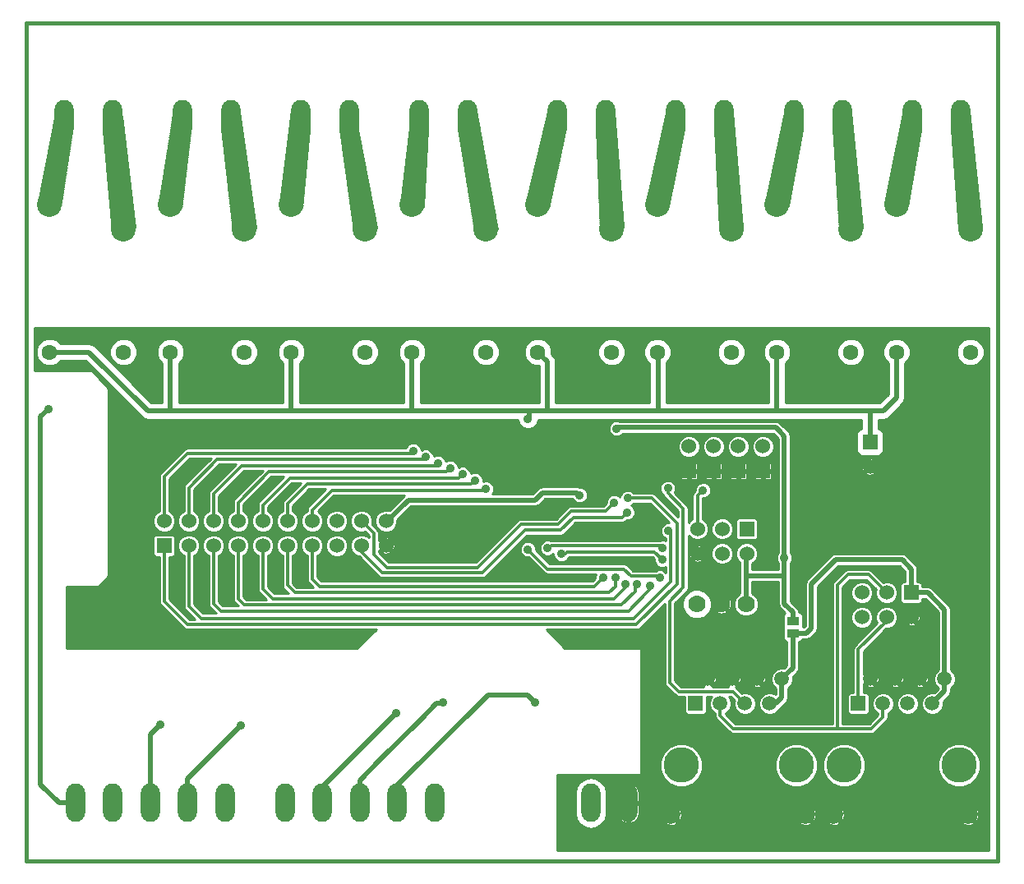
<source format=gbl>
G04 (created by PCBNEW (2013-mar-13)-testing) date mer. 23 oct. 2013 17:58:57 CEST*
%MOIN*%
G04 Gerber Fmt 3.4, Leading zero omitted, Abs format*
%FSLAX34Y34*%
G01*
G70*
G90*
G04 APERTURE LIST*
%ADD10C,0.005906*%
%ADD11C,0.015000*%
%ADD12R,0.060000X0.060000*%
%ADD13C,0.060000*%
%ADD14O,0.078000X0.156000*%
%ADD15C,0.063000*%
%ADD16C,0.100000*%
%ADD17C,0.143700*%
%ADD18R,0.059100X0.059100*%
%ADD19C,0.059100*%
%ADD20C,0.078740*%
%ADD21R,0.050000X0.038000*%
%ADD22C,0.070000*%
%ADD23C,0.035000*%
%ADD24C,0.019700*%
%ADD25C,0.011811*%
%ADD26C,0.010000*%
G04 APERTURE END LIST*
G54D10*
G54D11*
X71500Y-62000D02*
X110900Y-62000D01*
X71500Y-28000D02*
X110900Y-28000D01*
X110900Y-28000D02*
X110800Y-28000D01*
X110900Y-62000D02*
X110900Y-28000D01*
X71500Y-62000D02*
X71500Y-28000D01*
G54D12*
X77100Y-49200D03*
G54D13*
X77100Y-48200D03*
X78100Y-49200D03*
X78100Y-48200D03*
X79100Y-49200D03*
X79100Y-48200D03*
X80100Y-49200D03*
X80100Y-48200D03*
X81100Y-49200D03*
X81100Y-48200D03*
X82100Y-49200D03*
X82100Y-48200D03*
X83100Y-49200D03*
X83100Y-48200D03*
X84100Y-49200D03*
X84100Y-48200D03*
X85100Y-49200D03*
X85100Y-48200D03*
X86100Y-49200D03*
X86100Y-48200D03*
G54D14*
X82000Y-59645D03*
X83515Y-59645D03*
X85031Y-59645D03*
X86547Y-59645D03*
X88062Y-59645D03*
X73500Y-59645D03*
X75015Y-59645D03*
X76531Y-59645D03*
X78047Y-59645D03*
X79562Y-59645D03*
G54D12*
X107400Y-51112D03*
G54D13*
X107400Y-52112D03*
X106400Y-51112D03*
X106400Y-52112D03*
X105400Y-51112D03*
X105400Y-52112D03*
G54D12*
X101375Y-46175D03*
G54D13*
X101375Y-45175D03*
G54D12*
X100375Y-46175D03*
G54D13*
X100375Y-45175D03*
G54D12*
X98375Y-46175D03*
G54D13*
X98375Y-45175D03*
G54D12*
X105725Y-45000D03*
G54D13*
X105725Y-46000D03*
G54D12*
X99375Y-46175D03*
G54D13*
X99375Y-45175D03*
G54D12*
X100725Y-48525D03*
G54D13*
X100725Y-49525D03*
X99725Y-48525D03*
X99725Y-49525D03*
X98725Y-48525D03*
X98725Y-49525D03*
G54D14*
X94400Y-59645D03*
X95915Y-59645D03*
G54D15*
X72450Y-41350D03*
X75442Y-41350D03*
G54D16*
X75442Y-36350D03*
X72450Y-35350D03*
G54D15*
X77350Y-41350D03*
X80342Y-41350D03*
G54D16*
X80342Y-36350D03*
X77350Y-35350D03*
G54D15*
X82250Y-41350D03*
X85242Y-41350D03*
G54D16*
X85242Y-36350D03*
X82250Y-35350D03*
G54D15*
X87150Y-41350D03*
X90142Y-41350D03*
G54D16*
X90142Y-36350D03*
X87150Y-35350D03*
G54D14*
X74990Y-31889D03*
X73020Y-31889D03*
X79790Y-31889D03*
X77820Y-31889D03*
X84590Y-31889D03*
X82620Y-31889D03*
X89390Y-31889D03*
X87420Y-31889D03*
X94990Y-31889D03*
X93020Y-31889D03*
X99790Y-31889D03*
X97820Y-31889D03*
X104590Y-31889D03*
X102620Y-31889D03*
X109390Y-31889D03*
X107420Y-31889D03*
G54D15*
X106800Y-41350D03*
X109792Y-41350D03*
G54D16*
X109792Y-36350D03*
X106800Y-35350D03*
G54D15*
X101950Y-41350D03*
X104942Y-41350D03*
G54D16*
X104942Y-36350D03*
X101950Y-35350D03*
G54D15*
X97100Y-41350D03*
X100092Y-41350D03*
G54D16*
X100092Y-36350D03*
X97100Y-35350D03*
G54D15*
X92250Y-41350D03*
X95242Y-41350D03*
G54D16*
X95242Y-36350D03*
X92250Y-35350D03*
G54D17*
X102738Y-58112D03*
X98065Y-58112D03*
G54D18*
X98650Y-55612D03*
G54D19*
X99150Y-54612D03*
X99650Y-55612D03*
X100150Y-54612D03*
X100650Y-55612D03*
X101150Y-54612D03*
X101650Y-55612D03*
X102150Y-54612D03*
G54D20*
X97650Y-60112D03*
X103100Y-60112D03*
G54D17*
X109338Y-58112D03*
X104665Y-58112D03*
G54D18*
X105250Y-55612D03*
G54D19*
X105750Y-54612D03*
X106250Y-55612D03*
X106750Y-54612D03*
X107250Y-55612D03*
X107750Y-54612D03*
X108250Y-55612D03*
X108750Y-54612D03*
G54D20*
X104250Y-60112D03*
X109700Y-60112D03*
G54D21*
X102600Y-52250D03*
X102600Y-52750D03*
G54D22*
X98700Y-51575D03*
X99700Y-51575D03*
X100700Y-51575D03*
G54D23*
X91850Y-44050D03*
X93950Y-47150D03*
X95450Y-44450D03*
X102250Y-49700D03*
X97525Y-46875D03*
X95900Y-47275D03*
X97550Y-48600D03*
X96800Y-50825D03*
X96275Y-50775D03*
X95800Y-50750D03*
X95400Y-50500D03*
X94900Y-50500D03*
X91750Y-47900D03*
X92650Y-45000D03*
X94500Y-46625D03*
X95250Y-48800D03*
X75500Y-53000D03*
X84800Y-52900D03*
X72400Y-43650D03*
X76950Y-56450D03*
X80200Y-56500D03*
X86500Y-56000D03*
X88400Y-55550D03*
X92150Y-55550D03*
X95350Y-47450D03*
X92650Y-49300D03*
X97300Y-49300D03*
X91850Y-49350D03*
X97200Y-50500D03*
X87200Y-45350D03*
X87700Y-45600D03*
X88200Y-45850D03*
X88700Y-46050D03*
X89200Y-46300D03*
X89700Y-46550D03*
X90150Y-46900D03*
X95875Y-47850D03*
X98950Y-46950D03*
X93210Y-49540D03*
X97300Y-49775D03*
G54D24*
X91900Y-43740D02*
X91900Y-44000D01*
X91900Y-44000D02*
X91850Y-44050D01*
X92640Y-43740D02*
X91900Y-43740D01*
X91900Y-43740D02*
X87150Y-43740D01*
X72450Y-41350D02*
X74050Y-41350D01*
X74050Y-41350D02*
X76440Y-43740D01*
X97120Y-43740D02*
X97120Y-41370D01*
X97120Y-41370D02*
X97100Y-41350D01*
X92640Y-43740D02*
X92640Y-41740D01*
X92640Y-41740D02*
X92250Y-41350D01*
X87150Y-41350D02*
X87150Y-43740D01*
X87150Y-43740D02*
X87150Y-43680D01*
X87150Y-43680D02*
X87150Y-43740D01*
X82250Y-41350D02*
X82250Y-43740D01*
X77350Y-41350D02*
X77350Y-43740D01*
X77350Y-43740D02*
X77350Y-43660D01*
X77350Y-43660D02*
X77350Y-43740D01*
X101950Y-41350D02*
X101950Y-43740D01*
X102040Y-43720D02*
X102040Y-43740D01*
X101970Y-43720D02*
X102040Y-43720D01*
X101950Y-43740D02*
X101970Y-43720D01*
X105725Y-45000D02*
X105725Y-43740D01*
X105730Y-43790D02*
X105730Y-43740D01*
X105730Y-43745D02*
X105730Y-43790D01*
X105725Y-43740D02*
X105730Y-43745D01*
X76440Y-43740D02*
X77350Y-43740D01*
X77350Y-43740D02*
X82250Y-43740D01*
X82250Y-43740D02*
X87150Y-43740D01*
X92640Y-43740D02*
X97120Y-43740D01*
X97120Y-43740D02*
X102040Y-43740D01*
X102040Y-43740D02*
X105730Y-43740D01*
X106260Y-43740D02*
X106800Y-43200D01*
X105730Y-43740D02*
X106260Y-43740D01*
X106800Y-43200D02*
X106800Y-42800D01*
X106800Y-42050D02*
X106800Y-42800D01*
X106800Y-42050D02*
X106800Y-41350D01*
X106800Y-41950D02*
X106800Y-42050D01*
X86100Y-48200D02*
X86150Y-48200D01*
X92150Y-47350D02*
X92450Y-47050D01*
X87000Y-47350D02*
X92150Y-47350D01*
X86150Y-48200D02*
X87000Y-47350D01*
X93850Y-47050D02*
X93950Y-47150D01*
X92450Y-47050D02*
X93850Y-47050D01*
X102250Y-50425D02*
X102250Y-51550D01*
X102600Y-51900D02*
X102600Y-52250D01*
X102250Y-51550D02*
X102600Y-51900D01*
X102250Y-49450D02*
X102250Y-49700D01*
X102250Y-45650D02*
X102250Y-49450D01*
X102025Y-44525D02*
X102250Y-44750D01*
X102250Y-44750D02*
X102250Y-45650D01*
X101900Y-44400D02*
X102025Y-44525D01*
X95500Y-44400D02*
X101900Y-44400D01*
X95450Y-44450D02*
X95500Y-44400D01*
X100700Y-50425D02*
X102250Y-50425D01*
X102250Y-50425D02*
X102225Y-50425D01*
X102225Y-50425D02*
X102250Y-50425D01*
X100700Y-51575D02*
X100700Y-50425D01*
X100700Y-50425D02*
X100700Y-49550D01*
X100700Y-49550D02*
X100725Y-49525D01*
X100725Y-49525D02*
X100775Y-49575D01*
X102250Y-50425D02*
X102250Y-50200D01*
X102250Y-50200D02*
X102250Y-49700D01*
G54D25*
X98150Y-50850D02*
X98150Y-50900D01*
X98150Y-50900D02*
X97600Y-51450D01*
X97600Y-54750D02*
X97975Y-55125D01*
X97600Y-51450D02*
X97600Y-54750D01*
X98150Y-47925D02*
X98150Y-47700D01*
X97525Y-47075D02*
X97525Y-46875D01*
X98150Y-47700D02*
X97525Y-47075D01*
X100162Y-55125D02*
X100650Y-55612D01*
X97975Y-55125D02*
X100162Y-55125D01*
X98150Y-47925D02*
X98150Y-50850D01*
G54D24*
X102600Y-52750D02*
X102600Y-54162D01*
X102600Y-54162D02*
X102150Y-54612D01*
X102600Y-52750D02*
X103150Y-52750D01*
X103150Y-52750D02*
X103350Y-52550D01*
X103350Y-52550D02*
X103350Y-50750D01*
X104325Y-49775D02*
X107025Y-49775D01*
X107025Y-49775D02*
X107400Y-50150D01*
X107400Y-50150D02*
X107400Y-51112D01*
X103350Y-50750D02*
X104325Y-49775D01*
X107400Y-51112D02*
X108062Y-51112D01*
X108750Y-51800D02*
X108750Y-54612D01*
X108062Y-51112D02*
X108750Y-51800D01*
X108750Y-54612D02*
X108750Y-55112D01*
X108750Y-55112D02*
X108250Y-55612D01*
X101650Y-55612D02*
X101912Y-55612D01*
X102150Y-55375D02*
X102150Y-54612D01*
X101912Y-55612D02*
X102150Y-55375D01*
G54D25*
X95900Y-47275D02*
X96875Y-47275D01*
X96875Y-47275D02*
X97900Y-48300D01*
X97900Y-48300D02*
X97900Y-49950D01*
X97900Y-48650D02*
X97900Y-48300D01*
X97900Y-50750D02*
X97900Y-49950D01*
X95200Y-52400D02*
X96250Y-52400D01*
X77100Y-51450D02*
X78050Y-52400D01*
X78050Y-52400D02*
X95200Y-52400D01*
X77100Y-49200D02*
X77100Y-51450D01*
X96250Y-52400D02*
X97900Y-50750D01*
X97900Y-49950D02*
X97900Y-48650D01*
X97900Y-48300D02*
X97900Y-48300D01*
X95100Y-52150D02*
X96150Y-52150D01*
X97650Y-48700D02*
X97550Y-48600D01*
X97650Y-50650D02*
X97650Y-48700D01*
X96150Y-52150D02*
X97650Y-50650D01*
X78100Y-49200D02*
X78100Y-51650D01*
X78600Y-52150D02*
X95100Y-52150D01*
X78100Y-51650D02*
X78600Y-52150D01*
X96800Y-50975D02*
X96675Y-51100D01*
X96800Y-50825D02*
X96800Y-50975D01*
X95675Y-51850D02*
X95925Y-51850D01*
X95925Y-51850D02*
X96650Y-51125D01*
X96650Y-51125D02*
X96712Y-51062D01*
X79100Y-49200D02*
X79100Y-51550D01*
X95100Y-51850D02*
X95675Y-51850D01*
X79100Y-51550D02*
X79400Y-51850D01*
X79400Y-51850D02*
X95100Y-51850D01*
X96200Y-51050D02*
X96200Y-50850D01*
X80350Y-51600D02*
X94850Y-51600D01*
X80100Y-51349D02*
X80350Y-51600D01*
X80100Y-49200D02*
X80100Y-51349D01*
X94850Y-51600D02*
X95650Y-51600D01*
X95650Y-51600D02*
X96200Y-51050D01*
X96200Y-50850D02*
X96275Y-50775D01*
X94500Y-51350D02*
X95350Y-51350D01*
X95800Y-50900D02*
X95800Y-50750D01*
X95350Y-51350D02*
X95800Y-50900D01*
X81100Y-49200D02*
X81100Y-50950D01*
X81500Y-51350D02*
X94500Y-51350D01*
X81100Y-50950D02*
X81500Y-51350D01*
X94350Y-51100D02*
X95150Y-51100D01*
X95400Y-50850D02*
X95400Y-50500D01*
X95150Y-51100D02*
X95400Y-50850D01*
X82100Y-49200D02*
X82100Y-50800D01*
X82100Y-50800D02*
X82400Y-51100D01*
X82400Y-51100D02*
X94350Y-51100D01*
X94050Y-50850D02*
X94550Y-50850D01*
X94550Y-50850D02*
X94900Y-50500D01*
X83100Y-49200D02*
X83100Y-50550D01*
X83400Y-50850D02*
X94050Y-50850D01*
X83100Y-50550D02*
X83400Y-50850D01*
X95865Y-58950D02*
X95865Y-59284D01*
G54D24*
X72075Y-43975D02*
X72400Y-43650D01*
X72075Y-46065D02*
X72075Y-48180D01*
X72075Y-46065D02*
X72075Y-43975D01*
X72075Y-58900D02*
X72075Y-48180D01*
X73500Y-59645D02*
X72820Y-59645D01*
X72075Y-48180D02*
X72075Y-48175D01*
X72820Y-59645D02*
X72075Y-58900D01*
X76531Y-56868D02*
X76531Y-59645D01*
X76950Y-56450D02*
X76531Y-56868D01*
X78047Y-58652D02*
X78047Y-59645D01*
X80200Y-56500D02*
X78047Y-58652D01*
X84125Y-58375D02*
X83515Y-58984D01*
X83515Y-58984D02*
X83515Y-59645D01*
X83515Y-59000D02*
X83515Y-58984D01*
X84125Y-58375D02*
X86500Y-56000D01*
X85850Y-57900D02*
X85031Y-58718D01*
X85031Y-58718D02*
X85031Y-59645D01*
X85850Y-57900D02*
X87500Y-56250D01*
X85031Y-58718D02*
X85031Y-59000D01*
X88150Y-55600D02*
X87500Y-56250D01*
X88350Y-55600D02*
X88150Y-55600D01*
X88400Y-55550D02*
X88350Y-55600D01*
X90225Y-55250D02*
X91850Y-55250D01*
X91850Y-55250D02*
X92150Y-55550D01*
X86547Y-58927D02*
X90225Y-55250D01*
X86547Y-59645D02*
X86547Y-58927D01*
G54D25*
X91575Y-48325D02*
X93075Y-48325D01*
X93075Y-48325D02*
X93600Y-47800D01*
X95000Y-47800D02*
X95350Y-47450D01*
X93600Y-47800D02*
X95000Y-47800D01*
X88750Y-50081D02*
X89818Y-50081D01*
X89818Y-50081D02*
X91575Y-48325D01*
X86131Y-50081D02*
X88750Y-50081D01*
X85600Y-49550D02*
X86131Y-50081D01*
X85600Y-48700D02*
X85600Y-49550D01*
X85100Y-48200D02*
X85600Y-48700D01*
X92650Y-49300D02*
X92700Y-49300D01*
X97200Y-49200D02*
X97300Y-49300D01*
X92800Y-49200D02*
X97200Y-49200D01*
X92700Y-49300D02*
X92800Y-49200D01*
X92850Y-50150D02*
X92650Y-50150D01*
X92650Y-50150D02*
X91850Y-49350D01*
X93000Y-50150D02*
X92850Y-50150D01*
X93000Y-50150D02*
X95750Y-50150D01*
X97125Y-50425D02*
X97200Y-50500D01*
X96025Y-50425D02*
X97125Y-50425D01*
X95750Y-50150D02*
X96025Y-50425D01*
X77100Y-48200D02*
X77100Y-46400D01*
X87100Y-45450D02*
X87200Y-45350D01*
X78050Y-45450D02*
X87100Y-45450D01*
X77100Y-46400D02*
X78050Y-45450D01*
X78100Y-48200D02*
X78100Y-46850D01*
X87600Y-45700D02*
X87700Y-45600D01*
X79250Y-45700D02*
X87600Y-45700D01*
X78100Y-46850D02*
X79250Y-45700D01*
X79100Y-48200D02*
X79100Y-47100D01*
X88100Y-45950D02*
X88200Y-45850D01*
X80250Y-45950D02*
X88100Y-45950D01*
X79100Y-47100D02*
X80250Y-45950D01*
X80100Y-48200D02*
X80100Y-47450D01*
X88550Y-46200D02*
X88700Y-46050D01*
X81350Y-46200D02*
X88550Y-46200D01*
X80100Y-47450D02*
X81350Y-46200D01*
X81100Y-48200D02*
X81100Y-47550D01*
X89050Y-46450D02*
X89200Y-46300D01*
X82200Y-46450D02*
X89050Y-46450D01*
X81100Y-47550D02*
X82200Y-46450D01*
X82100Y-48200D02*
X82100Y-47500D01*
X89550Y-46700D02*
X89700Y-46550D01*
X82900Y-46700D02*
X89550Y-46700D01*
X82100Y-47500D02*
X82900Y-46700D01*
X83100Y-48200D02*
X83100Y-47750D01*
X90100Y-46950D02*
X90150Y-46900D01*
X83900Y-46950D02*
X90100Y-46950D01*
X83100Y-47750D02*
X83900Y-46950D01*
G54D26*
X84100Y-48200D02*
X84100Y-48250D01*
G54D25*
X91725Y-48575D02*
X93175Y-48575D01*
X93175Y-48575D02*
X93700Y-48050D01*
X85100Y-49200D02*
X85100Y-49450D01*
X85100Y-49450D02*
X85950Y-50300D01*
X91675Y-48625D02*
X91725Y-48575D01*
X95675Y-48050D02*
X95875Y-47850D01*
X93700Y-48050D02*
X95675Y-48050D01*
X89400Y-50300D02*
X90000Y-50300D01*
X90000Y-50300D02*
X91675Y-48625D01*
X85950Y-50300D02*
X89400Y-50300D01*
X98725Y-48075D02*
X98725Y-47175D01*
X98725Y-47175D02*
X98950Y-46950D01*
X98725Y-48525D02*
X98725Y-48075D01*
X93210Y-49540D02*
X93360Y-49540D01*
X96975Y-49450D02*
X97300Y-49775D01*
X93450Y-49450D02*
X96975Y-49450D01*
X93360Y-49540D02*
X93450Y-49450D01*
X97200Y-49675D02*
X97300Y-49775D01*
X97200Y-49675D02*
X97300Y-49775D01*
X97200Y-49675D02*
X97300Y-49775D01*
X104400Y-52400D02*
X104400Y-50800D01*
X105662Y-50375D02*
X106400Y-51112D01*
X104825Y-50375D02*
X105662Y-50375D01*
X104400Y-50800D02*
X104825Y-50375D01*
X104400Y-55900D02*
X104400Y-56625D01*
X104400Y-54475D02*
X104400Y-52400D01*
X104400Y-54475D02*
X104400Y-55900D01*
X99650Y-55612D02*
X99650Y-56100D01*
X99650Y-56100D02*
X100175Y-56625D01*
X100175Y-56625D02*
X104400Y-56625D01*
X104400Y-56625D02*
X105500Y-56625D01*
X106250Y-56150D02*
X106250Y-55612D01*
X105500Y-56625D02*
X105775Y-56625D01*
X105775Y-56625D02*
X106250Y-56150D01*
X105250Y-55612D02*
X105250Y-53400D01*
X106400Y-52250D02*
X106400Y-52112D01*
X105250Y-53400D02*
X106400Y-52250D01*
G54D10*
G36*
X110550Y-61550D02*
X110354Y-61550D01*
X110354Y-41238D01*
X110268Y-41032D01*
X110110Y-40873D01*
X109904Y-40788D01*
X109680Y-40787D01*
X109474Y-40873D01*
X109315Y-41031D01*
X109230Y-41237D01*
X109230Y-41461D01*
X109315Y-41667D01*
X109473Y-41826D01*
X109679Y-41911D01*
X109903Y-41912D01*
X110110Y-41826D01*
X110268Y-41668D01*
X110354Y-41462D01*
X110354Y-41238D01*
X110354Y-61550D01*
X110206Y-61550D01*
X110206Y-57940D01*
X110074Y-57621D01*
X109830Y-57376D01*
X109511Y-57244D01*
X109195Y-57243D01*
X109195Y-54524D01*
X109127Y-54360D01*
X109002Y-54235D01*
X108998Y-54233D01*
X108998Y-51800D01*
X108979Y-51704D01*
X108925Y-51624D01*
X108238Y-50936D01*
X108157Y-50883D01*
X108062Y-50864D01*
X107850Y-50864D01*
X107850Y-50782D01*
X107827Y-50727D01*
X107784Y-50685D01*
X107729Y-50662D01*
X107670Y-50662D01*
X107648Y-50662D01*
X107648Y-50150D01*
X107629Y-50054D01*
X107629Y-50054D01*
X107608Y-50022D01*
X107575Y-49974D01*
X107575Y-49974D01*
X107362Y-49760D01*
X107362Y-41238D01*
X107276Y-41032D01*
X107118Y-40873D01*
X106912Y-40788D01*
X106688Y-40787D01*
X106482Y-40873D01*
X106323Y-41031D01*
X106238Y-41237D01*
X106237Y-41461D01*
X106323Y-41667D01*
X106454Y-41799D01*
X106454Y-41950D01*
X106454Y-42050D01*
X106454Y-42800D01*
X106454Y-43056D01*
X106116Y-43394D01*
X105730Y-43394D01*
X105725Y-43394D01*
X105504Y-43394D01*
X105504Y-41238D01*
X105418Y-41032D01*
X105260Y-40873D01*
X105054Y-40788D01*
X104830Y-40787D01*
X104624Y-40873D01*
X104465Y-41031D01*
X104380Y-41237D01*
X104380Y-41461D01*
X104465Y-41667D01*
X104623Y-41826D01*
X104829Y-41911D01*
X105053Y-41912D01*
X105260Y-41826D01*
X105418Y-41668D01*
X105504Y-41462D01*
X105504Y-41238D01*
X105504Y-43394D01*
X102295Y-43394D01*
X102295Y-41799D01*
X102426Y-41668D01*
X102511Y-41462D01*
X102512Y-41238D01*
X102426Y-41032D01*
X102268Y-40873D01*
X102062Y-40788D01*
X101838Y-40787D01*
X101632Y-40873D01*
X101473Y-41031D01*
X101388Y-41237D01*
X101387Y-41461D01*
X101473Y-41667D01*
X101604Y-41799D01*
X101604Y-43394D01*
X100654Y-43394D01*
X100654Y-41238D01*
X100568Y-41032D01*
X100410Y-40873D01*
X100204Y-40788D01*
X99980Y-40787D01*
X99774Y-40873D01*
X99615Y-41031D01*
X99530Y-41237D01*
X99530Y-41461D01*
X99615Y-41667D01*
X99773Y-41826D01*
X99979Y-41911D01*
X100203Y-41912D01*
X100410Y-41826D01*
X100568Y-41668D01*
X100654Y-41462D01*
X100654Y-41238D01*
X100654Y-43394D01*
X97465Y-43394D01*
X97465Y-41779D01*
X97576Y-41668D01*
X97661Y-41462D01*
X97662Y-41238D01*
X97576Y-41032D01*
X97418Y-40873D01*
X97212Y-40788D01*
X96988Y-40787D01*
X96782Y-40873D01*
X96623Y-41031D01*
X96538Y-41237D01*
X96537Y-41461D01*
X96623Y-41667D01*
X96774Y-41819D01*
X96774Y-43394D01*
X95804Y-43394D01*
X95804Y-41238D01*
X95718Y-41032D01*
X95560Y-40873D01*
X95354Y-40788D01*
X95130Y-40787D01*
X94924Y-40873D01*
X94765Y-41031D01*
X94680Y-41237D01*
X94680Y-41461D01*
X94765Y-41667D01*
X94923Y-41826D01*
X95129Y-41911D01*
X95353Y-41912D01*
X95560Y-41826D01*
X95718Y-41668D01*
X95804Y-41462D01*
X95804Y-41238D01*
X95804Y-43394D01*
X92985Y-43394D01*
X92985Y-41740D01*
X92959Y-41607D01*
X92959Y-41607D01*
X92884Y-41495D01*
X92811Y-41423D01*
X92812Y-41238D01*
X92726Y-41032D01*
X92568Y-40873D01*
X92362Y-40788D01*
X92138Y-40787D01*
X91932Y-40873D01*
X91773Y-41031D01*
X91688Y-41237D01*
X91687Y-41461D01*
X91773Y-41667D01*
X91931Y-41826D01*
X92137Y-41911D01*
X92294Y-41912D01*
X92294Y-43394D01*
X91900Y-43394D01*
X90704Y-43394D01*
X90704Y-41238D01*
X90618Y-41032D01*
X90460Y-40873D01*
X90254Y-40788D01*
X90030Y-40787D01*
X89824Y-40873D01*
X89665Y-41031D01*
X89580Y-41237D01*
X89580Y-41461D01*
X89665Y-41667D01*
X89823Y-41826D01*
X90029Y-41911D01*
X90253Y-41912D01*
X90460Y-41826D01*
X90618Y-41668D01*
X90704Y-41462D01*
X90704Y-41238D01*
X90704Y-43394D01*
X87495Y-43394D01*
X87495Y-41799D01*
X87626Y-41668D01*
X87711Y-41462D01*
X87712Y-41238D01*
X87626Y-41032D01*
X87468Y-40873D01*
X87262Y-40788D01*
X87038Y-40787D01*
X86832Y-40873D01*
X86673Y-41031D01*
X86588Y-41237D01*
X86587Y-41461D01*
X86673Y-41667D01*
X86804Y-41799D01*
X86804Y-43394D01*
X85804Y-43394D01*
X85804Y-41238D01*
X85718Y-41032D01*
X85560Y-40873D01*
X85354Y-40788D01*
X85130Y-40787D01*
X84924Y-40873D01*
X84765Y-41031D01*
X84680Y-41237D01*
X84680Y-41461D01*
X84765Y-41667D01*
X84923Y-41826D01*
X85129Y-41911D01*
X85353Y-41912D01*
X85560Y-41826D01*
X85718Y-41668D01*
X85804Y-41462D01*
X85804Y-41238D01*
X85804Y-43394D01*
X82595Y-43394D01*
X82595Y-41799D01*
X82726Y-41668D01*
X82811Y-41462D01*
X82812Y-41238D01*
X82726Y-41032D01*
X82568Y-40873D01*
X82362Y-40788D01*
X82138Y-40787D01*
X81932Y-40873D01*
X81773Y-41031D01*
X81688Y-41237D01*
X81687Y-41461D01*
X81773Y-41667D01*
X81904Y-41799D01*
X81904Y-43394D01*
X80904Y-43394D01*
X80904Y-41238D01*
X80818Y-41032D01*
X80660Y-40873D01*
X80454Y-40788D01*
X80230Y-40787D01*
X80024Y-40873D01*
X79865Y-41031D01*
X79780Y-41237D01*
X79780Y-41461D01*
X79865Y-41667D01*
X80023Y-41826D01*
X80229Y-41911D01*
X80453Y-41912D01*
X80660Y-41826D01*
X80818Y-41668D01*
X80904Y-41462D01*
X80904Y-41238D01*
X80904Y-43394D01*
X77695Y-43394D01*
X77695Y-41799D01*
X77826Y-41668D01*
X77911Y-41462D01*
X77912Y-41238D01*
X77826Y-41032D01*
X77668Y-40873D01*
X77462Y-40788D01*
X77238Y-40787D01*
X77032Y-40873D01*
X76873Y-41031D01*
X76788Y-41237D01*
X76787Y-41461D01*
X76873Y-41667D01*
X77004Y-41799D01*
X77004Y-43394D01*
X76583Y-43394D01*
X76004Y-42815D01*
X76004Y-41238D01*
X75918Y-41032D01*
X75760Y-40873D01*
X75554Y-40788D01*
X75330Y-40787D01*
X75124Y-40873D01*
X74965Y-41031D01*
X74880Y-41237D01*
X74880Y-41461D01*
X74965Y-41667D01*
X75123Y-41826D01*
X75329Y-41911D01*
X75553Y-41912D01*
X75760Y-41826D01*
X75918Y-41668D01*
X76004Y-41462D01*
X76004Y-41238D01*
X76004Y-42815D01*
X74294Y-41105D01*
X74182Y-41030D01*
X74050Y-41004D01*
X72899Y-41004D01*
X72768Y-40873D01*
X72562Y-40788D01*
X72338Y-40787D01*
X72132Y-40873D01*
X71973Y-41031D01*
X71888Y-41237D01*
X71887Y-41461D01*
X71973Y-41667D01*
X72131Y-41826D01*
X72337Y-41911D01*
X72561Y-41912D01*
X72767Y-41826D01*
X72899Y-41695D01*
X73906Y-41695D01*
X76195Y-43984D01*
X76307Y-44059D01*
X76307Y-44059D01*
X76440Y-44085D01*
X76440Y-44085D01*
X76440Y-44085D01*
X77350Y-44085D01*
X82250Y-44085D01*
X87150Y-44085D01*
X91427Y-44085D01*
X91427Y-44133D01*
X91492Y-44288D01*
X91610Y-44407D01*
X91765Y-44471D01*
X91933Y-44472D01*
X92088Y-44407D01*
X92207Y-44289D01*
X92271Y-44134D01*
X92271Y-44085D01*
X92640Y-44085D01*
X97120Y-44085D01*
X101950Y-44085D01*
X102040Y-44085D01*
X105379Y-44085D01*
X105379Y-44453D01*
X105375Y-44453D01*
X105285Y-44490D01*
X105215Y-44560D01*
X105178Y-44650D01*
X105178Y-44749D01*
X105178Y-45349D01*
X105215Y-45439D01*
X105285Y-45509D01*
X105375Y-45547D01*
X105474Y-45547D01*
X106074Y-45547D01*
X106164Y-45509D01*
X106234Y-45439D01*
X106272Y-45349D01*
X106272Y-45250D01*
X106272Y-44650D01*
X106234Y-44560D01*
X106164Y-44490D01*
X106074Y-44453D01*
X106070Y-44453D01*
X106070Y-44085D01*
X106260Y-44085D01*
X106392Y-44059D01*
X106392Y-44059D01*
X106504Y-43984D01*
X107044Y-43444D01*
X107044Y-43444D01*
X107044Y-43444D01*
X107119Y-43332D01*
X107119Y-43332D01*
X107145Y-43200D01*
X107145Y-42800D01*
X107145Y-42050D01*
X107145Y-41950D01*
X107145Y-41799D01*
X107276Y-41668D01*
X107361Y-41462D01*
X107362Y-41238D01*
X107362Y-49760D01*
X107200Y-49599D01*
X107120Y-49545D01*
X107025Y-49526D01*
X106080Y-49526D01*
X106080Y-46033D01*
X106066Y-45895D01*
X106040Y-45832D01*
X106001Y-45794D01*
X105930Y-45865D01*
X105930Y-45723D01*
X105892Y-45684D01*
X105758Y-45644D01*
X105620Y-45658D01*
X105557Y-45684D01*
X105519Y-45723D01*
X105725Y-45929D01*
X105930Y-45723D01*
X105930Y-45865D01*
X105795Y-46000D01*
X106001Y-46205D01*
X106040Y-46167D01*
X106080Y-46033D01*
X106080Y-49526D01*
X105930Y-49526D01*
X105930Y-46276D01*
X105725Y-46070D01*
X105654Y-46141D01*
X105654Y-46000D01*
X105448Y-45794D01*
X105409Y-45832D01*
X105369Y-45966D01*
X105383Y-46104D01*
X105409Y-46167D01*
X105448Y-46205D01*
X105654Y-46000D01*
X105654Y-46141D01*
X105519Y-46276D01*
X105557Y-46315D01*
X105691Y-46355D01*
X105829Y-46341D01*
X105892Y-46315D01*
X105930Y-46276D01*
X105930Y-49526D01*
X104325Y-49526D01*
X104229Y-49545D01*
X104149Y-49599D01*
X103174Y-50574D01*
X103120Y-50654D01*
X103101Y-50750D01*
X103101Y-52447D01*
X103047Y-52501D01*
X102988Y-52501D01*
X102987Y-52499D01*
X103000Y-52469D01*
X103000Y-52410D01*
X103000Y-52030D01*
X102977Y-51975D01*
X102934Y-51932D01*
X102879Y-51910D01*
X102848Y-51910D01*
X102848Y-51900D01*
X102829Y-51804D01*
X102775Y-51724D01*
X102498Y-51447D01*
X102498Y-50425D01*
X102498Y-50200D01*
X102498Y-49911D01*
X102525Y-49884D01*
X102574Y-49764D01*
X102575Y-49635D01*
X102525Y-49516D01*
X102498Y-49488D01*
X102498Y-49450D01*
X102498Y-45650D01*
X102498Y-44750D01*
X102479Y-44654D01*
X102425Y-44574D01*
X102200Y-44349D01*
X102075Y-44224D01*
X101995Y-44170D01*
X101900Y-44151D01*
X95578Y-44151D01*
X95514Y-44125D01*
X95385Y-44124D01*
X95266Y-44174D01*
X95174Y-44265D01*
X95125Y-44385D01*
X95124Y-44514D01*
X95174Y-44633D01*
X95265Y-44725D01*
X95385Y-44774D01*
X95514Y-44775D01*
X95633Y-44725D01*
X95711Y-44648D01*
X101797Y-44648D01*
X101849Y-44700D01*
X102001Y-44852D01*
X102001Y-45650D01*
X102001Y-49450D01*
X102001Y-49488D01*
X101974Y-49515D01*
X101925Y-49635D01*
X101924Y-49764D01*
X101974Y-49883D01*
X102001Y-49911D01*
X102001Y-50176D01*
X101825Y-50176D01*
X101825Y-45085D01*
X101756Y-44920D01*
X101630Y-44793D01*
X101464Y-44725D01*
X101285Y-44724D01*
X101120Y-44793D01*
X100993Y-44919D01*
X100925Y-45085D01*
X100924Y-45264D01*
X100993Y-45429D01*
X101119Y-45556D01*
X101285Y-45624D01*
X101464Y-45625D01*
X101629Y-45556D01*
X101756Y-45430D01*
X101824Y-45264D01*
X101825Y-45085D01*
X101825Y-50176D01*
X101725Y-50176D01*
X101725Y-46484D01*
X101725Y-46237D01*
X101725Y-46112D01*
X101725Y-45865D01*
X101717Y-45846D01*
X101703Y-45832D01*
X101684Y-45825D01*
X101665Y-45825D01*
X101437Y-45825D01*
X101425Y-45837D01*
X101425Y-46125D01*
X101712Y-46125D01*
X101725Y-46112D01*
X101725Y-46237D01*
X101712Y-46225D01*
X101425Y-46225D01*
X101425Y-46512D01*
X101437Y-46525D01*
X101665Y-46525D01*
X101684Y-46525D01*
X101703Y-46517D01*
X101717Y-46503D01*
X101725Y-46484D01*
X101725Y-50176D01*
X101325Y-50176D01*
X101325Y-46512D01*
X101325Y-46225D01*
X101325Y-46125D01*
X101325Y-45837D01*
X101312Y-45825D01*
X101084Y-45825D01*
X101065Y-45825D01*
X101046Y-45832D01*
X101032Y-45846D01*
X101025Y-45865D01*
X101025Y-46112D01*
X101037Y-46125D01*
X101325Y-46125D01*
X101325Y-46225D01*
X101037Y-46225D01*
X101025Y-46237D01*
X101025Y-46484D01*
X101032Y-46503D01*
X101046Y-46517D01*
X101065Y-46525D01*
X101084Y-46525D01*
X101312Y-46525D01*
X101325Y-46512D01*
X101325Y-50176D01*
X100948Y-50176D01*
X100948Y-49919D01*
X100979Y-49906D01*
X101106Y-49780D01*
X101174Y-49614D01*
X101175Y-49435D01*
X101175Y-49435D01*
X101175Y-48854D01*
X101175Y-48795D01*
X101175Y-48195D01*
X101152Y-48140D01*
X101109Y-48097D01*
X101054Y-48075D01*
X100995Y-48075D01*
X100825Y-48075D01*
X100825Y-45085D01*
X100756Y-44920D01*
X100630Y-44793D01*
X100464Y-44725D01*
X100285Y-44724D01*
X100120Y-44793D01*
X99993Y-44919D01*
X99925Y-45085D01*
X99924Y-45264D01*
X99993Y-45429D01*
X100119Y-45556D01*
X100285Y-45624D01*
X100464Y-45625D01*
X100629Y-45556D01*
X100756Y-45430D01*
X100824Y-45264D01*
X100825Y-45085D01*
X100825Y-48075D01*
X100725Y-48075D01*
X100725Y-46484D01*
X100725Y-46237D01*
X100725Y-46112D01*
X100725Y-45865D01*
X100717Y-45846D01*
X100703Y-45832D01*
X100684Y-45825D01*
X100665Y-45825D01*
X100437Y-45825D01*
X100425Y-45837D01*
X100425Y-46125D01*
X100712Y-46125D01*
X100725Y-46112D01*
X100725Y-46237D01*
X100712Y-46225D01*
X100425Y-46225D01*
X100425Y-46512D01*
X100437Y-46525D01*
X100665Y-46525D01*
X100684Y-46525D01*
X100703Y-46517D01*
X100717Y-46503D01*
X100725Y-46484D01*
X100725Y-48075D01*
X100395Y-48075D01*
X100340Y-48097D01*
X100325Y-48112D01*
X100325Y-46512D01*
X100325Y-46225D01*
X100325Y-46125D01*
X100325Y-45837D01*
X100312Y-45825D01*
X100084Y-45825D01*
X100065Y-45825D01*
X100046Y-45832D01*
X100032Y-45846D01*
X100025Y-45865D01*
X100025Y-46112D01*
X100037Y-46125D01*
X100325Y-46125D01*
X100325Y-46225D01*
X100037Y-46225D01*
X100025Y-46237D01*
X100025Y-46484D01*
X100032Y-46503D01*
X100046Y-46517D01*
X100065Y-46525D01*
X100084Y-46525D01*
X100312Y-46525D01*
X100325Y-46512D01*
X100325Y-48112D01*
X100297Y-48140D01*
X100275Y-48195D01*
X100275Y-48254D01*
X100275Y-48854D01*
X100297Y-48909D01*
X100340Y-48952D01*
X100395Y-48975D01*
X100454Y-48975D01*
X101054Y-48975D01*
X101109Y-48952D01*
X101152Y-48909D01*
X101175Y-48854D01*
X101175Y-49435D01*
X101106Y-49270D01*
X100980Y-49143D01*
X100814Y-49075D01*
X100635Y-49074D01*
X100470Y-49143D01*
X100343Y-49269D01*
X100275Y-49435D01*
X100274Y-49614D01*
X100343Y-49779D01*
X100451Y-49887D01*
X100451Y-50425D01*
X100451Y-51136D01*
X100417Y-51150D01*
X100276Y-51291D01*
X100200Y-51475D01*
X100199Y-51674D01*
X100275Y-51857D01*
X100416Y-51998D01*
X100600Y-52074D01*
X100799Y-52075D01*
X100982Y-51999D01*
X101123Y-51858D01*
X101199Y-51674D01*
X101200Y-51475D01*
X101124Y-51292D01*
X100983Y-51151D01*
X100948Y-51136D01*
X100948Y-50673D01*
X102001Y-50673D01*
X102001Y-51550D01*
X102020Y-51645D01*
X102074Y-51725D01*
X102276Y-51928D01*
X102265Y-51932D01*
X102222Y-51975D01*
X102200Y-52030D01*
X102200Y-52089D01*
X102200Y-52469D01*
X102212Y-52500D01*
X102200Y-52530D01*
X102200Y-52589D01*
X102200Y-52969D01*
X102222Y-53024D01*
X102265Y-53067D01*
X102320Y-53090D01*
X102351Y-53090D01*
X102351Y-54059D01*
X102242Y-54168D01*
X102239Y-54167D01*
X102061Y-54167D01*
X101897Y-54234D01*
X101772Y-54359D01*
X101704Y-54523D01*
X101704Y-54700D01*
X101772Y-54864D01*
X101897Y-54990D01*
X101901Y-54991D01*
X101901Y-55234D01*
X101739Y-55167D01*
X101561Y-55167D01*
X101500Y-55192D01*
X101500Y-54645D01*
X101486Y-54508D01*
X101461Y-54448D01*
X101422Y-54410D01*
X101352Y-54481D01*
X101352Y-54339D01*
X101314Y-54301D01*
X101182Y-54261D01*
X101046Y-54276D01*
X100985Y-54301D01*
X100947Y-54339D01*
X101150Y-54541D01*
X101352Y-54339D01*
X101352Y-54481D01*
X101220Y-54612D01*
X101422Y-54814D01*
X101461Y-54777D01*
X101500Y-54645D01*
X101500Y-55192D01*
X101397Y-55234D01*
X101352Y-55280D01*
X101352Y-54885D01*
X101150Y-54683D01*
X101079Y-54754D01*
X101079Y-54612D01*
X100877Y-54410D01*
X100838Y-54448D01*
X100799Y-54579D01*
X100813Y-54716D01*
X100838Y-54777D01*
X100877Y-54814D01*
X101079Y-54612D01*
X101079Y-54754D01*
X100947Y-54885D01*
X100985Y-54924D01*
X101117Y-54963D01*
X101253Y-54949D01*
X101314Y-54924D01*
X101352Y-54885D01*
X101352Y-55280D01*
X101272Y-55359D01*
X101204Y-55523D01*
X101204Y-55700D01*
X101272Y-55864D01*
X101397Y-55990D01*
X101560Y-56058D01*
X101738Y-56058D01*
X101902Y-55990D01*
X102027Y-55865D01*
X102048Y-55814D01*
X102088Y-55788D01*
X102325Y-55550D01*
X102379Y-55470D01*
X102398Y-55375D01*
X102398Y-54991D01*
X102402Y-54990D01*
X102527Y-54865D01*
X102595Y-54701D01*
X102595Y-54524D01*
X102593Y-54520D01*
X102775Y-54338D01*
X102829Y-54257D01*
X102848Y-54162D01*
X102848Y-53090D01*
X102879Y-53090D01*
X102934Y-53067D01*
X102977Y-53024D01*
X102988Y-52998D01*
X103150Y-52998D01*
X103245Y-52979D01*
X103325Y-52925D01*
X103525Y-52725D01*
X103525Y-52725D01*
X103525Y-52725D01*
X103558Y-52677D01*
X103579Y-52645D01*
X103579Y-52645D01*
X103598Y-52550D01*
X103598Y-50852D01*
X104427Y-50023D01*
X106922Y-50023D01*
X107151Y-50252D01*
X107151Y-50662D01*
X107070Y-50662D01*
X107015Y-50685D01*
X106972Y-50727D01*
X106950Y-50782D01*
X106950Y-50842D01*
X106950Y-51442D01*
X106972Y-51497D01*
X107015Y-51539D01*
X107070Y-51562D01*
X107129Y-51562D01*
X107729Y-51562D01*
X107784Y-51539D01*
X107827Y-51497D01*
X107850Y-51442D01*
X107850Y-51382D01*
X107850Y-51361D01*
X107959Y-51361D01*
X108501Y-51902D01*
X108501Y-54233D01*
X108497Y-54234D01*
X108372Y-54359D01*
X108304Y-54523D01*
X108304Y-54700D01*
X108372Y-54864D01*
X108497Y-54990D01*
X108501Y-54991D01*
X108501Y-55009D01*
X108342Y-55168D01*
X108339Y-55167D01*
X108161Y-55167D01*
X108100Y-55192D01*
X108100Y-54645D01*
X108086Y-54508D01*
X108061Y-54448D01*
X108022Y-54410D01*
X107952Y-54481D01*
X107952Y-54339D01*
X107914Y-54301D01*
X107782Y-54261D01*
X107755Y-54264D01*
X107755Y-52146D01*
X107741Y-52007D01*
X107715Y-51945D01*
X107676Y-51907D01*
X107605Y-51977D01*
X107605Y-51836D01*
X107567Y-51797D01*
X107433Y-51757D01*
X107295Y-51771D01*
X107232Y-51797D01*
X107194Y-51836D01*
X107400Y-52041D01*
X107605Y-51836D01*
X107605Y-51977D01*
X107470Y-52112D01*
X107676Y-52318D01*
X107715Y-52279D01*
X107755Y-52146D01*
X107755Y-54264D01*
X107646Y-54276D01*
X107605Y-54292D01*
X107605Y-52388D01*
X107400Y-52183D01*
X107329Y-52254D01*
X107329Y-52112D01*
X107123Y-51907D01*
X107084Y-51945D01*
X107044Y-52078D01*
X107058Y-52217D01*
X107084Y-52279D01*
X107123Y-52318D01*
X107329Y-52112D01*
X107329Y-52254D01*
X107194Y-52388D01*
X107232Y-52427D01*
X107366Y-52467D01*
X107504Y-52453D01*
X107567Y-52427D01*
X107605Y-52388D01*
X107605Y-54292D01*
X107585Y-54301D01*
X107547Y-54339D01*
X107750Y-54541D01*
X107952Y-54339D01*
X107952Y-54481D01*
X107820Y-54612D01*
X108022Y-54814D01*
X108061Y-54777D01*
X108100Y-54645D01*
X108100Y-55192D01*
X107997Y-55234D01*
X107952Y-55280D01*
X107952Y-54885D01*
X107750Y-54683D01*
X107679Y-54754D01*
X107679Y-54612D01*
X107477Y-54410D01*
X107438Y-54448D01*
X107399Y-54579D01*
X107413Y-54716D01*
X107438Y-54777D01*
X107477Y-54814D01*
X107679Y-54612D01*
X107679Y-54754D01*
X107547Y-54885D01*
X107585Y-54924D01*
X107717Y-54963D01*
X107853Y-54949D01*
X107914Y-54924D01*
X107952Y-54885D01*
X107952Y-55280D01*
X107872Y-55359D01*
X107804Y-55523D01*
X107804Y-55700D01*
X107872Y-55864D01*
X107997Y-55990D01*
X108160Y-56058D01*
X108338Y-56058D01*
X108502Y-55990D01*
X108627Y-55865D01*
X108695Y-55701D01*
X108695Y-55524D01*
X108693Y-55520D01*
X108925Y-55288D01*
X108979Y-55207D01*
X108998Y-55112D01*
X108998Y-54991D01*
X109002Y-54990D01*
X109127Y-54865D01*
X109195Y-54701D01*
X109195Y-54524D01*
X109195Y-57243D01*
X109166Y-57243D01*
X108846Y-57375D01*
X108602Y-57619D01*
X108469Y-57939D01*
X108469Y-58284D01*
X108601Y-58603D01*
X108845Y-58848D01*
X109164Y-58980D01*
X109509Y-58981D01*
X109829Y-58849D01*
X110073Y-58605D01*
X110206Y-58286D01*
X110206Y-57940D01*
X110206Y-61550D01*
X110148Y-61550D01*
X110148Y-60168D01*
X110136Y-59992D01*
X110093Y-59888D01*
X110044Y-59838D01*
X109973Y-59909D01*
X109973Y-59768D01*
X109923Y-59719D01*
X109756Y-59663D01*
X109580Y-59676D01*
X109476Y-59719D01*
X109426Y-59768D01*
X109700Y-60041D01*
X109973Y-59768D01*
X109973Y-59909D01*
X109770Y-60112D01*
X110044Y-60386D01*
X110093Y-60336D01*
X110148Y-60168D01*
X110148Y-61550D01*
X109973Y-61550D01*
X109973Y-60456D01*
X109700Y-60183D01*
X109629Y-60254D01*
X109629Y-60112D01*
X109355Y-59838D01*
X109306Y-59888D01*
X109251Y-60056D01*
X109263Y-60232D01*
X109306Y-60336D01*
X109355Y-60386D01*
X109629Y-60112D01*
X109629Y-60254D01*
X109426Y-60456D01*
X109476Y-60505D01*
X109643Y-60561D01*
X109819Y-60548D01*
X109923Y-60505D01*
X109973Y-60456D01*
X109973Y-61550D01*
X107695Y-61550D01*
X107695Y-55524D01*
X107627Y-55360D01*
X107502Y-55235D01*
X107339Y-55167D01*
X107161Y-55167D01*
X107100Y-55192D01*
X107100Y-54645D01*
X107086Y-54508D01*
X107061Y-54448D01*
X107022Y-54410D01*
X106952Y-54481D01*
X106952Y-54339D01*
X106914Y-54301D01*
X106850Y-54281D01*
X106850Y-52023D01*
X106781Y-51858D01*
X106655Y-51731D01*
X106489Y-51662D01*
X106310Y-51662D01*
X106145Y-51730D01*
X106018Y-51857D01*
X105950Y-52022D01*
X105949Y-52201D01*
X106009Y-52345D01*
X105850Y-52504D01*
X105850Y-52023D01*
X105850Y-51023D01*
X105781Y-50858D01*
X105655Y-50731D01*
X105489Y-50662D01*
X105310Y-50662D01*
X105145Y-50730D01*
X105018Y-50857D01*
X104950Y-51022D01*
X104949Y-51201D01*
X105018Y-51367D01*
X105144Y-51493D01*
X105310Y-51562D01*
X105489Y-51562D01*
X105654Y-51494D01*
X105781Y-51367D01*
X105849Y-51202D01*
X105850Y-51023D01*
X105850Y-52023D01*
X105781Y-51858D01*
X105655Y-51731D01*
X105489Y-51662D01*
X105310Y-51662D01*
X105145Y-51730D01*
X105018Y-51857D01*
X104950Y-52022D01*
X104949Y-52201D01*
X105018Y-52367D01*
X105144Y-52493D01*
X105310Y-52562D01*
X105489Y-52562D01*
X105654Y-52494D01*
X105781Y-52367D01*
X105849Y-52202D01*
X105850Y-52023D01*
X105850Y-52504D01*
X105102Y-53252D01*
X105056Y-53319D01*
X105040Y-53400D01*
X105040Y-55167D01*
X104924Y-55167D01*
X104869Y-55189D01*
X104827Y-55232D01*
X104804Y-55287D01*
X104804Y-55346D01*
X104804Y-55937D01*
X104827Y-55993D01*
X104869Y-56035D01*
X104924Y-56058D01*
X104984Y-56058D01*
X105575Y-56058D01*
X105630Y-56035D01*
X105672Y-55993D01*
X105695Y-55937D01*
X105695Y-55878D01*
X105695Y-55287D01*
X105672Y-55232D01*
X105630Y-55189D01*
X105575Y-55167D01*
X105515Y-55167D01*
X105459Y-55167D01*
X105459Y-54797D01*
X105477Y-54814D01*
X105679Y-54612D01*
X105477Y-54410D01*
X105459Y-54427D01*
X105459Y-53486D01*
X106383Y-52562D01*
X106489Y-52562D01*
X106654Y-52494D01*
X106781Y-52367D01*
X106849Y-52202D01*
X106850Y-52023D01*
X106850Y-54281D01*
X106782Y-54261D01*
X106646Y-54276D01*
X106585Y-54301D01*
X106547Y-54339D01*
X106750Y-54541D01*
X106952Y-54339D01*
X106952Y-54481D01*
X106820Y-54612D01*
X107022Y-54814D01*
X107061Y-54777D01*
X107100Y-54645D01*
X107100Y-55192D01*
X106997Y-55234D01*
X106952Y-55280D01*
X106952Y-54885D01*
X106750Y-54683D01*
X106679Y-54754D01*
X106679Y-54612D01*
X106477Y-54410D01*
X106438Y-54448D01*
X106399Y-54579D01*
X106413Y-54716D01*
X106438Y-54777D01*
X106477Y-54814D01*
X106679Y-54612D01*
X106679Y-54754D01*
X106547Y-54885D01*
X106585Y-54924D01*
X106717Y-54963D01*
X106853Y-54949D01*
X106914Y-54924D01*
X106952Y-54885D01*
X106952Y-55280D01*
X106872Y-55359D01*
X106804Y-55523D01*
X106804Y-55700D01*
X106872Y-55864D01*
X106997Y-55990D01*
X107160Y-56058D01*
X107338Y-56058D01*
X107502Y-55990D01*
X107627Y-55865D01*
X107695Y-55701D01*
X107695Y-55524D01*
X107695Y-61550D01*
X105533Y-61550D01*
X105533Y-57940D01*
X105401Y-57621D01*
X105157Y-57376D01*
X104838Y-57244D01*
X104493Y-57243D01*
X104173Y-57375D01*
X103929Y-57619D01*
X103796Y-57939D01*
X103796Y-58284D01*
X103928Y-58603D01*
X104172Y-58848D01*
X104491Y-58980D01*
X104836Y-58981D01*
X105156Y-58849D01*
X105400Y-58605D01*
X105533Y-58286D01*
X105533Y-57940D01*
X105533Y-61550D01*
X104698Y-61550D01*
X104698Y-60168D01*
X104686Y-59992D01*
X104643Y-59888D01*
X104594Y-59838D01*
X104523Y-59909D01*
X104523Y-59768D01*
X104473Y-59719D01*
X104306Y-59663D01*
X104130Y-59676D01*
X104026Y-59719D01*
X103976Y-59768D01*
X104250Y-60041D01*
X104523Y-59768D01*
X104523Y-59909D01*
X104320Y-60112D01*
X104594Y-60386D01*
X104643Y-60336D01*
X104698Y-60168D01*
X104698Y-61550D01*
X104523Y-61550D01*
X104523Y-60456D01*
X104250Y-60183D01*
X104179Y-60254D01*
X104179Y-60112D01*
X103905Y-59838D01*
X103856Y-59888D01*
X103801Y-60056D01*
X103813Y-60232D01*
X103856Y-60336D01*
X103905Y-60386D01*
X104179Y-60112D01*
X104179Y-60254D01*
X103976Y-60456D01*
X104026Y-60505D01*
X104193Y-60561D01*
X104369Y-60548D01*
X104473Y-60505D01*
X104523Y-60456D01*
X104523Y-61550D01*
X103606Y-61550D01*
X103606Y-57940D01*
X103474Y-57621D01*
X103230Y-57376D01*
X102911Y-57244D01*
X102566Y-57243D01*
X102246Y-57375D01*
X102002Y-57619D01*
X101869Y-57939D01*
X101869Y-58284D01*
X102001Y-58603D01*
X102245Y-58848D01*
X102564Y-58980D01*
X102909Y-58981D01*
X103229Y-58849D01*
X103473Y-58605D01*
X103606Y-58286D01*
X103606Y-57940D01*
X103606Y-61550D01*
X103548Y-61550D01*
X103548Y-60168D01*
X103536Y-59992D01*
X103493Y-59888D01*
X103444Y-59838D01*
X103373Y-59909D01*
X103373Y-59768D01*
X103323Y-59719D01*
X103156Y-59663D01*
X102980Y-59676D01*
X102876Y-59719D01*
X102826Y-59768D01*
X103100Y-60041D01*
X103373Y-59768D01*
X103373Y-59909D01*
X103170Y-60112D01*
X103444Y-60386D01*
X103493Y-60336D01*
X103548Y-60168D01*
X103548Y-61550D01*
X103373Y-61550D01*
X103373Y-60456D01*
X103100Y-60183D01*
X103029Y-60254D01*
X103029Y-60112D01*
X102755Y-59838D01*
X102706Y-59888D01*
X102651Y-60056D01*
X102663Y-60232D01*
X102706Y-60336D01*
X102755Y-60386D01*
X103029Y-60112D01*
X103029Y-60254D01*
X102826Y-60456D01*
X102876Y-60505D01*
X103043Y-60561D01*
X103219Y-60548D01*
X103323Y-60505D01*
X103373Y-60456D01*
X103373Y-61550D01*
X98933Y-61550D01*
X98933Y-57940D01*
X98801Y-57621D01*
X98557Y-57376D01*
X98238Y-57244D01*
X97893Y-57243D01*
X97573Y-57375D01*
X97329Y-57619D01*
X97196Y-57939D01*
X97196Y-58284D01*
X97328Y-58603D01*
X97572Y-58848D01*
X97891Y-58980D01*
X98236Y-58981D01*
X98556Y-58849D01*
X98800Y-58605D01*
X98933Y-58286D01*
X98933Y-57940D01*
X98933Y-61550D01*
X98098Y-61550D01*
X98098Y-60168D01*
X98086Y-59992D01*
X98043Y-59888D01*
X97994Y-59838D01*
X97923Y-59909D01*
X97923Y-59768D01*
X97873Y-59719D01*
X97706Y-59663D01*
X97530Y-59676D01*
X97426Y-59719D01*
X97376Y-59768D01*
X97650Y-60041D01*
X97923Y-59768D01*
X97923Y-59909D01*
X97720Y-60112D01*
X97994Y-60386D01*
X98043Y-60336D01*
X98098Y-60168D01*
X98098Y-61550D01*
X97923Y-61550D01*
X97923Y-60456D01*
X97650Y-60183D01*
X97579Y-60254D01*
X97579Y-60112D01*
X97305Y-59838D01*
X97256Y-59888D01*
X97201Y-60056D01*
X97213Y-60232D01*
X97256Y-60336D01*
X97305Y-60386D01*
X97579Y-60112D01*
X97579Y-60254D01*
X97376Y-60456D01*
X97426Y-60505D01*
X97593Y-60561D01*
X97769Y-60548D01*
X97873Y-60505D01*
X97923Y-60456D01*
X97923Y-61550D01*
X96355Y-61550D01*
X96355Y-60085D01*
X96355Y-59695D01*
X96355Y-59595D01*
X96355Y-59205D01*
X96303Y-59041D01*
X96191Y-58909D01*
X96033Y-58831D01*
X95965Y-58831D01*
X95965Y-59595D01*
X96355Y-59595D01*
X96355Y-59695D01*
X95965Y-59695D01*
X95965Y-60460D01*
X96033Y-60459D01*
X96191Y-60382D01*
X96303Y-60250D01*
X96355Y-60085D01*
X96355Y-61550D01*
X95865Y-61550D01*
X95865Y-60460D01*
X95865Y-59695D01*
X95865Y-59595D01*
X95865Y-58831D01*
X95797Y-58831D01*
X95639Y-58909D01*
X95528Y-59041D01*
X95475Y-59205D01*
X95475Y-59595D01*
X95865Y-59595D01*
X95865Y-59695D01*
X95475Y-59695D01*
X95475Y-60085D01*
X95528Y-60250D01*
X95639Y-60382D01*
X95797Y-60459D01*
X95865Y-60460D01*
X95865Y-61550D01*
X95037Y-61550D01*
X95037Y-60055D01*
X95037Y-59235D01*
X94988Y-58991D01*
X94850Y-58785D01*
X94643Y-58647D01*
X94400Y-58598D01*
X94156Y-58647D01*
X93949Y-58785D01*
X93811Y-58991D01*
X93763Y-59235D01*
X93763Y-60055D01*
X93811Y-60299D01*
X93949Y-60506D01*
X94156Y-60644D01*
X94400Y-60692D01*
X94643Y-60644D01*
X94850Y-60506D01*
X94988Y-60299D01*
X95037Y-60055D01*
X95037Y-61550D01*
X93050Y-61550D01*
X93050Y-58500D01*
X96450Y-58500D01*
X96450Y-57600D01*
X96450Y-53350D01*
X93341Y-53350D01*
X92600Y-52609D01*
X95200Y-52609D01*
X96250Y-52609D01*
X96330Y-52593D01*
X96397Y-52547D01*
X97390Y-51554D01*
X97390Y-54750D01*
X97406Y-54830D01*
X97452Y-54897D01*
X97827Y-55272D01*
X97827Y-55272D01*
X97894Y-55318D01*
X97975Y-55334D01*
X98204Y-55334D01*
X98204Y-55346D01*
X98204Y-55937D01*
X98227Y-55993D01*
X98269Y-56035D01*
X98324Y-56058D01*
X98384Y-56058D01*
X98975Y-56058D01*
X99030Y-56035D01*
X99072Y-55993D01*
X99095Y-55937D01*
X99095Y-55878D01*
X99095Y-55334D01*
X99298Y-55334D01*
X99272Y-55359D01*
X99204Y-55523D01*
X99204Y-55700D01*
X99272Y-55864D01*
X99397Y-55990D01*
X99440Y-56008D01*
X99440Y-56100D01*
X99456Y-56180D01*
X99502Y-56247D01*
X100027Y-56772D01*
X100094Y-56818D01*
X100175Y-56834D01*
X100175Y-56834D01*
X100175Y-56834D01*
X104400Y-56834D01*
X105500Y-56834D01*
X105775Y-56834D01*
X105855Y-56818D01*
X105922Y-56772D01*
X106397Y-56297D01*
X106397Y-56297D01*
X106397Y-56297D01*
X106443Y-56230D01*
X106459Y-56150D01*
X106459Y-56150D01*
X106459Y-56149D01*
X106459Y-56008D01*
X106502Y-55990D01*
X106627Y-55865D01*
X106695Y-55701D01*
X106695Y-55524D01*
X106627Y-55360D01*
X106502Y-55235D01*
X106339Y-55167D01*
X106161Y-55167D01*
X106100Y-55192D01*
X106100Y-54645D01*
X106086Y-54508D01*
X106061Y-54448D01*
X106022Y-54410D01*
X105952Y-54481D01*
X105952Y-54339D01*
X105914Y-54301D01*
X105782Y-54261D01*
X105646Y-54276D01*
X105585Y-54301D01*
X105547Y-54339D01*
X105750Y-54541D01*
X105952Y-54339D01*
X105952Y-54481D01*
X105820Y-54612D01*
X106022Y-54814D01*
X106061Y-54777D01*
X106100Y-54645D01*
X106100Y-55192D01*
X105997Y-55234D01*
X105952Y-55280D01*
X105952Y-54885D01*
X105750Y-54683D01*
X105547Y-54885D01*
X105585Y-54924D01*
X105717Y-54963D01*
X105853Y-54949D01*
X105914Y-54924D01*
X105952Y-54885D01*
X105952Y-55280D01*
X105872Y-55359D01*
X105804Y-55523D01*
X105804Y-55700D01*
X105872Y-55864D01*
X105997Y-55990D01*
X106040Y-56008D01*
X106040Y-56063D01*
X105688Y-56415D01*
X105500Y-56415D01*
X104609Y-56415D01*
X104609Y-55900D01*
X104609Y-54475D01*
X104609Y-52400D01*
X104609Y-50886D01*
X104911Y-50584D01*
X105575Y-50584D01*
X105968Y-50977D01*
X105950Y-51022D01*
X105949Y-51201D01*
X106018Y-51367D01*
X106144Y-51493D01*
X106310Y-51562D01*
X106489Y-51562D01*
X106654Y-51494D01*
X106781Y-51367D01*
X106849Y-51202D01*
X106850Y-51023D01*
X106781Y-50858D01*
X106655Y-50731D01*
X106489Y-50662D01*
X106310Y-50662D01*
X106264Y-50681D01*
X105810Y-50227D01*
X105742Y-50181D01*
X105662Y-50165D01*
X104825Y-50165D01*
X104825Y-50165D01*
X104758Y-50179D01*
X104744Y-50181D01*
X104677Y-50227D01*
X104677Y-50227D01*
X104252Y-50652D01*
X104206Y-50719D01*
X104190Y-50800D01*
X104190Y-52400D01*
X104190Y-54475D01*
X104190Y-55900D01*
X104190Y-56415D01*
X100261Y-56415D01*
X99859Y-56013D01*
X99859Y-56008D01*
X99902Y-55990D01*
X100027Y-55865D01*
X100095Y-55701D01*
X100095Y-55524D01*
X100027Y-55360D01*
X100001Y-55334D01*
X100075Y-55334D01*
X100222Y-55480D01*
X100204Y-55523D01*
X100204Y-55700D01*
X100272Y-55864D01*
X100397Y-55990D01*
X100560Y-56058D01*
X100738Y-56058D01*
X100902Y-55990D01*
X101027Y-55865D01*
X101095Y-55701D01*
X101095Y-55524D01*
X101027Y-55360D01*
X100902Y-55235D01*
X100739Y-55167D01*
X100561Y-55167D01*
X100518Y-55185D01*
X100500Y-55167D01*
X100500Y-54645D01*
X100486Y-54508D01*
X100461Y-54448D01*
X100422Y-54410D01*
X100352Y-54481D01*
X100352Y-54339D01*
X100314Y-54301D01*
X100182Y-54261D01*
X100175Y-54262D01*
X100175Y-49435D01*
X100175Y-48435D01*
X100106Y-48270D01*
X99980Y-48143D01*
X99825Y-48079D01*
X99825Y-45085D01*
X99756Y-44920D01*
X99630Y-44793D01*
X99464Y-44725D01*
X99285Y-44724D01*
X99120Y-44793D01*
X98993Y-44919D01*
X98925Y-45085D01*
X98924Y-45264D01*
X98993Y-45429D01*
X99119Y-45556D01*
X99285Y-45624D01*
X99464Y-45625D01*
X99629Y-45556D01*
X99756Y-45430D01*
X99824Y-45264D01*
X99825Y-45085D01*
X99825Y-48079D01*
X99814Y-48075D01*
X99725Y-48074D01*
X99725Y-46484D01*
X99725Y-46237D01*
X99725Y-46112D01*
X99725Y-45865D01*
X99717Y-45846D01*
X99703Y-45832D01*
X99684Y-45825D01*
X99665Y-45825D01*
X99437Y-45825D01*
X99425Y-45837D01*
X99425Y-46125D01*
X99712Y-46125D01*
X99725Y-46112D01*
X99725Y-46237D01*
X99712Y-46225D01*
X99425Y-46225D01*
X99425Y-46512D01*
X99437Y-46525D01*
X99665Y-46525D01*
X99684Y-46525D01*
X99703Y-46517D01*
X99717Y-46503D01*
X99725Y-46484D01*
X99725Y-48074D01*
X99635Y-48074D01*
X99470Y-48143D01*
X99343Y-48269D01*
X99325Y-48314D01*
X99325Y-46512D01*
X99325Y-46225D01*
X99325Y-46125D01*
X99325Y-45837D01*
X99312Y-45825D01*
X99084Y-45825D01*
X99065Y-45825D01*
X99046Y-45832D01*
X99032Y-45846D01*
X99025Y-45865D01*
X99025Y-46112D01*
X99037Y-46125D01*
X99325Y-46125D01*
X99325Y-46225D01*
X99037Y-46225D01*
X99025Y-46237D01*
X99025Y-46484D01*
X99032Y-46503D01*
X99046Y-46517D01*
X99065Y-46525D01*
X99084Y-46525D01*
X99312Y-46525D01*
X99325Y-46512D01*
X99325Y-48314D01*
X99275Y-48435D01*
X99274Y-48614D01*
X99343Y-48779D01*
X99469Y-48906D01*
X99635Y-48974D01*
X99814Y-48975D01*
X99979Y-48906D01*
X100106Y-48780D01*
X100174Y-48614D01*
X100175Y-48435D01*
X100175Y-49435D01*
X100106Y-49270D01*
X99980Y-49143D01*
X99814Y-49075D01*
X99635Y-49074D01*
X99470Y-49143D01*
X99343Y-49269D01*
X99275Y-49435D01*
X99274Y-49614D01*
X99343Y-49779D01*
X99469Y-49906D01*
X99635Y-49974D01*
X99814Y-49975D01*
X99979Y-49906D01*
X100106Y-49780D01*
X100174Y-49614D01*
X100175Y-49435D01*
X100175Y-54262D01*
X100105Y-54269D01*
X100105Y-51620D01*
X100091Y-51462D01*
X100056Y-51377D01*
X100012Y-51333D01*
X99941Y-51403D01*
X99941Y-51262D01*
X99897Y-51218D01*
X99745Y-51169D01*
X99587Y-51183D01*
X99502Y-51218D01*
X99458Y-51262D01*
X99700Y-51504D01*
X99941Y-51262D01*
X99941Y-51403D01*
X99770Y-51575D01*
X100012Y-51816D01*
X100056Y-51772D01*
X100105Y-51620D01*
X100105Y-54269D01*
X100046Y-54276D01*
X99985Y-54301D01*
X99947Y-54339D01*
X100150Y-54541D01*
X100352Y-54339D01*
X100352Y-54481D01*
X100220Y-54612D01*
X100422Y-54814D01*
X100461Y-54777D01*
X100500Y-54645D01*
X100500Y-55167D01*
X100310Y-54977D01*
X100262Y-54945D01*
X100314Y-54924D01*
X100352Y-54885D01*
X100150Y-54683D01*
X100079Y-54754D01*
X100079Y-54612D01*
X99941Y-54475D01*
X99941Y-51887D01*
X99700Y-51645D01*
X99629Y-51716D01*
X99629Y-51575D01*
X99387Y-51333D01*
X99343Y-51377D01*
X99297Y-51521D01*
X99297Y-51456D01*
X99206Y-51237D01*
X99080Y-51110D01*
X99080Y-49558D01*
X99066Y-49420D01*
X99040Y-49357D01*
X99001Y-49319D01*
X98930Y-49390D01*
X98930Y-49248D01*
X98892Y-49209D01*
X98758Y-49169D01*
X98620Y-49183D01*
X98557Y-49209D01*
X98519Y-49248D01*
X98725Y-49454D01*
X98930Y-49248D01*
X98930Y-49390D01*
X98795Y-49525D01*
X99001Y-49730D01*
X99040Y-49692D01*
X99080Y-49558D01*
X99080Y-51110D01*
X99038Y-51069D01*
X98930Y-51024D01*
X98930Y-49801D01*
X98725Y-49595D01*
X98654Y-49666D01*
X98654Y-49525D01*
X98448Y-49319D01*
X98409Y-49357D01*
X98369Y-49491D01*
X98383Y-49629D01*
X98409Y-49692D01*
X98448Y-49730D01*
X98654Y-49525D01*
X98654Y-49666D01*
X98519Y-49801D01*
X98557Y-49840D01*
X98691Y-49880D01*
X98829Y-49866D01*
X98892Y-49840D01*
X98930Y-49801D01*
X98930Y-51024D01*
X98819Y-50978D01*
X98581Y-50977D01*
X98362Y-51068D01*
X98194Y-51236D01*
X98103Y-51455D01*
X98102Y-51693D01*
X98193Y-51912D01*
X98361Y-52080D01*
X98580Y-52171D01*
X98818Y-52172D01*
X99037Y-52081D01*
X99205Y-51913D01*
X99296Y-51694D01*
X99297Y-51556D01*
X99308Y-51687D01*
X99343Y-51772D01*
X99387Y-51816D01*
X99629Y-51575D01*
X99629Y-51716D01*
X99458Y-51887D01*
X99502Y-51931D01*
X99654Y-51980D01*
X99812Y-51966D01*
X99897Y-51931D01*
X99941Y-51887D01*
X99941Y-54475D01*
X99877Y-54410D01*
X99838Y-54448D01*
X99799Y-54579D01*
X99813Y-54716D01*
X99838Y-54777D01*
X99877Y-54814D01*
X100079Y-54612D01*
X100079Y-54754D01*
X99947Y-54885D01*
X99977Y-54915D01*
X99500Y-54915D01*
X99500Y-54645D01*
X99486Y-54508D01*
X99461Y-54448D01*
X99422Y-54410D01*
X99352Y-54481D01*
X99352Y-54339D01*
X99314Y-54301D01*
X99182Y-54261D01*
X99046Y-54276D01*
X98985Y-54301D01*
X98947Y-54339D01*
X99150Y-54541D01*
X99352Y-54339D01*
X99352Y-54481D01*
X99220Y-54612D01*
X99422Y-54814D01*
X99461Y-54777D01*
X99500Y-54645D01*
X99500Y-54915D01*
X99322Y-54915D01*
X99352Y-54885D01*
X99150Y-54683D01*
X99079Y-54754D01*
X99079Y-54612D01*
X98877Y-54410D01*
X98838Y-54448D01*
X98799Y-54579D01*
X98813Y-54716D01*
X98838Y-54777D01*
X98877Y-54814D01*
X99079Y-54612D01*
X99079Y-54754D01*
X98947Y-54885D01*
X98977Y-54915D01*
X98061Y-54915D01*
X97809Y-54663D01*
X97809Y-51536D01*
X98297Y-51047D01*
X98297Y-51047D01*
X98297Y-51047D01*
X98343Y-50980D01*
X98359Y-50900D01*
X98359Y-50850D01*
X98359Y-48795D01*
X98469Y-48906D01*
X98635Y-48974D01*
X98814Y-48975D01*
X98979Y-48906D01*
X99106Y-48780D01*
X99174Y-48614D01*
X99175Y-48435D01*
X99106Y-48270D01*
X98980Y-48143D01*
X98934Y-48124D01*
X98934Y-48075D01*
X98934Y-47274D01*
X99014Y-47275D01*
X99133Y-47225D01*
X99225Y-47134D01*
X99274Y-47014D01*
X99275Y-46885D01*
X99225Y-46766D01*
X99134Y-46674D01*
X99014Y-46625D01*
X98885Y-46624D01*
X98825Y-46649D01*
X98825Y-45085D01*
X98756Y-44920D01*
X98630Y-44793D01*
X98464Y-44725D01*
X98285Y-44724D01*
X98120Y-44793D01*
X97993Y-44919D01*
X97925Y-45085D01*
X97924Y-45264D01*
X97993Y-45429D01*
X98119Y-45556D01*
X98285Y-45624D01*
X98464Y-45625D01*
X98629Y-45556D01*
X98756Y-45430D01*
X98824Y-45264D01*
X98825Y-45085D01*
X98825Y-46649D01*
X98766Y-46674D01*
X98725Y-46715D01*
X98725Y-46484D01*
X98725Y-46237D01*
X98725Y-46112D01*
X98725Y-45865D01*
X98717Y-45846D01*
X98703Y-45832D01*
X98684Y-45825D01*
X98665Y-45825D01*
X98437Y-45825D01*
X98425Y-45837D01*
X98425Y-46125D01*
X98712Y-46125D01*
X98725Y-46112D01*
X98725Y-46237D01*
X98712Y-46225D01*
X98425Y-46225D01*
X98425Y-46512D01*
X98437Y-46525D01*
X98665Y-46525D01*
X98684Y-46525D01*
X98703Y-46517D01*
X98717Y-46503D01*
X98725Y-46484D01*
X98725Y-46715D01*
X98674Y-46765D01*
X98625Y-46885D01*
X98624Y-46979D01*
X98577Y-47027D01*
X98531Y-47094D01*
X98515Y-47175D01*
X98515Y-48075D01*
X98515Y-48124D01*
X98470Y-48143D01*
X98359Y-48254D01*
X98359Y-47925D01*
X98359Y-47700D01*
X98343Y-47619D01*
X98325Y-47592D01*
X98325Y-46512D01*
X98325Y-46225D01*
X98325Y-46125D01*
X98325Y-45837D01*
X98312Y-45825D01*
X98084Y-45825D01*
X98065Y-45825D01*
X98046Y-45832D01*
X98032Y-45846D01*
X98025Y-45865D01*
X98025Y-46112D01*
X98037Y-46125D01*
X98325Y-46125D01*
X98325Y-46225D01*
X98037Y-46225D01*
X98025Y-46237D01*
X98025Y-46484D01*
X98032Y-46503D01*
X98046Y-46517D01*
X98065Y-46525D01*
X98084Y-46525D01*
X98312Y-46525D01*
X98325Y-46512D01*
X98325Y-47592D01*
X98297Y-47552D01*
X97801Y-47056D01*
X97849Y-46939D01*
X97850Y-46810D01*
X97800Y-46691D01*
X97709Y-46599D01*
X97589Y-46550D01*
X97460Y-46549D01*
X97341Y-46599D01*
X97249Y-46690D01*
X97200Y-46810D01*
X97199Y-46939D01*
X97249Y-47058D01*
X97328Y-47138D01*
X97331Y-47155D01*
X97377Y-47222D01*
X97940Y-47786D01*
X97940Y-47925D01*
X97940Y-48045D01*
X97022Y-47127D01*
X96955Y-47081D01*
X96875Y-47065D01*
X96150Y-47065D01*
X96084Y-46999D01*
X95964Y-46950D01*
X95835Y-46949D01*
X95716Y-46999D01*
X95624Y-47090D01*
X95575Y-47210D01*
X95575Y-47215D01*
X95534Y-47174D01*
X95414Y-47125D01*
X95285Y-47124D01*
X95166Y-47174D01*
X95074Y-47265D01*
X95025Y-47385D01*
X95024Y-47479D01*
X94913Y-47590D01*
X94275Y-47590D01*
X94275Y-47085D01*
X94225Y-46966D01*
X94134Y-46874D01*
X94014Y-46825D01*
X93951Y-46825D01*
X93945Y-46820D01*
X93850Y-46801D01*
X92450Y-46801D01*
X92450Y-46801D01*
X92354Y-46820D01*
X92274Y-46874D01*
X92047Y-47101D01*
X90408Y-47101D01*
X90425Y-47084D01*
X90474Y-46964D01*
X90475Y-46835D01*
X90425Y-46716D01*
X90334Y-46624D01*
X90214Y-46575D01*
X90085Y-46574D01*
X90024Y-46600D01*
X90025Y-46485D01*
X89975Y-46366D01*
X89884Y-46274D01*
X89764Y-46225D01*
X89635Y-46224D01*
X89525Y-46270D01*
X89525Y-46235D01*
X89475Y-46116D01*
X89384Y-46024D01*
X89264Y-45975D01*
X89135Y-45974D01*
X89025Y-46020D01*
X89025Y-45985D01*
X88975Y-45866D01*
X88884Y-45774D01*
X88764Y-45725D01*
X88635Y-45724D01*
X88519Y-45772D01*
X88475Y-45666D01*
X88384Y-45574D01*
X88264Y-45525D01*
X88135Y-45524D01*
X88025Y-45570D01*
X88025Y-45535D01*
X87975Y-45416D01*
X87884Y-45324D01*
X87764Y-45275D01*
X87635Y-45274D01*
X87525Y-45320D01*
X87525Y-45285D01*
X87475Y-45166D01*
X87384Y-45074D01*
X87264Y-45025D01*
X87135Y-45024D01*
X87016Y-45074D01*
X86924Y-45165D01*
X86893Y-45240D01*
X78050Y-45240D01*
X77969Y-45256D01*
X77902Y-45302D01*
X77902Y-45302D01*
X76952Y-46252D01*
X76906Y-46319D01*
X76890Y-46400D01*
X76890Y-47799D01*
X76845Y-47818D01*
X76718Y-47944D01*
X76650Y-48110D01*
X76649Y-48289D01*
X76718Y-48454D01*
X76844Y-48581D01*
X77010Y-48649D01*
X77189Y-48650D01*
X77354Y-48581D01*
X77481Y-48455D01*
X77549Y-48289D01*
X77550Y-48110D01*
X77481Y-47945D01*
X77355Y-47818D01*
X77309Y-47799D01*
X77309Y-46486D01*
X78136Y-45659D01*
X78995Y-45659D01*
X77952Y-46702D01*
X77906Y-46769D01*
X77890Y-46850D01*
X77890Y-47799D01*
X77845Y-47818D01*
X77718Y-47944D01*
X77650Y-48110D01*
X77649Y-48289D01*
X77718Y-48454D01*
X77844Y-48581D01*
X78010Y-48649D01*
X78189Y-48650D01*
X78354Y-48581D01*
X78481Y-48455D01*
X78549Y-48289D01*
X78550Y-48110D01*
X78481Y-47945D01*
X78355Y-47818D01*
X78309Y-47799D01*
X78309Y-46936D01*
X79336Y-45909D01*
X79995Y-45909D01*
X78952Y-46952D01*
X78906Y-47019D01*
X78890Y-47100D01*
X78890Y-47799D01*
X78845Y-47818D01*
X78718Y-47944D01*
X78650Y-48110D01*
X78649Y-48289D01*
X78718Y-48454D01*
X78844Y-48581D01*
X79010Y-48649D01*
X79189Y-48650D01*
X79354Y-48581D01*
X79481Y-48455D01*
X79549Y-48289D01*
X79550Y-48110D01*
X79481Y-47945D01*
X79355Y-47818D01*
X79309Y-47799D01*
X79309Y-47186D01*
X80336Y-46159D01*
X81095Y-46159D01*
X79952Y-47302D01*
X79906Y-47369D01*
X79890Y-47450D01*
X79890Y-47799D01*
X79845Y-47818D01*
X79718Y-47944D01*
X79650Y-48110D01*
X79649Y-48289D01*
X79718Y-48454D01*
X79844Y-48581D01*
X80010Y-48649D01*
X80189Y-48650D01*
X80354Y-48581D01*
X80481Y-48455D01*
X80549Y-48289D01*
X80550Y-48110D01*
X80481Y-47945D01*
X80355Y-47818D01*
X80309Y-47799D01*
X80309Y-47536D01*
X81436Y-46409D01*
X81945Y-46409D01*
X80952Y-47402D01*
X80906Y-47469D01*
X80890Y-47550D01*
X80890Y-47799D01*
X80845Y-47818D01*
X80718Y-47944D01*
X80650Y-48110D01*
X80649Y-48289D01*
X80718Y-48454D01*
X80844Y-48581D01*
X81010Y-48649D01*
X81189Y-48650D01*
X81354Y-48581D01*
X81481Y-48455D01*
X81549Y-48289D01*
X81550Y-48110D01*
X81481Y-47945D01*
X81355Y-47818D01*
X81309Y-47799D01*
X81309Y-47636D01*
X82286Y-46659D01*
X82645Y-46659D01*
X81952Y-47352D01*
X81906Y-47419D01*
X81890Y-47500D01*
X81890Y-47799D01*
X81845Y-47818D01*
X81718Y-47944D01*
X81650Y-48110D01*
X81649Y-48289D01*
X81718Y-48454D01*
X81844Y-48581D01*
X82010Y-48649D01*
X82189Y-48650D01*
X82354Y-48581D01*
X82481Y-48455D01*
X82549Y-48289D01*
X82550Y-48110D01*
X82481Y-47945D01*
X82355Y-47818D01*
X82309Y-47799D01*
X82309Y-47586D01*
X82986Y-46909D01*
X83645Y-46909D01*
X82952Y-47602D01*
X82906Y-47669D01*
X82890Y-47750D01*
X82890Y-47799D01*
X82845Y-47818D01*
X82718Y-47944D01*
X82650Y-48110D01*
X82649Y-48289D01*
X82718Y-48454D01*
X82844Y-48581D01*
X83010Y-48649D01*
X83189Y-48650D01*
X83354Y-48581D01*
X83481Y-48455D01*
X83549Y-48289D01*
X83550Y-48110D01*
X83481Y-47945D01*
X83355Y-47818D01*
X83335Y-47810D01*
X83986Y-47159D01*
X86847Y-47159D01*
X86824Y-47174D01*
X86231Y-47767D01*
X86189Y-47750D01*
X86010Y-47749D01*
X85845Y-47818D01*
X85718Y-47944D01*
X85650Y-48110D01*
X85649Y-48289D01*
X85718Y-48454D01*
X85844Y-48581D01*
X86010Y-48649D01*
X86189Y-48650D01*
X86354Y-48581D01*
X86481Y-48455D01*
X86549Y-48289D01*
X86550Y-48151D01*
X87102Y-47598D01*
X92150Y-47598D01*
X92245Y-47579D01*
X92325Y-47525D01*
X92552Y-47298D01*
X93659Y-47298D01*
X93674Y-47333D01*
X93765Y-47425D01*
X93885Y-47474D01*
X94014Y-47475D01*
X94133Y-47425D01*
X94225Y-47334D01*
X94274Y-47214D01*
X94275Y-47085D01*
X94275Y-47590D01*
X93600Y-47590D01*
X93600Y-47590D01*
X93519Y-47606D01*
X93452Y-47652D01*
X92988Y-48115D01*
X91575Y-48115D01*
X91494Y-48131D01*
X91427Y-48177D01*
X89731Y-49872D01*
X88750Y-49872D01*
X86455Y-49872D01*
X86455Y-49233D01*
X86441Y-49095D01*
X86415Y-49032D01*
X86376Y-48994D01*
X86305Y-49065D01*
X86305Y-48923D01*
X86267Y-48884D01*
X86133Y-48844D01*
X85995Y-48858D01*
X85932Y-48884D01*
X85894Y-48923D01*
X86100Y-49129D01*
X86305Y-48923D01*
X86305Y-49065D01*
X86170Y-49200D01*
X86376Y-49405D01*
X86415Y-49367D01*
X86455Y-49233D01*
X86455Y-49872D01*
X86305Y-49872D01*
X86305Y-49476D01*
X86100Y-49270D01*
X85894Y-49476D01*
X85932Y-49515D01*
X86066Y-49555D01*
X86204Y-49541D01*
X86267Y-49515D01*
X86305Y-49476D01*
X86305Y-49872D01*
X86218Y-49872D01*
X85809Y-49463D01*
X85809Y-49391D01*
X85823Y-49405D01*
X86029Y-49200D01*
X85823Y-48994D01*
X85809Y-49008D01*
X85809Y-48700D01*
X85793Y-48619D01*
X85747Y-48552D01*
X85531Y-48335D01*
X85549Y-48289D01*
X85550Y-48110D01*
X85481Y-47945D01*
X85355Y-47818D01*
X85189Y-47750D01*
X85010Y-47749D01*
X84845Y-47818D01*
X84718Y-47944D01*
X84650Y-48110D01*
X84649Y-48289D01*
X84718Y-48454D01*
X84844Y-48581D01*
X85010Y-48649D01*
X85189Y-48650D01*
X85235Y-48630D01*
X85390Y-48786D01*
X85390Y-48854D01*
X85355Y-48818D01*
X85189Y-48750D01*
X85010Y-48749D01*
X84845Y-48818D01*
X84718Y-48944D01*
X84650Y-49110D01*
X84649Y-49289D01*
X84718Y-49454D01*
X84844Y-49581D01*
X85000Y-49645D01*
X85802Y-50447D01*
X85869Y-50493D01*
X85950Y-50509D01*
X89400Y-50509D01*
X90000Y-50509D01*
X90080Y-50493D01*
X90147Y-50447D01*
X91811Y-48784D01*
X93175Y-48784D01*
X93255Y-48768D01*
X93322Y-48722D01*
X93786Y-48259D01*
X95675Y-48259D01*
X95755Y-48243D01*
X95822Y-48197D01*
X95845Y-48174D01*
X95939Y-48175D01*
X96058Y-48125D01*
X96150Y-48034D01*
X96199Y-47914D01*
X96200Y-47785D01*
X96150Y-47666D01*
X96059Y-47574D01*
X96042Y-47567D01*
X96083Y-47550D01*
X96150Y-47484D01*
X96788Y-47484D01*
X97579Y-48275D01*
X97485Y-48274D01*
X97366Y-48324D01*
X97274Y-48415D01*
X97225Y-48535D01*
X97224Y-48664D01*
X97274Y-48783D01*
X97365Y-48875D01*
X97440Y-48906D01*
X97440Y-49006D01*
X97364Y-48975D01*
X97235Y-48974D01*
X97196Y-48990D01*
X92800Y-48990D01*
X92768Y-48997D01*
X92714Y-48975D01*
X92585Y-48974D01*
X92466Y-49024D01*
X92374Y-49115D01*
X92325Y-49235D01*
X92324Y-49364D01*
X92374Y-49483D01*
X92465Y-49575D01*
X92585Y-49624D01*
X92714Y-49625D01*
X92833Y-49575D01*
X92885Y-49524D01*
X92884Y-49604D01*
X92934Y-49723D01*
X93025Y-49815D01*
X93145Y-49864D01*
X93274Y-49865D01*
X93393Y-49815D01*
X93485Y-49724D01*
X93497Y-49694D01*
X93507Y-49687D01*
X93536Y-49659D01*
X96888Y-49659D01*
X96975Y-49745D01*
X96974Y-49839D01*
X97024Y-49958D01*
X97115Y-50050D01*
X97235Y-50099D01*
X97364Y-50100D01*
X97440Y-50068D01*
X97440Y-50281D01*
X97384Y-50224D01*
X97264Y-50175D01*
X97135Y-50174D01*
X97036Y-50215D01*
X96111Y-50215D01*
X95897Y-50002D01*
X95830Y-49956D01*
X95750Y-49940D01*
X93000Y-49940D01*
X92850Y-49940D01*
X92736Y-49940D01*
X92174Y-49379D01*
X92175Y-49285D01*
X92125Y-49166D01*
X92034Y-49074D01*
X91914Y-49025D01*
X91785Y-49024D01*
X91666Y-49074D01*
X91574Y-49165D01*
X91525Y-49285D01*
X91524Y-49414D01*
X91574Y-49533D01*
X91665Y-49625D01*
X91785Y-49674D01*
X91879Y-49675D01*
X92502Y-50297D01*
X92569Y-50343D01*
X92650Y-50359D01*
X92850Y-50359D01*
X93000Y-50359D01*
X94606Y-50359D01*
X94575Y-50435D01*
X94574Y-50529D01*
X94463Y-50640D01*
X94050Y-50640D01*
X84550Y-50640D01*
X84550Y-49110D01*
X84550Y-48110D01*
X84481Y-47945D01*
X84355Y-47818D01*
X84189Y-47750D01*
X84010Y-47749D01*
X83845Y-47818D01*
X83718Y-47944D01*
X83650Y-48110D01*
X83649Y-48289D01*
X83718Y-48454D01*
X83844Y-48581D01*
X84010Y-48649D01*
X84189Y-48650D01*
X84354Y-48581D01*
X84481Y-48455D01*
X84549Y-48289D01*
X84550Y-48110D01*
X84550Y-49110D01*
X84481Y-48945D01*
X84355Y-48818D01*
X84189Y-48750D01*
X84010Y-48749D01*
X83845Y-48818D01*
X83718Y-48944D01*
X83650Y-49110D01*
X83649Y-49289D01*
X83718Y-49454D01*
X83844Y-49581D01*
X84010Y-49649D01*
X84189Y-49650D01*
X84354Y-49581D01*
X84481Y-49455D01*
X84549Y-49289D01*
X84550Y-49110D01*
X84550Y-50640D01*
X83486Y-50640D01*
X83309Y-50463D01*
X83309Y-49600D01*
X83354Y-49581D01*
X83481Y-49455D01*
X83549Y-49289D01*
X83550Y-49110D01*
X83481Y-48945D01*
X83355Y-48818D01*
X83189Y-48750D01*
X83010Y-48749D01*
X82845Y-48818D01*
X82718Y-48944D01*
X82650Y-49110D01*
X82649Y-49289D01*
X82718Y-49454D01*
X82844Y-49581D01*
X82890Y-49600D01*
X82890Y-50550D01*
X82906Y-50630D01*
X82952Y-50697D01*
X83145Y-50890D01*
X82486Y-50890D01*
X82309Y-50713D01*
X82309Y-49600D01*
X82354Y-49581D01*
X82481Y-49455D01*
X82549Y-49289D01*
X82550Y-49110D01*
X82481Y-48945D01*
X82355Y-48818D01*
X82189Y-48750D01*
X82010Y-48749D01*
X81845Y-48818D01*
X81718Y-48944D01*
X81650Y-49110D01*
X81649Y-49289D01*
X81718Y-49454D01*
X81844Y-49581D01*
X81890Y-49600D01*
X81890Y-50800D01*
X81906Y-50880D01*
X81952Y-50947D01*
X82145Y-51140D01*
X81586Y-51140D01*
X81309Y-50863D01*
X81309Y-49600D01*
X81354Y-49581D01*
X81481Y-49455D01*
X81549Y-49289D01*
X81550Y-49110D01*
X81481Y-48945D01*
X81355Y-48818D01*
X81189Y-48750D01*
X81010Y-48749D01*
X80845Y-48818D01*
X80718Y-48944D01*
X80650Y-49110D01*
X80649Y-49289D01*
X80718Y-49454D01*
X80844Y-49581D01*
X80890Y-49600D01*
X80890Y-50950D01*
X80906Y-51030D01*
X80952Y-51097D01*
X81245Y-51390D01*
X80436Y-51390D01*
X80309Y-51263D01*
X80309Y-49600D01*
X80354Y-49581D01*
X80481Y-49455D01*
X80549Y-49289D01*
X80550Y-49110D01*
X80481Y-48945D01*
X80355Y-48818D01*
X80189Y-48750D01*
X80010Y-48749D01*
X79845Y-48818D01*
X79718Y-48944D01*
X79650Y-49110D01*
X79649Y-49289D01*
X79718Y-49454D01*
X79844Y-49581D01*
X79890Y-49600D01*
X79890Y-51349D01*
X79906Y-51430D01*
X79952Y-51497D01*
X80095Y-51640D01*
X79486Y-51640D01*
X79309Y-51463D01*
X79309Y-49600D01*
X79354Y-49581D01*
X79481Y-49455D01*
X79549Y-49289D01*
X79550Y-49110D01*
X79481Y-48945D01*
X79355Y-48818D01*
X79189Y-48750D01*
X79010Y-48749D01*
X78845Y-48818D01*
X78718Y-48944D01*
X78650Y-49110D01*
X78649Y-49289D01*
X78718Y-49454D01*
X78844Y-49581D01*
X78890Y-49600D01*
X78890Y-51550D01*
X78906Y-51630D01*
X78952Y-51697D01*
X79195Y-51940D01*
X78686Y-51940D01*
X78309Y-51563D01*
X78309Y-49600D01*
X78354Y-49581D01*
X78481Y-49455D01*
X78549Y-49289D01*
X78550Y-49110D01*
X78481Y-48945D01*
X78355Y-48818D01*
X78189Y-48750D01*
X78010Y-48749D01*
X77845Y-48818D01*
X77718Y-48944D01*
X77650Y-49110D01*
X77649Y-49289D01*
X77718Y-49454D01*
X77844Y-49581D01*
X77890Y-49600D01*
X77890Y-51650D01*
X77906Y-51730D01*
X77952Y-51797D01*
X78345Y-52190D01*
X78136Y-52190D01*
X77309Y-51363D01*
X77309Y-49650D01*
X77429Y-49650D01*
X77484Y-49627D01*
X77527Y-49584D01*
X77550Y-49529D01*
X77550Y-49470D01*
X77550Y-48870D01*
X77527Y-48815D01*
X77484Y-48772D01*
X77429Y-48750D01*
X77370Y-48750D01*
X76770Y-48750D01*
X76715Y-48772D01*
X76672Y-48815D01*
X76650Y-48870D01*
X76650Y-48929D01*
X76650Y-49529D01*
X76672Y-49584D01*
X76715Y-49627D01*
X76770Y-49650D01*
X76829Y-49650D01*
X76890Y-49650D01*
X76890Y-51450D01*
X76906Y-51530D01*
X76952Y-51597D01*
X77902Y-52547D01*
X77902Y-52547D01*
X77969Y-52593D01*
X78050Y-52609D01*
X85694Y-52609D01*
X84907Y-53350D01*
X73150Y-53350D01*
X73150Y-50850D01*
X74420Y-50850D01*
X74850Y-50420D01*
X74850Y-42830D01*
X74171Y-42100D01*
X71850Y-42100D01*
X71850Y-40350D01*
X110550Y-40350D01*
X110550Y-61550D01*
X110550Y-61550D01*
G37*
G54D26*
X110550Y-61550D02*
X110354Y-61550D01*
X110354Y-41238D01*
X110268Y-41032D01*
X110110Y-40873D01*
X109904Y-40788D01*
X109680Y-40787D01*
X109474Y-40873D01*
X109315Y-41031D01*
X109230Y-41237D01*
X109230Y-41461D01*
X109315Y-41667D01*
X109473Y-41826D01*
X109679Y-41911D01*
X109903Y-41912D01*
X110110Y-41826D01*
X110268Y-41668D01*
X110354Y-41462D01*
X110354Y-41238D01*
X110354Y-61550D01*
X110206Y-61550D01*
X110206Y-57940D01*
X110074Y-57621D01*
X109830Y-57376D01*
X109511Y-57244D01*
X109195Y-57243D01*
X109195Y-54524D01*
X109127Y-54360D01*
X109002Y-54235D01*
X108998Y-54233D01*
X108998Y-51800D01*
X108979Y-51704D01*
X108925Y-51624D01*
X108238Y-50936D01*
X108157Y-50883D01*
X108062Y-50864D01*
X107850Y-50864D01*
X107850Y-50782D01*
X107827Y-50727D01*
X107784Y-50685D01*
X107729Y-50662D01*
X107670Y-50662D01*
X107648Y-50662D01*
X107648Y-50150D01*
X107629Y-50054D01*
X107629Y-50054D01*
X107608Y-50022D01*
X107575Y-49974D01*
X107575Y-49974D01*
X107362Y-49760D01*
X107362Y-41238D01*
X107276Y-41032D01*
X107118Y-40873D01*
X106912Y-40788D01*
X106688Y-40787D01*
X106482Y-40873D01*
X106323Y-41031D01*
X106238Y-41237D01*
X106237Y-41461D01*
X106323Y-41667D01*
X106454Y-41799D01*
X106454Y-41950D01*
X106454Y-42050D01*
X106454Y-42800D01*
X106454Y-43056D01*
X106116Y-43394D01*
X105730Y-43394D01*
X105725Y-43394D01*
X105504Y-43394D01*
X105504Y-41238D01*
X105418Y-41032D01*
X105260Y-40873D01*
X105054Y-40788D01*
X104830Y-40787D01*
X104624Y-40873D01*
X104465Y-41031D01*
X104380Y-41237D01*
X104380Y-41461D01*
X104465Y-41667D01*
X104623Y-41826D01*
X104829Y-41911D01*
X105053Y-41912D01*
X105260Y-41826D01*
X105418Y-41668D01*
X105504Y-41462D01*
X105504Y-41238D01*
X105504Y-43394D01*
X102295Y-43394D01*
X102295Y-41799D01*
X102426Y-41668D01*
X102511Y-41462D01*
X102512Y-41238D01*
X102426Y-41032D01*
X102268Y-40873D01*
X102062Y-40788D01*
X101838Y-40787D01*
X101632Y-40873D01*
X101473Y-41031D01*
X101388Y-41237D01*
X101387Y-41461D01*
X101473Y-41667D01*
X101604Y-41799D01*
X101604Y-43394D01*
X100654Y-43394D01*
X100654Y-41238D01*
X100568Y-41032D01*
X100410Y-40873D01*
X100204Y-40788D01*
X99980Y-40787D01*
X99774Y-40873D01*
X99615Y-41031D01*
X99530Y-41237D01*
X99530Y-41461D01*
X99615Y-41667D01*
X99773Y-41826D01*
X99979Y-41911D01*
X100203Y-41912D01*
X100410Y-41826D01*
X100568Y-41668D01*
X100654Y-41462D01*
X100654Y-41238D01*
X100654Y-43394D01*
X97465Y-43394D01*
X97465Y-41779D01*
X97576Y-41668D01*
X97661Y-41462D01*
X97662Y-41238D01*
X97576Y-41032D01*
X97418Y-40873D01*
X97212Y-40788D01*
X96988Y-40787D01*
X96782Y-40873D01*
X96623Y-41031D01*
X96538Y-41237D01*
X96537Y-41461D01*
X96623Y-41667D01*
X96774Y-41819D01*
X96774Y-43394D01*
X95804Y-43394D01*
X95804Y-41238D01*
X95718Y-41032D01*
X95560Y-40873D01*
X95354Y-40788D01*
X95130Y-40787D01*
X94924Y-40873D01*
X94765Y-41031D01*
X94680Y-41237D01*
X94680Y-41461D01*
X94765Y-41667D01*
X94923Y-41826D01*
X95129Y-41911D01*
X95353Y-41912D01*
X95560Y-41826D01*
X95718Y-41668D01*
X95804Y-41462D01*
X95804Y-41238D01*
X95804Y-43394D01*
X92985Y-43394D01*
X92985Y-41740D01*
X92959Y-41607D01*
X92959Y-41607D01*
X92884Y-41495D01*
X92811Y-41423D01*
X92812Y-41238D01*
X92726Y-41032D01*
X92568Y-40873D01*
X92362Y-40788D01*
X92138Y-40787D01*
X91932Y-40873D01*
X91773Y-41031D01*
X91688Y-41237D01*
X91687Y-41461D01*
X91773Y-41667D01*
X91931Y-41826D01*
X92137Y-41911D01*
X92294Y-41912D01*
X92294Y-43394D01*
X91900Y-43394D01*
X90704Y-43394D01*
X90704Y-41238D01*
X90618Y-41032D01*
X90460Y-40873D01*
X90254Y-40788D01*
X90030Y-40787D01*
X89824Y-40873D01*
X89665Y-41031D01*
X89580Y-41237D01*
X89580Y-41461D01*
X89665Y-41667D01*
X89823Y-41826D01*
X90029Y-41911D01*
X90253Y-41912D01*
X90460Y-41826D01*
X90618Y-41668D01*
X90704Y-41462D01*
X90704Y-41238D01*
X90704Y-43394D01*
X87495Y-43394D01*
X87495Y-41799D01*
X87626Y-41668D01*
X87711Y-41462D01*
X87712Y-41238D01*
X87626Y-41032D01*
X87468Y-40873D01*
X87262Y-40788D01*
X87038Y-40787D01*
X86832Y-40873D01*
X86673Y-41031D01*
X86588Y-41237D01*
X86587Y-41461D01*
X86673Y-41667D01*
X86804Y-41799D01*
X86804Y-43394D01*
X85804Y-43394D01*
X85804Y-41238D01*
X85718Y-41032D01*
X85560Y-40873D01*
X85354Y-40788D01*
X85130Y-40787D01*
X84924Y-40873D01*
X84765Y-41031D01*
X84680Y-41237D01*
X84680Y-41461D01*
X84765Y-41667D01*
X84923Y-41826D01*
X85129Y-41911D01*
X85353Y-41912D01*
X85560Y-41826D01*
X85718Y-41668D01*
X85804Y-41462D01*
X85804Y-41238D01*
X85804Y-43394D01*
X82595Y-43394D01*
X82595Y-41799D01*
X82726Y-41668D01*
X82811Y-41462D01*
X82812Y-41238D01*
X82726Y-41032D01*
X82568Y-40873D01*
X82362Y-40788D01*
X82138Y-40787D01*
X81932Y-40873D01*
X81773Y-41031D01*
X81688Y-41237D01*
X81687Y-41461D01*
X81773Y-41667D01*
X81904Y-41799D01*
X81904Y-43394D01*
X80904Y-43394D01*
X80904Y-41238D01*
X80818Y-41032D01*
X80660Y-40873D01*
X80454Y-40788D01*
X80230Y-40787D01*
X80024Y-40873D01*
X79865Y-41031D01*
X79780Y-41237D01*
X79780Y-41461D01*
X79865Y-41667D01*
X80023Y-41826D01*
X80229Y-41911D01*
X80453Y-41912D01*
X80660Y-41826D01*
X80818Y-41668D01*
X80904Y-41462D01*
X80904Y-41238D01*
X80904Y-43394D01*
X77695Y-43394D01*
X77695Y-41799D01*
X77826Y-41668D01*
X77911Y-41462D01*
X77912Y-41238D01*
X77826Y-41032D01*
X77668Y-40873D01*
X77462Y-40788D01*
X77238Y-40787D01*
X77032Y-40873D01*
X76873Y-41031D01*
X76788Y-41237D01*
X76787Y-41461D01*
X76873Y-41667D01*
X77004Y-41799D01*
X77004Y-43394D01*
X76583Y-43394D01*
X76004Y-42815D01*
X76004Y-41238D01*
X75918Y-41032D01*
X75760Y-40873D01*
X75554Y-40788D01*
X75330Y-40787D01*
X75124Y-40873D01*
X74965Y-41031D01*
X74880Y-41237D01*
X74880Y-41461D01*
X74965Y-41667D01*
X75123Y-41826D01*
X75329Y-41911D01*
X75553Y-41912D01*
X75760Y-41826D01*
X75918Y-41668D01*
X76004Y-41462D01*
X76004Y-41238D01*
X76004Y-42815D01*
X74294Y-41105D01*
X74182Y-41030D01*
X74050Y-41004D01*
X72899Y-41004D01*
X72768Y-40873D01*
X72562Y-40788D01*
X72338Y-40787D01*
X72132Y-40873D01*
X71973Y-41031D01*
X71888Y-41237D01*
X71887Y-41461D01*
X71973Y-41667D01*
X72131Y-41826D01*
X72337Y-41911D01*
X72561Y-41912D01*
X72767Y-41826D01*
X72899Y-41695D01*
X73906Y-41695D01*
X76195Y-43984D01*
X76307Y-44059D01*
X76307Y-44059D01*
X76440Y-44085D01*
X76440Y-44085D01*
X76440Y-44085D01*
X77350Y-44085D01*
X82250Y-44085D01*
X87150Y-44085D01*
X91427Y-44085D01*
X91427Y-44133D01*
X91492Y-44288D01*
X91610Y-44407D01*
X91765Y-44471D01*
X91933Y-44472D01*
X92088Y-44407D01*
X92207Y-44289D01*
X92271Y-44134D01*
X92271Y-44085D01*
X92640Y-44085D01*
X97120Y-44085D01*
X101950Y-44085D01*
X102040Y-44085D01*
X105379Y-44085D01*
X105379Y-44453D01*
X105375Y-44453D01*
X105285Y-44490D01*
X105215Y-44560D01*
X105178Y-44650D01*
X105178Y-44749D01*
X105178Y-45349D01*
X105215Y-45439D01*
X105285Y-45509D01*
X105375Y-45547D01*
X105474Y-45547D01*
X106074Y-45547D01*
X106164Y-45509D01*
X106234Y-45439D01*
X106272Y-45349D01*
X106272Y-45250D01*
X106272Y-44650D01*
X106234Y-44560D01*
X106164Y-44490D01*
X106074Y-44453D01*
X106070Y-44453D01*
X106070Y-44085D01*
X106260Y-44085D01*
X106392Y-44059D01*
X106392Y-44059D01*
X106504Y-43984D01*
X107044Y-43444D01*
X107044Y-43444D01*
X107044Y-43444D01*
X107119Y-43332D01*
X107119Y-43332D01*
X107145Y-43200D01*
X107145Y-42800D01*
X107145Y-42050D01*
X107145Y-41950D01*
X107145Y-41799D01*
X107276Y-41668D01*
X107361Y-41462D01*
X107362Y-41238D01*
X107362Y-49760D01*
X107200Y-49599D01*
X107120Y-49545D01*
X107025Y-49526D01*
X106080Y-49526D01*
X106080Y-46033D01*
X106066Y-45895D01*
X106040Y-45832D01*
X106001Y-45794D01*
X105930Y-45865D01*
X105930Y-45723D01*
X105892Y-45684D01*
X105758Y-45644D01*
X105620Y-45658D01*
X105557Y-45684D01*
X105519Y-45723D01*
X105725Y-45929D01*
X105930Y-45723D01*
X105930Y-45865D01*
X105795Y-46000D01*
X106001Y-46205D01*
X106040Y-46167D01*
X106080Y-46033D01*
X106080Y-49526D01*
X105930Y-49526D01*
X105930Y-46276D01*
X105725Y-46070D01*
X105654Y-46141D01*
X105654Y-46000D01*
X105448Y-45794D01*
X105409Y-45832D01*
X105369Y-45966D01*
X105383Y-46104D01*
X105409Y-46167D01*
X105448Y-46205D01*
X105654Y-46000D01*
X105654Y-46141D01*
X105519Y-46276D01*
X105557Y-46315D01*
X105691Y-46355D01*
X105829Y-46341D01*
X105892Y-46315D01*
X105930Y-46276D01*
X105930Y-49526D01*
X104325Y-49526D01*
X104229Y-49545D01*
X104149Y-49599D01*
X103174Y-50574D01*
X103120Y-50654D01*
X103101Y-50750D01*
X103101Y-52447D01*
X103047Y-52501D01*
X102988Y-52501D01*
X102987Y-52499D01*
X103000Y-52469D01*
X103000Y-52410D01*
X103000Y-52030D01*
X102977Y-51975D01*
X102934Y-51932D01*
X102879Y-51910D01*
X102848Y-51910D01*
X102848Y-51900D01*
X102829Y-51804D01*
X102775Y-51724D01*
X102498Y-51447D01*
X102498Y-50425D01*
X102498Y-50200D01*
X102498Y-49911D01*
X102525Y-49884D01*
X102574Y-49764D01*
X102575Y-49635D01*
X102525Y-49516D01*
X102498Y-49488D01*
X102498Y-49450D01*
X102498Y-45650D01*
X102498Y-44750D01*
X102479Y-44654D01*
X102425Y-44574D01*
X102200Y-44349D01*
X102075Y-44224D01*
X101995Y-44170D01*
X101900Y-44151D01*
X95578Y-44151D01*
X95514Y-44125D01*
X95385Y-44124D01*
X95266Y-44174D01*
X95174Y-44265D01*
X95125Y-44385D01*
X95124Y-44514D01*
X95174Y-44633D01*
X95265Y-44725D01*
X95385Y-44774D01*
X95514Y-44775D01*
X95633Y-44725D01*
X95711Y-44648D01*
X101797Y-44648D01*
X101849Y-44700D01*
X102001Y-44852D01*
X102001Y-45650D01*
X102001Y-49450D01*
X102001Y-49488D01*
X101974Y-49515D01*
X101925Y-49635D01*
X101924Y-49764D01*
X101974Y-49883D01*
X102001Y-49911D01*
X102001Y-50176D01*
X101825Y-50176D01*
X101825Y-45085D01*
X101756Y-44920D01*
X101630Y-44793D01*
X101464Y-44725D01*
X101285Y-44724D01*
X101120Y-44793D01*
X100993Y-44919D01*
X100925Y-45085D01*
X100924Y-45264D01*
X100993Y-45429D01*
X101119Y-45556D01*
X101285Y-45624D01*
X101464Y-45625D01*
X101629Y-45556D01*
X101756Y-45430D01*
X101824Y-45264D01*
X101825Y-45085D01*
X101825Y-50176D01*
X101725Y-50176D01*
X101725Y-46484D01*
X101725Y-46237D01*
X101725Y-46112D01*
X101725Y-45865D01*
X101717Y-45846D01*
X101703Y-45832D01*
X101684Y-45825D01*
X101665Y-45825D01*
X101437Y-45825D01*
X101425Y-45837D01*
X101425Y-46125D01*
X101712Y-46125D01*
X101725Y-46112D01*
X101725Y-46237D01*
X101712Y-46225D01*
X101425Y-46225D01*
X101425Y-46512D01*
X101437Y-46525D01*
X101665Y-46525D01*
X101684Y-46525D01*
X101703Y-46517D01*
X101717Y-46503D01*
X101725Y-46484D01*
X101725Y-50176D01*
X101325Y-50176D01*
X101325Y-46512D01*
X101325Y-46225D01*
X101325Y-46125D01*
X101325Y-45837D01*
X101312Y-45825D01*
X101084Y-45825D01*
X101065Y-45825D01*
X101046Y-45832D01*
X101032Y-45846D01*
X101025Y-45865D01*
X101025Y-46112D01*
X101037Y-46125D01*
X101325Y-46125D01*
X101325Y-46225D01*
X101037Y-46225D01*
X101025Y-46237D01*
X101025Y-46484D01*
X101032Y-46503D01*
X101046Y-46517D01*
X101065Y-46525D01*
X101084Y-46525D01*
X101312Y-46525D01*
X101325Y-46512D01*
X101325Y-50176D01*
X100948Y-50176D01*
X100948Y-49919D01*
X100979Y-49906D01*
X101106Y-49780D01*
X101174Y-49614D01*
X101175Y-49435D01*
X101175Y-49435D01*
X101175Y-48854D01*
X101175Y-48795D01*
X101175Y-48195D01*
X101152Y-48140D01*
X101109Y-48097D01*
X101054Y-48075D01*
X100995Y-48075D01*
X100825Y-48075D01*
X100825Y-45085D01*
X100756Y-44920D01*
X100630Y-44793D01*
X100464Y-44725D01*
X100285Y-44724D01*
X100120Y-44793D01*
X99993Y-44919D01*
X99925Y-45085D01*
X99924Y-45264D01*
X99993Y-45429D01*
X100119Y-45556D01*
X100285Y-45624D01*
X100464Y-45625D01*
X100629Y-45556D01*
X100756Y-45430D01*
X100824Y-45264D01*
X100825Y-45085D01*
X100825Y-48075D01*
X100725Y-48075D01*
X100725Y-46484D01*
X100725Y-46237D01*
X100725Y-46112D01*
X100725Y-45865D01*
X100717Y-45846D01*
X100703Y-45832D01*
X100684Y-45825D01*
X100665Y-45825D01*
X100437Y-45825D01*
X100425Y-45837D01*
X100425Y-46125D01*
X100712Y-46125D01*
X100725Y-46112D01*
X100725Y-46237D01*
X100712Y-46225D01*
X100425Y-46225D01*
X100425Y-46512D01*
X100437Y-46525D01*
X100665Y-46525D01*
X100684Y-46525D01*
X100703Y-46517D01*
X100717Y-46503D01*
X100725Y-46484D01*
X100725Y-48075D01*
X100395Y-48075D01*
X100340Y-48097D01*
X100325Y-48112D01*
X100325Y-46512D01*
X100325Y-46225D01*
X100325Y-46125D01*
X100325Y-45837D01*
X100312Y-45825D01*
X100084Y-45825D01*
X100065Y-45825D01*
X100046Y-45832D01*
X100032Y-45846D01*
X100025Y-45865D01*
X100025Y-46112D01*
X100037Y-46125D01*
X100325Y-46125D01*
X100325Y-46225D01*
X100037Y-46225D01*
X100025Y-46237D01*
X100025Y-46484D01*
X100032Y-46503D01*
X100046Y-46517D01*
X100065Y-46525D01*
X100084Y-46525D01*
X100312Y-46525D01*
X100325Y-46512D01*
X100325Y-48112D01*
X100297Y-48140D01*
X100275Y-48195D01*
X100275Y-48254D01*
X100275Y-48854D01*
X100297Y-48909D01*
X100340Y-48952D01*
X100395Y-48975D01*
X100454Y-48975D01*
X101054Y-48975D01*
X101109Y-48952D01*
X101152Y-48909D01*
X101175Y-48854D01*
X101175Y-49435D01*
X101106Y-49270D01*
X100980Y-49143D01*
X100814Y-49075D01*
X100635Y-49074D01*
X100470Y-49143D01*
X100343Y-49269D01*
X100275Y-49435D01*
X100274Y-49614D01*
X100343Y-49779D01*
X100451Y-49887D01*
X100451Y-50425D01*
X100451Y-51136D01*
X100417Y-51150D01*
X100276Y-51291D01*
X100200Y-51475D01*
X100199Y-51674D01*
X100275Y-51857D01*
X100416Y-51998D01*
X100600Y-52074D01*
X100799Y-52075D01*
X100982Y-51999D01*
X101123Y-51858D01*
X101199Y-51674D01*
X101200Y-51475D01*
X101124Y-51292D01*
X100983Y-51151D01*
X100948Y-51136D01*
X100948Y-50673D01*
X102001Y-50673D01*
X102001Y-51550D01*
X102020Y-51645D01*
X102074Y-51725D01*
X102276Y-51928D01*
X102265Y-51932D01*
X102222Y-51975D01*
X102200Y-52030D01*
X102200Y-52089D01*
X102200Y-52469D01*
X102212Y-52500D01*
X102200Y-52530D01*
X102200Y-52589D01*
X102200Y-52969D01*
X102222Y-53024D01*
X102265Y-53067D01*
X102320Y-53090D01*
X102351Y-53090D01*
X102351Y-54059D01*
X102242Y-54168D01*
X102239Y-54167D01*
X102061Y-54167D01*
X101897Y-54234D01*
X101772Y-54359D01*
X101704Y-54523D01*
X101704Y-54700D01*
X101772Y-54864D01*
X101897Y-54990D01*
X101901Y-54991D01*
X101901Y-55234D01*
X101739Y-55167D01*
X101561Y-55167D01*
X101500Y-55192D01*
X101500Y-54645D01*
X101486Y-54508D01*
X101461Y-54448D01*
X101422Y-54410D01*
X101352Y-54481D01*
X101352Y-54339D01*
X101314Y-54301D01*
X101182Y-54261D01*
X101046Y-54276D01*
X100985Y-54301D01*
X100947Y-54339D01*
X101150Y-54541D01*
X101352Y-54339D01*
X101352Y-54481D01*
X101220Y-54612D01*
X101422Y-54814D01*
X101461Y-54777D01*
X101500Y-54645D01*
X101500Y-55192D01*
X101397Y-55234D01*
X101352Y-55280D01*
X101352Y-54885D01*
X101150Y-54683D01*
X101079Y-54754D01*
X101079Y-54612D01*
X100877Y-54410D01*
X100838Y-54448D01*
X100799Y-54579D01*
X100813Y-54716D01*
X100838Y-54777D01*
X100877Y-54814D01*
X101079Y-54612D01*
X101079Y-54754D01*
X100947Y-54885D01*
X100985Y-54924D01*
X101117Y-54963D01*
X101253Y-54949D01*
X101314Y-54924D01*
X101352Y-54885D01*
X101352Y-55280D01*
X101272Y-55359D01*
X101204Y-55523D01*
X101204Y-55700D01*
X101272Y-55864D01*
X101397Y-55990D01*
X101560Y-56058D01*
X101738Y-56058D01*
X101902Y-55990D01*
X102027Y-55865D01*
X102048Y-55814D01*
X102088Y-55788D01*
X102325Y-55550D01*
X102379Y-55470D01*
X102398Y-55375D01*
X102398Y-54991D01*
X102402Y-54990D01*
X102527Y-54865D01*
X102595Y-54701D01*
X102595Y-54524D01*
X102593Y-54520D01*
X102775Y-54338D01*
X102829Y-54257D01*
X102848Y-54162D01*
X102848Y-53090D01*
X102879Y-53090D01*
X102934Y-53067D01*
X102977Y-53024D01*
X102988Y-52998D01*
X103150Y-52998D01*
X103245Y-52979D01*
X103325Y-52925D01*
X103525Y-52725D01*
X103525Y-52725D01*
X103525Y-52725D01*
X103558Y-52677D01*
X103579Y-52645D01*
X103579Y-52645D01*
X103598Y-52550D01*
X103598Y-50852D01*
X104427Y-50023D01*
X106922Y-50023D01*
X107151Y-50252D01*
X107151Y-50662D01*
X107070Y-50662D01*
X107015Y-50685D01*
X106972Y-50727D01*
X106950Y-50782D01*
X106950Y-50842D01*
X106950Y-51442D01*
X106972Y-51497D01*
X107015Y-51539D01*
X107070Y-51562D01*
X107129Y-51562D01*
X107729Y-51562D01*
X107784Y-51539D01*
X107827Y-51497D01*
X107850Y-51442D01*
X107850Y-51382D01*
X107850Y-51361D01*
X107959Y-51361D01*
X108501Y-51902D01*
X108501Y-54233D01*
X108497Y-54234D01*
X108372Y-54359D01*
X108304Y-54523D01*
X108304Y-54700D01*
X108372Y-54864D01*
X108497Y-54990D01*
X108501Y-54991D01*
X108501Y-55009D01*
X108342Y-55168D01*
X108339Y-55167D01*
X108161Y-55167D01*
X108100Y-55192D01*
X108100Y-54645D01*
X108086Y-54508D01*
X108061Y-54448D01*
X108022Y-54410D01*
X107952Y-54481D01*
X107952Y-54339D01*
X107914Y-54301D01*
X107782Y-54261D01*
X107755Y-54264D01*
X107755Y-52146D01*
X107741Y-52007D01*
X107715Y-51945D01*
X107676Y-51907D01*
X107605Y-51977D01*
X107605Y-51836D01*
X107567Y-51797D01*
X107433Y-51757D01*
X107295Y-51771D01*
X107232Y-51797D01*
X107194Y-51836D01*
X107400Y-52041D01*
X107605Y-51836D01*
X107605Y-51977D01*
X107470Y-52112D01*
X107676Y-52318D01*
X107715Y-52279D01*
X107755Y-52146D01*
X107755Y-54264D01*
X107646Y-54276D01*
X107605Y-54292D01*
X107605Y-52388D01*
X107400Y-52183D01*
X107329Y-52254D01*
X107329Y-52112D01*
X107123Y-51907D01*
X107084Y-51945D01*
X107044Y-52078D01*
X107058Y-52217D01*
X107084Y-52279D01*
X107123Y-52318D01*
X107329Y-52112D01*
X107329Y-52254D01*
X107194Y-52388D01*
X107232Y-52427D01*
X107366Y-52467D01*
X107504Y-52453D01*
X107567Y-52427D01*
X107605Y-52388D01*
X107605Y-54292D01*
X107585Y-54301D01*
X107547Y-54339D01*
X107750Y-54541D01*
X107952Y-54339D01*
X107952Y-54481D01*
X107820Y-54612D01*
X108022Y-54814D01*
X108061Y-54777D01*
X108100Y-54645D01*
X108100Y-55192D01*
X107997Y-55234D01*
X107952Y-55280D01*
X107952Y-54885D01*
X107750Y-54683D01*
X107679Y-54754D01*
X107679Y-54612D01*
X107477Y-54410D01*
X107438Y-54448D01*
X107399Y-54579D01*
X107413Y-54716D01*
X107438Y-54777D01*
X107477Y-54814D01*
X107679Y-54612D01*
X107679Y-54754D01*
X107547Y-54885D01*
X107585Y-54924D01*
X107717Y-54963D01*
X107853Y-54949D01*
X107914Y-54924D01*
X107952Y-54885D01*
X107952Y-55280D01*
X107872Y-55359D01*
X107804Y-55523D01*
X107804Y-55700D01*
X107872Y-55864D01*
X107997Y-55990D01*
X108160Y-56058D01*
X108338Y-56058D01*
X108502Y-55990D01*
X108627Y-55865D01*
X108695Y-55701D01*
X108695Y-55524D01*
X108693Y-55520D01*
X108925Y-55288D01*
X108979Y-55207D01*
X108998Y-55112D01*
X108998Y-54991D01*
X109002Y-54990D01*
X109127Y-54865D01*
X109195Y-54701D01*
X109195Y-54524D01*
X109195Y-57243D01*
X109166Y-57243D01*
X108846Y-57375D01*
X108602Y-57619D01*
X108469Y-57939D01*
X108469Y-58284D01*
X108601Y-58603D01*
X108845Y-58848D01*
X109164Y-58980D01*
X109509Y-58981D01*
X109829Y-58849D01*
X110073Y-58605D01*
X110206Y-58286D01*
X110206Y-57940D01*
X110206Y-61550D01*
X110148Y-61550D01*
X110148Y-60168D01*
X110136Y-59992D01*
X110093Y-59888D01*
X110044Y-59838D01*
X109973Y-59909D01*
X109973Y-59768D01*
X109923Y-59719D01*
X109756Y-59663D01*
X109580Y-59676D01*
X109476Y-59719D01*
X109426Y-59768D01*
X109700Y-60041D01*
X109973Y-59768D01*
X109973Y-59909D01*
X109770Y-60112D01*
X110044Y-60386D01*
X110093Y-60336D01*
X110148Y-60168D01*
X110148Y-61550D01*
X109973Y-61550D01*
X109973Y-60456D01*
X109700Y-60183D01*
X109629Y-60254D01*
X109629Y-60112D01*
X109355Y-59838D01*
X109306Y-59888D01*
X109251Y-60056D01*
X109263Y-60232D01*
X109306Y-60336D01*
X109355Y-60386D01*
X109629Y-60112D01*
X109629Y-60254D01*
X109426Y-60456D01*
X109476Y-60505D01*
X109643Y-60561D01*
X109819Y-60548D01*
X109923Y-60505D01*
X109973Y-60456D01*
X109973Y-61550D01*
X107695Y-61550D01*
X107695Y-55524D01*
X107627Y-55360D01*
X107502Y-55235D01*
X107339Y-55167D01*
X107161Y-55167D01*
X107100Y-55192D01*
X107100Y-54645D01*
X107086Y-54508D01*
X107061Y-54448D01*
X107022Y-54410D01*
X106952Y-54481D01*
X106952Y-54339D01*
X106914Y-54301D01*
X106850Y-54281D01*
X106850Y-52023D01*
X106781Y-51858D01*
X106655Y-51731D01*
X106489Y-51662D01*
X106310Y-51662D01*
X106145Y-51730D01*
X106018Y-51857D01*
X105950Y-52022D01*
X105949Y-52201D01*
X106009Y-52345D01*
X105850Y-52504D01*
X105850Y-52023D01*
X105850Y-51023D01*
X105781Y-50858D01*
X105655Y-50731D01*
X105489Y-50662D01*
X105310Y-50662D01*
X105145Y-50730D01*
X105018Y-50857D01*
X104950Y-51022D01*
X104949Y-51201D01*
X105018Y-51367D01*
X105144Y-51493D01*
X105310Y-51562D01*
X105489Y-51562D01*
X105654Y-51494D01*
X105781Y-51367D01*
X105849Y-51202D01*
X105850Y-51023D01*
X105850Y-52023D01*
X105781Y-51858D01*
X105655Y-51731D01*
X105489Y-51662D01*
X105310Y-51662D01*
X105145Y-51730D01*
X105018Y-51857D01*
X104950Y-52022D01*
X104949Y-52201D01*
X105018Y-52367D01*
X105144Y-52493D01*
X105310Y-52562D01*
X105489Y-52562D01*
X105654Y-52494D01*
X105781Y-52367D01*
X105849Y-52202D01*
X105850Y-52023D01*
X105850Y-52504D01*
X105102Y-53252D01*
X105056Y-53319D01*
X105040Y-53400D01*
X105040Y-55167D01*
X104924Y-55167D01*
X104869Y-55189D01*
X104827Y-55232D01*
X104804Y-55287D01*
X104804Y-55346D01*
X104804Y-55937D01*
X104827Y-55993D01*
X104869Y-56035D01*
X104924Y-56058D01*
X104984Y-56058D01*
X105575Y-56058D01*
X105630Y-56035D01*
X105672Y-55993D01*
X105695Y-55937D01*
X105695Y-55878D01*
X105695Y-55287D01*
X105672Y-55232D01*
X105630Y-55189D01*
X105575Y-55167D01*
X105515Y-55167D01*
X105459Y-55167D01*
X105459Y-54797D01*
X105477Y-54814D01*
X105679Y-54612D01*
X105477Y-54410D01*
X105459Y-54427D01*
X105459Y-53486D01*
X106383Y-52562D01*
X106489Y-52562D01*
X106654Y-52494D01*
X106781Y-52367D01*
X106849Y-52202D01*
X106850Y-52023D01*
X106850Y-54281D01*
X106782Y-54261D01*
X106646Y-54276D01*
X106585Y-54301D01*
X106547Y-54339D01*
X106750Y-54541D01*
X106952Y-54339D01*
X106952Y-54481D01*
X106820Y-54612D01*
X107022Y-54814D01*
X107061Y-54777D01*
X107100Y-54645D01*
X107100Y-55192D01*
X106997Y-55234D01*
X106952Y-55280D01*
X106952Y-54885D01*
X106750Y-54683D01*
X106679Y-54754D01*
X106679Y-54612D01*
X106477Y-54410D01*
X106438Y-54448D01*
X106399Y-54579D01*
X106413Y-54716D01*
X106438Y-54777D01*
X106477Y-54814D01*
X106679Y-54612D01*
X106679Y-54754D01*
X106547Y-54885D01*
X106585Y-54924D01*
X106717Y-54963D01*
X106853Y-54949D01*
X106914Y-54924D01*
X106952Y-54885D01*
X106952Y-55280D01*
X106872Y-55359D01*
X106804Y-55523D01*
X106804Y-55700D01*
X106872Y-55864D01*
X106997Y-55990D01*
X107160Y-56058D01*
X107338Y-56058D01*
X107502Y-55990D01*
X107627Y-55865D01*
X107695Y-55701D01*
X107695Y-55524D01*
X107695Y-61550D01*
X105533Y-61550D01*
X105533Y-57940D01*
X105401Y-57621D01*
X105157Y-57376D01*
X104838Y-57244D01*
X104493Y-57243D01*
X104173Y-57375D01*
X103929Y-57619D01*
X103796Y-57939D01*
X103796Y-58284D01*
X103928Y-58603D01*
X104172Y-58848D01*
X104491Y-58980D01*
X104836Y-58981D01*
X105156Y-58849D01*
X105400Y-58605D01*
X105533Y-58286D01*
X105533Y-57940D01*
X105533Y-61550D01*
X104698Y-61550D01*
X104698Y-60168D01*
X104686Y-59992D01*
X104643Y-59888D01*
X104594Y-59838D01*
X104523Y-59909D01*
X104523Y-59768D01*
X104473Y-59719D01*
X104306Y-59663D01*
X104130Y-59676D01*
X104026Y-59719D01*
X103976Y-59768D01*
X104250Y-60041D01*
X104523Y-59768D01*
X104523Y-59909D01*
X104320Y-60112D01*
X104594Y-60386D01*
X104643Y-60336D01*
X104698Y-60168D01*
X104698Y-61550D01*
X104523Y-61550D01*
X104523Y-60456D01*
X104250Y-60183D01*
X104179Y-60254D01*
X104179Y-60112D01*
X103905Y-59838D01*
X103856Y-59888D01*
X103801Y-60056D01*
X103813Y-60232D01*
X103856Y-60336D01*
X103905Y-60386D01*
X104179Y-60112D01*
X104179Y-60254D01*
X103976Y-60456D01*
X104026Y-60505D01*
X104193Y-60561D01*
X104369Y-60548D01*
X104473Y-60505D01*
X104523Y-60456D01*
X104523Y-61550D01*
X103606Y-61550D01*
X103606Y-57940D01*
X103474Y-57621D01*
X103230Y-57376D01*
X102911Y-57244D01*
X102566Y-57243D01*
X102246Y-57375D01*
X102002Y-57619D01*
X101869Y-57939D01*
X101869Y-58284D01*
X102001Y-58603D01*
X102245Y-58848D01*
X102564Y-58980D01*
X102909Y-58981D01*
X103229Y-58849D01*
X103473Y-58605D01*
X103606Y-58286D01*
X103606Y-57940D01*
X103606Y-61550D01*
X103548Y-61550D01*
X103548Y-60168D01*
X103536Y-59992D01*
X103493Y-59888D01*
X103444Y-59838D01*
X103373Y-59909D01*
X103373Y-59768D01*
X103323Y-59719D01*
X103156Y-59663D01*
X102980Y-59676D01*
X102876Y-59719D01*
X102826Y-59768D01*
X103100Y-60041D01*
X103373Y-59768D01*
X103373Y-59909D01*
X103170Y-60112D01*
X103444Y-60386D01*
X103493Y-60336D01*
X103548Y-60168D01*
X103548Y-61550D01*
X103373Y-61550D01*
X103373Y-60456D01*
X103100Y-60183D01*
X103029Y-60254D01*
X103029Y-60112D01*
X102755Y-59838D01*
X102706Y-59888D01*
X102651Y-60056D01*
X102663Y-60232D01*
X102706Y-60336D01*
X102755Y-60386D01*
X103029Y-60112D01*
X103029Y-60254D01*
X102826Y-60456D01*
X102876Y-60505D01*
X103043Y-60561D01*
X103219Y-60548D01*
X103323Y-60505D01*
X103373Y-60456D01*
X103373Y-61550D01*
X98933Y-61550D01*
X98933Y-57940D01*
X98801Y-57621D01*
X98557Y-57376D01*
X98238Y-57244D01*
X97893Y-57243D01*
X97573Y-57375D01*
X97329Y-57619D01*
X97196Y-57939D01*
X97196Y-58284D01*
X97328Y-58603D01*
X97572Y-58848D01*
X97891Y-58980D01*
X98236Y-58981D01*
X98556Y-58849D01*
X98800Y-58605D01*
X98933Y-58286D01*
X98933Y-57940D01*
X98933Y-61550D01*
X98098Y-61550D01*
X98098Y-60168D01*
X98086Y-59992D01*
X98043Y-59888D01*
X97994Y-59838D01*
X97923Y-59909D01*
X97923Y-59768D01*
X97873Y-59719D01*
X97706Y-59663D01*
X97530Y-59676D01*
X97426Y-59719D01*
X97376Y-59768D01*
X97650Y-60041D01*
X97923Y-59768D01*
X97923Y-59909D01*
X97720Y-60112D01*
X97994Y-60386D01*
X98043Y-60336D01*
X98098Y-60168D01*
X98098Y-61550D01*
X97923Y-61550D01*
X97923Y-60456D01*
X97650Y-60183D01*
X97579Y-60254D01*
X97579Y-60112D01*
X97305Y-59838D01*
X97256Y-59888D01*
X97201Y-60056D01*
X97213Y-60232D01*
X97256Y-60336D01*
X97305Y-60386D01*
X97579Y-60112D01*
X97579Y-60254D01*
X97376Y-60456D01*
X97426Y-60505D01*
X97593Y-60561D01*
X97769Y-60548D01*
X97873Y-60505D01*
X97923Y-60456D01*
X97923Y-61550D01*
X96355Y-61550D01*
X96355Y-60085D01*
X96355Y-59695D01*
X96355Y-59595D01*
X96355Y-59205D01*
X96303Y-59041D01*
X96191Y-58909D01*
X96033Y-58831D01*
X95965Y-58831D01*
X95965Y-59595D01*
X96355Y-59595D01*
X96355Y-59695D01*
X95965Y-59695D01*
X95965Y-60460D01*
X96033Y-60459D01*
X96191Y-60382D01*
X96303Y-60250D01*
X96355Y-60085D01*
X96355Y-61550D01*
X95865Y-61550D01*
X95865Y-60460D01*
X95865Y-59695D01*
X95865Y-59595D01*
X95865Y-58831D01*
X95797Y-58831D01*
X95639Y-58909D01*
X95528Y-59041D01*
X95475Y-59205D01*
X95475Y-59595D01*
X95865Y-59595D01*
X95865Y-59695D01*
X95475Y-59695D01*
X95475Y-60085D01*
X95528Y-60250D01*
X95639Y-60382D01*
X95797Y-60459D01*
X95865Y-60460D01*
X95865Y-61550D01*
X95037Y-61550D01*
X95037Y-60055D01*
X95037Y-59235D01*
X94988Y-58991D01*
X94850Y-58785D01*
X94643Y-58647D01*
X94400Y-58598D01*
X94156Y-58647D01*
X93949Y-58785D01*
X93811Y-58991D01*
X93763Y-59235D01*
X93763Y-60055D01*
X93811Y-60299D01*
X93949Y-60506D01*
X94156Y-60644D01*
X94400Y-60692D01*
X94643Y-60644D01*
X94850Y-60506D01*
X94988Y-60299D01*
X95037Y-60055D01*
X95037Y-61550D01*
X93050Y-61550D01*
X93050Y-58500D01*
X96450Y-58500D01*
X96450Y-57600D01*
X96450Y-53350D01*
X93341Y-53350D01*
X92600Y-52609D01*
X95200Y-52609D01*
X96250Y-52609D01*
X96330Y-52593D01*
X96397Y-52547D01*
X97390Y-51554D01*
X97390Y-54750D01*
X97406Y-54830D01*
X97452Y-54897D01*
X97827Y-55272D01*
X97827Y-55272D01*
X97894Y-55318D01*
X97975Y-55334D01*
X98204Y-55334D01*
X98204Y-55346D01*
X98204Y-55937D01*
X98227Y-55993D01*
X98269Y-56035D01*
X98324Y-56058D01*
X98384Y-56058D01*
X98975Y-56058D01*
X99030Y-56035D01*
X99072Y-55993D01*
X99095Y-55937D01*
X99095Y-55878D01*
X99095Y-55334D01*
X99298Y-55334D01*
X99272Y-55359D01*
X99204Y-55523D01*
X99204Y-55700D01*
X99272Y-55864D01*
X99397Y-55990D01*
X99440Y-56008D01*
X99440Y-56100D01*
X99456Y-56180D01*
X99502Y-56247D01*
X100027Y-56772D01*
X100094Y-56818D01*
X100175Y-56834D01*
X100175Y-56834D01*
X100175Y-56834D01*
X104400Y-56834D01*
X105500Y-56834D01*
X105775Y-56834D01*
X105855Y-56818D01*
X105922Y-56772D01*
X106397Y-56297D01*
X106397Y-56297D01*
X106397Y-56297D01*
X106443Y-56230D01*
X106459Y-56150D01*
X106459Y-56150D01*
X106459Y-56149D01*
X106459Y-56008D01*
X106502Y-55990D01*
X106627Y-55865D01*
X106695Y-55701D01*
X106695Y-55524D01*
X106627Y-55360D01*
X106502Y-55235D01*
X106339Y-55167D01*
X106161Y-55167D01*
X106100Y-55192D01*
X106100Y-54645D01*
X106086Y-54508D01*
X106061Y-54448D01*
X106022Y-54410D01*
X105952Y-54481D01*
X105952Y-54339D01*
X105914Y-54301D01*
X105782Y-54261D01*
X105646Y-54276D01*
X105585Y-54301D01*
X105547Y-54339D01*
X105750Y-54541D01*
X105952Y-54339D01*
X105952Y-54481D01*
X105820Y-54612D01*
X106022Y-54814D01*
X106061Y-54777D01*
X106100Y-54645D01*
X106100Y-55192D01*
X105997Y-55234D01*
X105952Y-55280D01*
X105952Y-54885D01*
X105750Y-54683D01*
X105547Y-54885D01*
X105585Y-54924D01*
X105717Y-54963D01*
X105853Y-54949D01*
X105914Y-54924D01*
X105952Y-54885D01*
X105952Y-55280D01*
X105872Y-55359D01*
X105804Y-55523D01*
X105804Y-55700D01*
X105872Y-55864D01*
X105997Y-55990D01*
X106040Y-56008D01*
X106040Y-56063D01*
X105688Y-56415D01*
X105500Y-56415D01*
X104609Y-56415D01*
X104609Y-55900D01*
X104609Y-54475D01*
X104609Y-52400D01*
X104609Y-50886D01*
X104911Y-50584D01*
X105575Y-50584D01*
X105968Y-50977D01*
X105950Y-51022D01*
X105949Y-51201D01*
X106018Y-51367D01*
X106144Y-51493D01*
X106310Y-51562D01*
X106489Y-51562D01*
X106654Y-51494D01*
X106781Y-51367D01*
X106849Y-51202D01*
X106850Y-51023D01*
X106781Y-50858D01*
X106655Y-50731D01*
X106489Y-50662D01*
X106310Y-50662D01*
X106264Y-50681D01*
X105810Y-50227D01*
X105742Y-50181D01*
X105662Y-50165D01*
X104825Y-50165D01*
X104825Y-50165D01*
X104758Y-50179D01*
X104744Y-50181D01*
X104677Y-50227D01*
X104677Y-50227D01*
X104252Y-50652D01*
X104206Y-50719D01*
X104190Y-50800D01*
X104190Y-52400D01*
X104190Y-54475D01*
X104190Y-55900D01*
X104190Y-56415D01*
X100261Y-56415D01*
X99859Y-56013D01*
X99859Y-56008D01*
X99902Y-55990D01*
X100027Y-55865D01*
X100095Y-55701D01*
X100095Y-55524D01*
X100027Y-55360D01*
X100001Y-55334D01*
X100075Y-55334D01*
X100222Y-55480D01*
X100204Y-55523D01*
X100204Y-55700D01*
X100272Y-55864D01*
X100397Y-55990D01*
X100560Y-56058D01*
X100738Y-56058D01*
X100902Y-55990D01*
X101027Y-55865D01*
X101095Y-55701D01*
X101095Y-55524D01*
X101027Y-55360D01*
X100902Y-55235D01*
X100739Y-55167D01*
X100561Y-55167D01*
X100518Y-55185D01*
X100500Y-55167D01*
X100500Y-54645D01*
X100486Y-54508D01*
X100461Y-54448D01*
X100422Y-54410D01*
X100352Y-54481D01*
X100352Y-54339D01*
X100314Y-54301D01*
X100182Y-54261D01*
X100175Y-54262D01*
X100175Y-49435D01*
X100175Y-48435D01*
X100106Y-48270D01*
X99980Y-48143D01*
X99825Y-48079D01*
X99825Y-45085D01*
X99756Y-44920D01*
X99630Y-44793D01*
X99464Y-44725D01*
X99285Y-44724D01*
X99120Y-44793D01*
X98993Y-44919D01*
X98925Y-45085D01*
X98924Y-45264D01*
X98993Y-45429D01*
X99119Y-45556D01*
X99285Y-45624D01*
X99464Y-45625D01*
X99629Y-45556D01*
X99756Y-45430D01*
X99824Y-45264D01*
X99825Y-45085D01*
X99825Y-48079D01*
X99814Y-48075D01*
X99725Y-48074D01*
X99725Y-46484D01*
X99725Y-46237D01*
X99725Y-46112D01*
X99725Y-45865D01*
X99717Y-45846D01*
X99703Y-45832D01*
X99684Y-45825D01*
X99665Y-45825D01*
X99437Y-45825D01*
X99425Y-45837D01*
X99425Y-46125D01*
X99712Y-46125D01*
X99725Y-46112D01*
X99725Y-46237D01*
X99712Y-46225D01*
X99425Y-46225D01*
X99425Y-46512D01*
X99437Y-46525D01*
X99665Y-46525D01*
X99684Y-46525D01*
X99703Y-46517D01*
X99717Y-46503D01*
X99725Y-46484D01*
X99725Y-48074D01*
X99635Y-48074D01*
X99470Y-48143D01*
X99343Y-48269D01*
X99325Y-48314D01*
X99325Y-46512D01*
X99325Y-46225D01*
X99325Y-46125D01*
X99325Y-45837D01*
X99312Y-45825D01*
X99084Y-45825D01*
X99065Y-45825D01*
X99046Y-45832D01*
X99032Y-45846D01*
X99025Y-45865D01*
X99025Y-46112D01*
X99037Y-46125D01*
X99325Y-46125D01*
X99325Y-46225D01*
X99037Y-46225D01*
X99025Y-46237D01*
X99025Y-46484D01*
X99032Y-46503D01*
X99046Y-46517D01*
X99065Y-46525D01*
X99084Y-46525D01*
X99312Y-46525D01*
X99325Y-46512D01*
X99325Y-48314D01*
X99275Y-48435D01*
X99274Y-48614D01*
X99343Y-48779D01*
X99469Y-48906D01*
X99635Y-48974D01*
X99814Y-48975D01*
X99979Y-48906D01*
X100106Y-48780D01*
X100174Y-48614D01*
X100175Y-48435D01*
X100175Y-49435D01*
X100106Y-49270D01*
X99980Y-49143D01*
X99814Y-49075D01*
X99635Y-49074D01*
X99470Y-49143D01*
X99343Y-49269D01*
X99275Y-49435D01*
X99274Y-49614D01*
X99343Y-49779D01*
X99469Y-49906D01*
X99635Y-49974D01*
X99814Y-49975D01*
X99979Y-49906D01*
X100106Y-49780D01*
X100174Y-49614D01*
X100175Y-49435D01*
X100175Y-54262D01*
X100105Y-54269D01*
X100105Y-51620D01*
X100091Y-51462D01*
X100056Y-51377D01*
X100012Y-51333D01*
X99941Y-51403D01*
X99941Y-51262D01*
X99897Y-51218D01*
X99745Y-51169D01*
X99587Y-51183D01*
X99502Y-51218D01*
X99458Y-51262D01*
X99700Y-51504D01*
X99941Y-51262D01*
X99941Y-51403D01*
X99770Y-51575D01*
X100012Y-51816D01*
X100056Y-51772D01*
X100105Y-51620D01*
X100105Y-54269D01*
X100046Y-54276D01*
X99985Y-54301D01*
X99947Y-54339D01*
X100150Y-54541D01*
X100352Y-54339D01*
X100352Y-54481D01*
X100220Y-54612D01*
X100422Y-54814D01*
X100461Y-54777D01*
X100500Y-54645D01*
X100500Y-55167D01*
X100310Y-54977D01*
X100262Y-54945D01*
X100314Y-54924D01*
X100352Y-54885D01*
X100150Y-54683D01*
X100079Y-54754D01*
X100079Y-54612D01*
X99941Y-54475D01*
X99941Y-51887D01*
X99700Y-51645D01*
X99629Y-51716D01*
X99629Y-51575D01*
X99387Y-51333D01*
X99343Y-51377D01*
X99297Y-51521D01*
X99297Y-51456D01*
X99206Y-51237D01*
X99080Y-51110D01*
X99080Y-49558D01*
X99066Y-49420D01*
X99040Y-49357D01*
X99001Y-49319D01*
X98930Y-49390D01*
X98930Y-49248D01*
X98892Y-49209D01*
X98758Y-49169D01*
X98620Y-49183D01*
X98557Y-49209D01*
X98519Y-49248D01*
X98725Y-49454D01*
X98930Y-49248D01*
X98930Y-49390D01*
X98795Y-49525D01*
X99001Y-49730D01*
X99040Y-49692D01*
X99080Y-49558D01*
X99080Y-51110D01*
X99038Y-51069D01*
X98930Y-51024D01*
X98930Y-49801D01*
X98725Y-49595D01*
X98654Y-49666D01*
X98654Y-49525D01*
X98448Y-49319D01*
X98409Y-49357D01*
X98369Y-49491D01*
X98383Y-49629D01*
X98409Y-49692D01*
X98448Y-49730D01*
X98654Y-49525D01*
X98654Y-49666D01*
X98519Y-49801D01*
X98557Y-49840D01*
X98691Y-49880D01*
X98829Y-49866D01*
X98892Y-49840D01*
X98930Y-49801D01*
X98930Y-51024D01*
X98819Y-50978D01*
X98581Y-50977D01*
X98362Y-51068D01*
X98194Y-51236D01*
X98103Y-51455D01*
X98102Y-51693D01*
X98193Y-51912D01*
X98361Y-52080D01*
X98580Y-52171D01*
X98818Y-52172D01*
X99037Y-52081D01*
X99205Y-51913D01*
X99296Y-51694D01*
X99297Y-51556D01*
X99308Y-51687D01*
X99343Y-51772D01*
X99387Y-51816D01*
X99629Y-51575D01*
X99629Y-51716D01*
X99458Y-51887D01*
X99502Y-51931D01*
X99654Y-51980D01*
X99812Y-51966D01*
X99897Y-51931D01*
X99941Y-51887D01*
X99941Y-54475D01*
X99877Y-54410D01*
X99838Y-54448D01*
X99799Y-54579D01*
X99813Y-54716D01*
X99838Y-54777D01*
X99877Y-54814D01*
X100079Y-54612D01*
X100079Y-54754D01*
X99947Y-54885D01*
X99977Y-54915D01*
X99500Y-54915D01*
X99500Y-54645D01*
X99486Y-54508D01*
X99461Y-54448D01*
X99422Y-54410D01*
X99352Y-54481D01*
X99352Y-54339D01*
X99314Y-54301D01*
X99182Y-54261D01*
X99046Y-54276D01*
X98985Y-54301D01*
X98947Y-54339D01*
X99150Y-54541D01*
X99352Y-54339D01*
X99352Y-54481D01*
X99220Y-54612D01*
X99422Y-54814D01*
X99461Y-54777D01*
X99500Y-54645D01*
X99500Y-54915D01*
X99322Y-54915D01*
X99352Y-54885D01*
X99150Y-54683D01*
X99079Y-54754D01*
X99079Y-54612D01*
X98877Y-54410D01*
X98838Y-54448D01*
X98799Y-54579D01*
X98813Y-54716D01*
X98838Y-54777D01*
X98877Y-54814D01*
X99079Y-54612D01*
X99079Y-54754D01*
X98947Y-54885D01*
X98977Y-54915D01*
X98061Y-54915D01*
X97809Y-54663D01*
X97809Y-51536D01*
X98297Y-51047D01*
X98297Y-51047D01*
X98297Y-51047D01*
X98343Y-50980D01*
X98359Y-50900D01*
X98359Y-50850D01*
X98359Y-48795D01*
X98469Y-48906D01*
X98635Y-48974D01*
X98814Y-48975D01*
X98979Y-48906D01*
X99106Y-48780D01*
X99174Y-48614D01*
X99175Y-48435D01*
X99106Y-48270D01*
X98980Y-48143D01*
X98934Y-48124D01*
X98934Y-48075D01*
X98934Y-47274D01*
X99014Y-47275D01*
X99133Y-47225D01*
X99225Y-47134D01*
X99274Y-47014D01*
X99275Y-46885D01*
X99225Y-46766D01*
X99134Y-46674D01*
X99014Y-46625D01*
X98885Y-46624D01*
X98825Y-46649D01*
X98825Y-45085D01*
X98756Y-44920D01*
X98630Y-44793D01*
X98464Y-44725D01*
X98285Y-44724D01*
X98120Y-44793D01*
X97993Y-44919D01*
X97925Y-45085D01*
X97924Y-45264D01*
X97993Y-45429D01*
X98119Y-45556D01*
X98285Y-45624D01*
X98464Y-45625D01*
X98629Y-45556D01*
X98756Y-45430D01*
X98824Y-45264D01*
X98825Y-45085D01*
X98825Y-46649D01*
X98766Y-46674D01*
X98725Y-46715D01*
X98725Y-46484D01*
X98725Y-46237D01*
X98725Y-46112D01*
X98725Y-45865D01*
X98717Y-45846D01*
X98703Y-45832D01*
X98684Y-45825D01*
X98665Y-45825D01*
X98437Y-45825D01*
X98425Y-45837D01*
X98425Y-46125D01*
X98712Y-46125D01*
X98725Y-46112D01*
X98725Y-46237D01*
X98712Y-46225D01*
X98425Y-46225D01*
X98425Y-46512D01*
X98437Y-46525D01*
X98665Y-46525D01*
X98684Y-46525D01*
X98703Y-46517D01*
X98717Y-46503D01*
X98725Y-46484D01*
X98725Y-46715D01*
X98674Y-46765D01*
X98625Y-46885D01*
X98624Y-46979D01*
X98577Y-47027D01*
X98531Y-47094D01*
X98515Y-47175D01*
X98515Y-48075D01*
X98515Y-48124D01*
X98470Y-48143D01*
X98359Y-48254D01*
X98359Y-47925D01*
X98359Y-47700D01*
X98343Y-47619D01*
X98325Y-47592D01*
X98325Y-46512D01*
X98325Y-46225D01*
X98325Y-46125D01*
X98325Y-45837D01*
X98312Y-45825D01*
X98084Y-45825D01*
X98065Y-45825D01*
X98046Y-45832D01*
X98032Y-45846D01*
X98025Y-45865D01*
X98025Y-46112D01*
X98037Y-46125D01*
X98325Y-46125D01*
X98325Y-46225D01*
X98037Y-46225D01*
X98025Y-46237D01*
X98025Y-46484D01*
X98032Y-46503D01*
X98046Y-46517D01*
X98065Y-46525D01*
X98084Y-46525D01*
X98312Y-46525D01*
X98325Y-46512D01*
X98325Y-47592D01*
X98297Y-47552D01*
X97801Y-47056D01*
X97849Y-46939D01*
X97850Y-46810D01*
X97800Y-46691D01*
X97709Y-46599D01*
X97589Y-46550D01*
X97460Y-46549D01*
X97341Y-46599D01*
X97249Y-46690D01*
X97200Y-46810D01*
X97199Y-46939D01*
X97249Y-47058D01*
X97328Y-47138D01*
X97331Y-47155D01*
X97377Y-47222D01*
X97940Y-47786D01*
X97940Y-47925D01*
X97940Y-48045D01*
X97022Y-47127D01*
X96955Y-47081D01*
X96875Y-47065D01*
X96150Y-47065D01*
X96084Y-46999D01*
X95964Y-46950D01*
X95835Y-46949D01*
X95716Y-46999D01*
X95624Y-47090D01*
X95575Y-47210D01*
X95575Y-47215D01*
X95534Y-47174D01*
X95414Y-47125D01*
X95285Y-47124D01*
X95166Y-47174D01*
X95074Y-47265D01*
X95025Y-47385D01*
X95024Y-47479D01*
X94913Y-47590D01*
X94275Y-47590D01*
X94275Y-47085D01*
X94225Y-46966D01*
X94134Y-46874D01*
X94014Y-46825D01*
X93951Y-46825D01*
X93945Y-46820D01*
X93850Y-46801D01*
X92450Y-46801D01*
X92450Y-46801D01*
X92354Y-46820D01*
X92274Y-46874D01*
X92047Y-47101D01*
X90408Y-47101D01*
X90425Y-47084D01*
X90474Y-46964D01*
X90475Y-46835D01*
X90425Y-46716D01*
X90334Y-46624D01*
X90214Y-46575D01*
X90085Y-46574D01*
X90024Y-46600D01*
X90025Y-46485D01*
X89975Y-46366D01*
X89884Y-46274D01*
X89764Y-46225D01*
X89635Y-46224D01*
X89525Y-46270D01*
X89525Y-46235D01*
X89475Y-46116D01*
X89384Y-46024D01*
X89264Y-45975D01*
X89135Y-45974D01*
X89025Y-46020D01*
X89025Y-45985D01*
X88975Y-45866D01*
X88884Y-45774D01*
X88764Y-45725D01*
X88635Y-45724D01*
X88519Y-45772D01*
X88475Y-45666D01*
X88384Y-45574D01*
X88264Y-45525D01*
X88135Y-45524D01*
X88025Y-45570D01*
X88025Y-45535D01*
X87975Y-45416D01*
X87884Y-45324D01*
X87764Y-45275D01*
X87635Y-45274D01*
X87525Y-45320D01*
X87525Y-45285D01*
X87475Y-45166D01*
X87384Y-45074D01*
X87264Y-45025D01*
X87135Y-45024D01*
X87016Y-45074D01*
X86924Y-45165D01*
X86893Y-45240D01*
X78050Y-45240D01*
X77969Y-45256D01*
X77902Y-45302D01*
X77902Y-45302D01*
X76952Y-46252D01*
X76906Y-46319D01*
X76890Y-46400D01*
X76890Y-47799D01*
X76845Y-47818D01*
X76718Y-47944D01*
X76650Y-48110D01*
X76649Y-48289D01*
X76718Y-48454D01*
X76844Y-48581D01*
X77010Y-48649D01*
X77189Y-48650D01*
X77354Y-48581D01*
X77481Y-48455D01*
X77549Y-48289D01*
X77550Y-48110D01*
X77481Y-47945D01*
X77355Y-47818D01*
X77309Y-47799D01*
X77309Y-46486D01*
X78136Y-45659D01*
X78995Y-45659D01*
X77952Y-46702D01*
X77906Y-46769D01*
X77890Y-46850D01*
X77890Y-47799D01*
X77845Y-47818D01*
X77718Y-47944D01*
X77650Y-48110D01*
X77649Y-48289D01*
X77718Y-48454D01*
X77844Y-48581D01*
X78010Y-48649D01*
X78189Y-48650D01*
X78354Y-48581D01*
X78481Y-48455D01*
X78549Y-48289D01*
X78550Y-48110D01*
X78481Y-47945D01*
X78355Y-47818D01*
X78309Y-47799D01*
X78309Y-46936D01*
X79336Y-45909D01*
X79995Y-45909D01*
X78952Y-46952D01*
X78906Y-47019D01*
X78890Y-47100D01*
X78890Y-47799D01*
X78845Y-47818D01*
X78718Y-47944D01*
X78650Y-48110D01*
X78649Y-48289D01*
X78718Y-48454D01*
X78844Y-48581D01*
X79010Y-48649D01*
X79189Y-48650D01*
X79354Y-48581D01*
X79481Y-48455D01*
X79549Y-48289D01*
X79550Y-48110D01*
X79481Y-47945D01*
X79355Y-47818D01*
X79309Y-47799D01*
X79309Y-47186D01*
X80336Y-46159D01*
X81095Y-46159D01*
X79952Y-47302D01*
X79906Y-47369D01*
X79890Y-47450D01*
X79890Y-47799D01*
X79845Y-47818D01*
X79718Y-47944D01*
X79650Y-48110D01*
X79649Y-48289D01*
X79718Y-48454D01*
X79844Y-48581D01*
X80010Y-48649D01*
X80189Y-48650D01*
X80354Y-48581D01*
X80481Y-48455D01*
X80549Y-48289D01*
X80550Y-48110D01*
X80481Y-47945D01*
X80355Y-47818D01*
X80309Y-47799D01*
X80309Y-47536D01*
X81436Y-46409D01*
X81945Y-46409D01*
X80952Y-47402D01*
X80906Y-47469D01*
X80890Y-47550D01*
X80890Y-47799D01*
X80845Y-47818D01*
X80718Y-47944D01*
X80650Y-48110D01*
X80649Y-48289D01*
X80718Y-48454D01*
X80844Y-48581D01*
X81010Y-48649D01*
X81189Y-48650D01*
X81354Y-48581D01*
X81481Y-48455D01*
X81549Y-48289D01*
X81550Y-48110D01*
X81481Y-47945D01*
X81355Y-47818D01*
X81309Y-47799D01*
X81309Y-47636D01*
X82286Y-46659D01*
X82645Y-46659D01*
X81952Y-47352D01*
X81906Y-47419D01*
X81890Y-47500D01*
X81890Y-47799D01*
X81845Y-47818D01*
X81718Y-47944D01*
X81650Y-48110D01*
X81649Y-48289D01*
X81718Y-48454D01*
X81844Y-48581D01*
X82010Y-48649D01*
X82189Y-48650D01*
X82354Y-48581D01*
X82481Y-48455D01*
X82549Y-48289D01*
X82550Y-48110D01*
X82481Y-47945D01*
X82355Y-47818D01*
X82309Y-47799D01*
X82309Y-47586D01*
X82986Y-46909D01*
X83645Y-46909D01*
X82952Y-47602D01*
X82906Y-47669D01*
X82890Y-47750D01*
X82890Y-47799D01*
X82845Y-47818D01*
X82718Y-47944D01*
X82650Y-48110D01*
X82649Y-48289D01*
X82718Y-48454D01*
X82844Y-48581D01*
X83010Y-48649D01*
X83189Y-48650D01*
X83354Y-48581D01*
X83481Y-48455D01*
X83549Y-48289D01*
X83550Y-48110D01*
X83481Y-47945D01*
X83355Y-47818D01*
X83335Y-47810D01*
X83986Y-47159D01*
X86847Y-47159D01*
X86824Y-47174D01*
X86231Y-47767D01*
X86189Y-47750D01*
X86010Y-47749D01*
X85845Y-47818D01*
X85718Y-47944D01*
X85650Y-48110D01*
X85649Y-48289D01*
X85718Y-48454D01*
X85844Y-48581D01*
X86010Y-48649D01*
X86189Y-48650D01*
X86354Y-48581D01*
X86481Y-48455D01*
X86549Y-48289D01*
X86550Y-48151D01*
X87102Y-47598D01*
X92150Y-47598D01*
X92245Y-47579D01*
X92325Y-47525D01*
X92552Y-47298D01*
X93659Y-47298D01*
X93674Y-47333D01*
X93765Y-47425D01*
X93885Y-47474D01*
X94014Y-47475D01*
X94133Y-47425D01*
X94225Y-47334D01*
X94274Y-47214D01*
X94275Y-47085D01*
X94275Y-47590D01*
X93600Y-47590D01*
X93600Y-47590D01*
X93519Y-47606D01*
X93452Y-47652D01*
X92988Y-48115D01*
X91575Y-48115D01*
X91494Y-48131D01*
X91427Y-48177D01*
X89731Y-49872D01*
X88750Y-49872D01*
X86455Y-49872D01*
X86455Y-49233D01*
X86441Y-49095D01*
X86415Y-49032D01*
X86376Y-48994D01*
X86305Y-49065D01*
X86305Y-48923D01*
X86267Y-48884D01*
X86133Y-48844D01*
X85995Y-48858D01*
X85932Y-48884D01*
X85894Y-48923D01*
X86100Y-49129D01*
X86305Y-48923D01*
X86305Y-49065D01*
X86170Y-49200D01*
X86376Y-49405D01*
X86415Y-49367D01*
X86455Y-49233D01*
X86455Y-49872D01*
X86305Y-49872D01*
X86305Y-49476D01*
X86100Y-49270D01*
X85894Y-49476D01*
X85932Y-49515D01*
X86066Y-49555D01*
X86204Y-49541D01*
X86267Y-49515D01*
X86305Y-49476D01*
X86305Y-49872D01*
X86218Y-49872D01*
X85809Y-49463D01*
X85809Y-49391D01*
X85823Y-49405D01*
X86029Y-49200D01*
X85823Y-48994D01*
X85809Y-49008D01*
X85809Y-48700D01*
X85793Y-48619D01*
X85747Y-48552D01*
X85531Y-48335D01*
X85549Y-48289D01*
X85550Y-48110D01*
X85481Y-47945D01*
X85355Y-47818D01*
X85189Y-47750D01*
X85010Y-47749D01*
X84845Y-47818D01*
X84718Y-47944D01*
X84650Y-48110D01*
X84649Y-48289D01*
X84718Y-48454D01*
X84844Y-48581D01*
X85010Y-48649D01*
X85189Y-48650D01*
X85235Y-48630D01*
X85390Y-48786D01*
X85390Y-48854D01*
X85355Y-48818D01*
X85189Y-48750D01*
X85010Y-48749D01*
X84845Y-48818D01*
X84718Y-48944D01*
X84650Y-49110D01*
X84649Y-49289D01*
X84718Y-49454D01*
X84844Y-49581D01*
X85000Y-49645D01*
X85802Y-50447D01*
X85869Y-50493D01*
X85950Y-50509D01*
X89400Y-50509D01*
X90000Y-50509D01*
X90080Y-50493D01*
X90147Y-50447D01*
X91811Y-48784D01*
X93175Y-48784D01*
X93255Y-48768D01*
X93322Y-48722D01*
X93786Y-48259D01*
X95675Y-48259D01*
X95755Y-48243D01*
X95822Y-48197D01*
X95845Y-48174D01*
X95939Y-48175D01*
X96058Y-48125D01*
X96150Y-48034D01*
X96199Y-47914D01*
X96200Y-47785D01*
X96150Y-47666D01*
X96059Y-47574D01*
X96042Y-47567D01*
X96083Y-47550D01*
X96150Y-47484D01*
X96788Y-47484D01*
X97579Y-48275D01*
X97485Y-48274D01*
X97366Y-48324D01*
X97274Y-48415D01*
X97225Y-48535D01*
X97224Y-48664D01*
X97274Y-48783D01*
X97365Y-48875D01*
X97440Y-48906D01*
X97440Y-49006D01*
X97364Y-48975D01*
X97235Y-48974D01*
X97196Y-48990D01*
X92800Y-48990D01*
X92768Y-48997D01*
X92714Y-48975D01*
X92585Y-48974D01*
X92466Y-49024D01*
X92374Y-49115D01*
X92325Y-49235D01*
X92324Y-49364D01*
X92374Y-49483D01*
X92465Y-49575D01*
X92585Y-49624D01*
X92714Y-49625D01*
X92833Y-49575D01*
X92885Y-49524D01*
X92884Y-49604D01*
X92934Y-49723D01*
X93025Y-49815D01*
X93145Y-49864D01*
X93274Y-49865D01*
X93393Y-49815D01*
X93485Y-49724D01*
X93497Y-49694D01*
X93507Y-49687D01*
X93536Y-49659D01*
X96888Y-49659D01*
X96975Y-49745D01*
X96974Y-49839D01*
X97024Y-49958D01*
X97115Y-50050D01*
X97235Y-50099D01*
X97364Y-50100D01*
X97440Y-50068D01*
X97440Y-50281D01*
X97384Y-50224D01*
X97264Y-50175D01*
X97135Y-50174D01*
X97036Y-50215D01*
X96111Y-50215D01*
X95897Y-50002D01*
X95830Y-49956D01*
X95750Y-49940D01*
X93000Y-49940D01*
X92850Y-49940D01*
X92736Y-49940D01*
X92174Y-49379D01*
X92175Y-49285D01*
X92125Y-49166D01*
X92034Y-49074D01*
X91914Y-49025D01*
X91785Y-49024D01*
X91666Y-49074D01*
X91574Y-49165D01*
X91525Y-49285D01*
X91524Y-49414D01*
X91574Y-49533D01*
X91665Y-49625D01*
X91785Y-49674D01*
X91879Y-49675D01*
X92502Y-50297D01*
X92569Y-50343D01*
X92650Y-50359D01*
X92850Y-50359D01*
X93000Y-50359D01*
X94606Y-50359D01*
X94575Y-50435D01*
X94574Y-50529D01*
X94463Y-50640D01*
X94050Y-50640D01*
X84550Y-50640D01*
X84550Y-49110D01*
X84550Y-48110D01*
X84481Y-47945D01*
X84355Y-47818D01*
X84189Y-47750D01*
X84010Y-47749D01*
X83845Y-47818D01*
X83718Y-47944D01*
X83650Y-48110D01*
X83649Y-48289D01*
X83718Y-48454D01*
X83844Y-48581D01*
X84010Y-48649D01*
X84189Y-48650D01*
X84354Y-48581D01*
X84481Y-48455D01*
X84549Y-48289D01*
X84550Y-48110D01*
X84550Y-49110D01*
X84481Y-48945D01*
X84355Y-48818D01*
X84189Y-48750D01*
X84010Y-48749D01*
X83845Y-48818D01*
X83718Y-48944D01*
X83650Y-49110D01*
X83649Y-49289D01*
X83718Y-49454D01*
X83844Y-49581D01*
X84010Y-49649D01*
X84189Y-49650D01*
X84354Y-49581D01*
X84481Y-49455D01*
X84549Y-49289D01*
X84550Y-49110D01*
X84550Y-50640D01*
X83486Y-50640D01*
X83309Y-50463D01*
X83309Y-49600D01*
X83354Y-49581D01*
X83481Y-49455D01*
X83549Y-49289D01*
X83550Y-49110D01*
X83481Y-48945D01*
X83355Y-48818D01*
X83189Y-48750D01*
X83010Y-48749D01*
X82845Y-48818D01*
X82718Y-48944D01*
X82650Y-49110D01*
X82649Y-49289D01*
X82718Y-49454D01*
X82844Y-49581D01*
X82890Y-49600D01*
X82890Y-50550D01*
X82906Y-50630D01*
X82952Y-50697D01*
X83145Y-50890D01*
X82486Y-50890D01*
X82309Y-50713D01*
X82309Y-49600D01*
X82354Y-49581D01*
X82481Y-49455D01*
X82549Y-49289D01*
X82550Y-49110D01*
X82481Y-48945D01*
X82355Y-48818D01*
X82189Y-48750D01*
X82010Y-48749D01*
X81845Y-48818D01*
X81718Y-48944D01*
X81650Y-49110D01*
X81649Y-49289D01*
X81718Y-49454D01*
X81844Y-49581D01*
X81890Y-49600D01*
X81890Y-50800D01*
X81906Y-50880D01*
X81952Y-50947D01*
X82145Y-51140D01*
X81586Y-51140D01*
X81309Y-50863D01*
X81309Y-49600D01*
X81354Y-49581D01*
X81481Y-49455D01*
X81549Y-49289D01*
X81550Y-49110D01*
X81481Y-48945D01*
X81355Y-48818D01*
X81189Y-48750D01*
X81010Y-48749D01*
X80845Y-48818D01*
X80718Y-48944D01*
X80650Y-49110D01*
X80649Y-49289D01*
X80718Y-49454D01*
X80844Y-49581D01*
X80890Y-49600D01*
X80890Y-50950D01*
X80906Y-51030D01*
X80952Y-51097D01*
X81245Y-51390D01*
X80436Y-51390D01*
X80309Y-51263D01*
X80309Y-49600D01*
X80354Y-49581D01*
X80481Y-49455D01*
X80549Y-49289D01*
X80550Y-49110D01*
X80481Y-48945D01*
X80355Y-48818D01*
X80189Y-48750D01*
X80010Y-48749D01*
X79845Y-48818D01*
X79718Y-48944D01*
X79650Y-49110D01*
X79649Y-49289D01*
X79718Y-49454D01*
X79844Y-49581D01*
X79890Y-49600D01*
X79890Y-51349D01*
X79906Y-51430D01*
X79952Y-51497D01*
X80095Y-51640D01*
X79486Y-51640D01*
X79309Y-51463D01*
X79309Y-49600D01*
X79354Y-49581D01*
X79481Y-49455D01*
X79549Y-49289D01*
X79550Y-49110D01*
X79481Y-48945D01*
X79355Y-48818D01*
X79189Y-48750D01*
X79010Y-48749D01*
X78845Y-48818D01*
X78718Y-48944D01*
X78650Y-49110D01*
X78649Y-49289D01*
X78718Y-49454D01*
X78844Y-49581D01*
X78890Y-49600D01*
X78890Y-51550D01*
X78906Y-51630D01*
X78952Y-51697D01*
X79195Y-51940D01*
X78686Y-51940D01*
X78309Y-51563D01*
X78309Y-49600D01*
X78354Y-49581D01*
X78481Y-49455D01*
X78549Y-49289D01*
X78550Y-49110D01*
X78481Y-48945D01*
X78355Y-48818D01*
X78189Y-48750D01*
X78010Y-48749D01*
X77845Y-48818D01*
X77718Y-48944D01*
X77650Y-49110D01*
X77649Y-49289D01*
X77718Y-49454D01*
X77844Y-49581D01*
X77890Y-49600D01*
X77890Y-51650D01*
X77906Y-51730D01*
X77952Y-51797D01*
X78345Y-52190D01*
X78136Y-52190D01*
X77309Y-51363D01*
X77309Y-49650D01*
X77429Y-49650D01*
X77484Y-49627D01*
X77527Y-49584D01*
X77550Y-49529D01*
X77550Y-49470D01*
X77550Y-48870D01*
X77527Y-48815D01*
X77484Y-48772D01*
X77429Y-48750D01*
X77370Y-48750D01*
X76770Y-48750D01*
X76715Y-48772D01*
X76672Y-48815D01*
X76650Y-48870D01*
X76650Y-48929D01*
X76650Y-49529D01*
X76672Y-49584D01*
X76715Y-49627D01*
X76770Y-49650D01*
X76829Y-49650D01*
X76890Y-49650D01*
X76890Y-51450D01*
X76906Y-51530D01*
X76952Y-51597D01*
X77902Y-52547D01*
X77902Y-52547D01*
X77969Y-52593D01*
X78050Y-52609D01*
X85694Y-52609D01*
X84907Y-53350D01*
X73150Y-53350D01*
X73150Y-50850D01*
X74420Y-50850D01*
X74850Y-50420D01*
X74850Y-42830D01*
X74171Y-42100D01*
X71850Y-42100D01*
X71850Y-40350D01*
X110550Y-40350D01*
X110550Y-61550D01*
X72666Y-31850D02*
X73350Y-31850D01*
X72650Y-31930D02*
X73350Y-31930D01*
X72635Y-32010D02*
X73350Y-32010D01*
X72619Y-32090D02*
X73350Y-32090D01*
X72604Y-32170D02*
X73350Y-32170D01*
X72589Y-32250D02*
X73350Y-32250D01*
X72573Y-32330D02*
X73350Y-32330D01*
X72558Y-32410D02*
X73344Y-32410D01*
X72542Y-32490D02*
X73331Y-32490D01*
X72527Y-32570D02*
X73319Y-32570D01*
X72511Y-32650D02*
X73307Y-32650D01*
X72496Y-32730D02*
X73295Y-32730D01*
X72481Y-32810D02*
X73283Y-32810D01*
X72465Y-32890D02*
X73271Y-32890D01*
X72450Y-32970D02*
X73258Y-32970D01*
X72434Y-33050D02*
X73246Y-33050D01*
X72419Y-33130D02*
X73234Y-33130D01*
X72403Y-33210D02*
X73222Y-33210D01*
X72388Y-33290D02*
X73210Y-33290D01*
X72373Y-33370D02*
X73198Y-33370D01*
X72357Y-33450D02*
X73186Y-33450D01*
X72342Y-33530D02*
X73173Y-33530D01*
X72326Y-33610D02*
X73161Y-33610D01*
X72311Y-33690D02*
X73149Y-33690D01*
X72295Y-33770D02*
X73137Y-33770D01*
X72280Y-33850D02*
X73125Y-33850D01*
X72265Y-33930D02*
X73113Y-33930D01*
X72249Y-34010D02*
X73100Y-34010D01*
X72234Y-34090D02*
X73088Y-34090D01*
X72218Y-34170D02*
X73076Y-34170D01*
X72203Y-34250D02*
X73064Y-34250D01*
X72187Y-34330D02*
X73052Y-34330D01*
X72172Y-34410D02*
X73040Y-34410D01*
X72157Y-34490D02*
X73027Y-34490D01*
X72141Y-34570D02*
X73015Y-34570D01*
X72126Y-34650D02*
X73003Y-34650D01*
X72110Y-34730D02*
X72991Y-34730D01*
X72095Y-34810D02*
X72979Y-34810D01*
X72079Y-34890D02*
X72967Y-34890D01*
X72064Y-34970D02*
X72954Y-34970D01*
X72049Y-35050D02*
X72942Y-35050D01*
X72033Y-35130D02*
X72930Y-35130D01*
X72018Y-35210D02*
X72918Y-35210D01*
X72150Y-35290D02*
X72906Y-35290D01*
X72540Y-35370D02*
X72894Y-35370D01*
X73350Y-32371D02*
X72883Y-35440D01*
X72008Y-35260D01*
X72666Y-31850D01*
X73350Y-31850D01*
X73350Y-32371D01*
X74650Y-31750D02*
X75355Y-31750D01*
X74650Y-31830D02*
X75365Y-31830D01*
X74650Y-31910D02*
X75374Y-31910D01*
X74650Y-31990D02*
X75383Y-31990D01*
X74650Y-32070D02*
X75393Y-32070D01*
X74650Y-32150D02*
X75402Y-32150D01*
X74650Y-32230D02*
X75412Y-32230D01*
X74650Y-32310D02*
X75421Y-32310D01*
X74653Y-32390D02*
X75431Y-32390D01*
X74660Y-32470D02*
X75440Y-32470D01*
X74667Y-32550D02*
X75450Y-32550D01*
X74673Y-32630D02*
X75459Y-32630D01*
X74680Y-32710D02*
X75469Y-32710D01*
X74687Y-32790D02*
X75478Y-32790D01*
X74694Y-32870D02*
X75488Y-32870D01*
X74700Y-32950D02*
X75497Y-32950D01*
X74707Y-33030D02*
X75506Y-33030D01*
X74714Y-33110D02*
X75516Y-33110D01*
X74721Y-33190D02*
X75525Y-33190D01*
X74727Y-33270D02*
X75535Y-33270D01*
X74734Y-33350D02*
X75544Y-33350D01*
X74741Y-33430D02*
X75554Y-33430D01*
X74748Y-33510D02*
X75563Y-33510D01*
X74754Y-33590D02*
X75573Y-33590D01*
X74761Y-33670D02*
X75582Y-33670D01*
X74768Y-33750D02*
X75592Y-33750D01*
X74774Y-33830D02*
X75601Y-33830D01*
X74781Y-33910D02*
X75611Y-33910D01*
X74788Y-33990D02*
X75620Y-33990D01*
X74795Y-34070D02*
X75629Y-34070D01*
X74801Y-34150D02*
X75639Y-34150D01*
X74808Y-34230D02*
X75648Y-34230D01*
X74815Y-34310D02*
X75658Y-34310D01*
X74822Y-34390D02*
X75667Y-34390D01*
X74828Y-34470D02*
X75677Y-34470D01*
X74835Y-34550D02*
X75686Y-34550D01*
X74842Y-34630D02*
X75696Y-34630D01*
X74849Y-34710D02*
X75705Y-34710D01*
X74855Y-34790D02*
X75715Y-34790D01*
X74862Y-34870D02*
X75724Y-34870D01*
X74869Y-34950D02*
X75734Y-34950D01*
X74876Y-35030D02*
X75743Y-35030D01*
X74882Y-35110D02*
X75752Y-35110D01*
X74889Y-35190D02*
X75762Y-35190D01*
X74896Y-35270D02*
X75771Y-35270D01*
X74903Y-35350D02*
X75781Y-35350D01*
X74909Y-35430D02*
X75790Y-35430D01*
X74916Y-35510D02*
X75800Y-35510D01*
X74923Y-35590D02*
X75809Y-35590D01*
X74930Y-35670D02*
X75819Y-35670D01*
X74936Y-35750D02*
X75828Y-35750D01*
X74943Y-35830D02*
X75838Y-35830D01*
X74950Y-35910D02*
X75847Y-35910D01*
X74957Y-35990D02*
X75857Y-35990D01*
X74963Y-36070D02*
X75866Y-36070D01*
X74970Y-36150D02*
X75875Y-36150D01*
X74977Y-36230D02*
X75885Y-36230D01*
X74984Y-36310D02*
X75879Y-36310D01*
X74990Y-36390D02*
X75346Y-36390D01*
X75894Y-36307D02*
X74995Y-36442D01*
X74650Y-32347D01*
X74650Y-31750D01*
X75355Y-31750D01*
X75894Y-36307D01*
X77468Y-31675D02*
X78150Y-31675D01*
X77456Y-31755D02*
X78150Y-31755D01*
X77443Y-31835D02*
X78150Y-31835D01*
X77431Y-31915D02*
X78150Y-31915D01*
X77419Y-31995D02*
X78150Y-31995D01*
X77407Y-32075D02*
X78150Y-32075D01*
X77395Y-32155D02*
X78150Y-32155D01*
X77383Y-32235D02*
X78150Y-32235D01*
X77370Y-32315D02*
X78150Y-32315D01*
X77358Y-32395D02*
X78144Y-32395D01*
X77345Y-32475D02*
X78135Y-32475D01*
X77332Y-32555D02*
X78125Y-32555D01*
X77319Y-32635D02*
X78116Y-32635D01*
X77307Y-32715D02*
X78106Y-32715D01*
X77294Y-32795D02*
X78097Y-32795D01*
X77281Y-32875D02*
X78088Y-32875D01*
X77269Y-32955D02*
X78078Y-32955D01*
X77256Y-33035D02*
X78069Y-33035D01*
X77243Y-33115D02*
X78060Y-33115D01*
X77230Y-33195D02*
X78050Y-33195D01*
X77218Y-33275D02*
X78041Y-33275D01*
X77205Y-33355D02*
X78031Y-33355D01*
X77192Y-33435D02*
X78022Y-33435D01*
X77180Y-33515D02*
X78013Y-33515D01*
X77167Y-33595D02*
X78003Y-33595D01*
X77154Y-33675D02*
X77994Y-33675D01*
X77142Y-33755D02*
X77985Y-33755D01*
X77129Y-33835D02*
X77975Y-33835D01*
X77116Y-33915D02*
X77966Y-33915D01*
X77103Y-33995D02*
X77956Y-33995D01*
X77091Y-34075D02*
X77947Y-34075D01*
X77078Y-34155D02*
X77938Y-34155D01*
X77065Y-34235D02*
X77928Y-34235D01*
X77053Y-34315D02*
X77919Y-34315D01*
X77040Y-34395D02*
X77910Y-34395D01*
X77027Y-34475D02*
X77900Y-34475D01*
X77014Y-34555D02*
X77891Y-34555D01*
X77002Y-34635D02*
X77881Y-34635D01*
X76989Y-34715D02*
X77872Y-34715D01*
X76976Y-34795D02*
X77863Y-34795D01*
X76964Y-34875D02*
X77853Y-34875D01*
X76951Y-34955D02*
X77844Y-34955D01*
X76938Y-35035D02*
X77835Y-35035D01*
X76926Y-35115D02*
X77825Y-35115D01*
X76913Y-35195D02*
X77816Y-35195D01*
X76900Y-35275D02*
X77806Y-35275D01*
X76900Y-35355D02*
X77797Y-35355D01*
X77193Y-35435D02*
X77788Y-35435D01*
X78150Y-32347D02*
X77781Y-35495D01*
X76900Y-35404D01*
X76900Y-35278D01*
X77389Y-32197D01*
X77468Y-31675D01*
X78150Y-31675D01*
X78150Y-32347D01*
X82283Y-31540D02*
X82960Y-31540D01*
X82273Y-31620D02*
X82960Y-31620D01*
X82263Y-31700D02*
X82960Y-31700D01*
X82253Y-31780D02*
X82960Y-31780D01*
X82242Y-31860D02*
X82960Y-31860D01*
X82232Y-31940D02*
X82960Y-31940D01*
X82222Y-32020D02*
X82960Y-32020D01*
X82211Y-32100D02*
X82960Y-32100D01*
X82201Y-32180D02*
X82960Y-32180D01*
X82191Y-32260D02*
X82960Y-32260D01*
X82181Y-32340D02*
X82958Y-32340D01*
X82170Y-32420D02*
X82950Y-32420D01*
X82160Y-32500D02*
X82943Y-32500D01*
X82150Y-32580D02*
X82936Y-32580D01*
X82139Y-32660D02*
X82929Y-32660D01*
X82129Y-32740D02*
X82922Y-32740D01*
X82119Y-32820D02*
X82915Y-32820D01*
X82109Y-32900D02*
X82908Y-32900D01*
X82098Y-32980D02*
X82901Y-32980D01*
X82088Y-33060D02*
X82894Y-33060D01*
X82078Y-33140D02*
X82887Y-33140D01*
X82067Y-33220D02*
X82880Y-33220D01*
X82057Y-33300D02*
X82872Y-33300D01*
X82047Y-33380D02*
X82865Y-33380D01*
X82037Y-33460D02*
X82858Y-33460D01*
X82026Y-33540D02*
X82851Y-33540D01*
X82016Y-33620D02*
X82844Y-33620D01*
X82006Y-33700D02*
X82837Y-33700D01*
X81995Y-33780D02*
X82830Y-33780D01*
X81985Y-33860D02*
X82823Y-33860D01*
X81975Y-33940D02*
X82816Y-33940D01*
X81965Y-34020D02*
X82809Y-34020D01*
X81954Y-34100D02*
X82802Y-34100D01*
X81944Y-34180D02*
X82794Y-34180D01*
X81934Y-34260D02*
X82787Y-34260D01*
X81923Y-34340D02*
X82780Y-34340D01*
X81913Y-34420D02*
X82773Y-34420D01*
X81903Y-34500D02*
X82766Y-34500D01*
X81893Y-34580D02*
X82759Y-34580D01*
X81882Y-34660D02*
X82752Y-34660D01*
X81872Y-34740D02*
X82745Y-34740D01*
X81862Y-34820D02*
X82738Y-34820D01*
X81851Y-34900D02*
X82731Y-34900D01*
X81841Y-34980D02*
X82724Y-34980D01*
X81831Y-35060D02*
X82717Y-35060D01*
X81820Y-35140D02*
X82709Y-35140D01*
X81810Y-35220D02*
X82702Y-35220D01*
X81802Y-35300D02*
X82695Y-35300D01*
X81824Y-35380D02*
X82688Y-35380D01*
X81865Y-35460D02*
X82679Y-35460D01*
X81922Y-35540D02*
X82602Y-35540D01*
X81979Y-35620D02*
X82525Y-35620D01*
X82035Y-35700D02*
X82448Y-35700D01*
X82960Y-32317D02*
X82681Y-35457D01*
X82429Y-35719D01*
X82036Y-35701D01*
X81835Y-35418D01*
X81800Y-35296D01*
X82283Y-31540D01*
X82960Y-31540D01*
X82960Y-32317D01*
X79450Y-31580D02*
X80136Y-31580D01*
X79450Y-31660D02*
X80147Y-31660D01*
X79450Y-31740D02*
X80158Y-31740D01*
X79450Y-31820D02*
X80169Y-31820D01*
X79450Y-31900D02*
X80180Y-31900D01*
X79450Y-31980D02*
X80191Y-31980D01*
X79450Y-32060D02*
X80202Y-32060D01*
X79450Y-32140D02*
X80213Y-32140D01*
X79450Y-32220D02*
X80224Y-32220D01*
X79451Y-32300D02*
X80235Y-32300D01*
X79459Y-32380D02*
X80246Y-32380D01*
X79468Y-32460D02*
X80257Y-32460D01*
X79477Y-32540D02*
X80268Y-32540D01*
X79485Y-32620D02*
X80280Y-32620D01*
X79494Y-32700D02*
X80291Y-32700D01*
X79502Y-32780D02*
X80302Y-32780D01*
X79511Y-32860D02*
X80313Y-32860D01*
X79520Y-32940D02*
X80324Y-32940D01*
X79528Y-33020D02*
X80335Y-33020D01*
X79537Y-33100D02*
X80346Y-33100D01*
X79545Y-33180D02*
X80357Y-33180D01*
X79554Y-33260D02*
X80368Y-33260D01*
X79562Y-33340D02*
X80379Y-33340D01*
X79571Y-33420D02*
X80390Y-33420D01*
X79580Y-33500D02*
X80401Y-33500D01*
X79588Y-33580D02*
X80412Y-33580D01*
X79597Y-33660D02*
X80423Y-33660D01*
X79605Y-33740D02*
X80434Y-33740D01*
X79614Y-33820D02*
X80445Y-33820D01*
X79623Y-33900D02*
X80456Y-33900D01*
X79631Y-33980D02*
X80467Y-33980D01*
X79640Y-34060D02*
X80478Y-34060D01*
X79648Y-34140D02*
X80489Y-34140D01*
X79657Y-34220D02*
X80500Y-34220D01*
X79665Y-34300D02*
X80511Y-34300D01*
X79674Y-34380D02*
X80523Y-34380D01*
X79683Y-34460D02*
X80534Y-34460D01*
X79691Y-34540D02*
X80545Y-34540D01*
X79700Y-34620D02*
X80556Y-34620D01*
X79708Y-34700D02*
X80567Y-34700D01*
X79717Y-34780D02*
X80578Y-34780D01*
X79726Y-34860D02*
X80589Y-34860D01*
X79734Y-34940D02*
X80600Y-34940D01*
X79743Y-35020D02*
X80611Y-35020D01*
X79751Y-35100D02*
X80622Y-35100D01*
X79760Y-35180D02*
X80633Y-35180D01*
X79769Y-35260D02*
X80644Y-35260D01*
X79777Y-35340D02*
X80655Y-35340D01*
X79786Y-35420D02*
X80666Y-35420D01*
X79794Y-35500D02*
X80677Y-35500D01*
X79803Y-35580D02*
X80688Y-35580D01*
X79811Y-35660D02*
X80699Y-35660D01*
X79820Y-35740D02*
X80710Y-35740D01*
X79829Y-35820D02*
X80721Y-35820D01*
X79837Y-35900D02*
X80732Y-35900D01*
X79846Y-35980D02*
X80743Y-35980D01*
X79854Y-36060D02*
X80755Y-36060D01*
X79863Y-36140D02*
X80766Y-36140D01*
X79872Y-36220D02*
X80777Y-36220D01*
X79880Y-36300D02*
X80788Y-36300D01*
X79892Y-36380D02*
X80749Y-36380D01*
X79951Y-36460D02*
X80709Y-36460D01*
X80017Y-36540D02*
X80669Y-36540D01*
X80788Y-36301D02*
X80648Y-36581D01*
X80082Y-36618D01*
X79910Y-36411D01*
X79888Y-36373D01*
X79450Y-32287D01*
X79450Y-31580D01*
X80136Y-31580D01*
X80788Y-36301D01*
X84250Y-31560D02*
X84930Y-31560D01*
X84250Y-31640D02*
X84930Y-31640D01*
X84250Y-31720D02*
X84930Y-31720D01*
X84250Y-31800D02*
X84930Y-31800D01*
X84250Y-31880D02*
X84930Y-31880D01*
X84250Y-31960D02*
X84930Y-31960D01*
X84250Y-32040D02*
X84930Y-32040D01*
X84250Y-32120D02*
X84930Y-32120D01*
X84250Y-32200D02*
X84930Y-32200D01*
X84250Y-32280D02*
X84930Y-32280D01*
X84254Y-32360D02*
X84934Y-32360D01*
X84265Y-32440D02*
X84950Y-32440D01*
X84275Y-32520D02*
X84965Y-32520D01*
X84286Y-32600D02*
X84980Y-32600D01*
X84296Y-32680D02*
X84996Y-32680D01*
X84307Y-32760D02*
X85011Y-32760D01*
X84318Y-32840D02*
X85026Y-32840D01*
X84328Y-32920D02*
X85042Y-32920D01*
X84339Y-33000D02*
X85057Y-33000D01*
X84350Y-33080D02*
X85072Y-33080D01*
X84360Y-33160D02*
X85087Y-33160D01*
X84371Y-33240D02*
X85103Y-33240D01*
X84382Y-33320D02*
X85118Y-33320D01*
X84392Y-33400D02*
X85133Y-33400D01*
X84403Y-33480D02*
X85149Y-33480D01*
X84414Y-33560D02*
X85164Y-33560D01*
X84424Y-33640D02*
X85179Y-33640D01*
X84435Y-33720D02*
X85195Y-33720D01*
X84445Y-33800D02*
X85210Y-33800D01*
X84456Y-33880D02*
X85225Y-33880D01*
X84467Y-33960D02*
X85241Y-33960D01*
X84477Y-34040D02*
X85256Y-34040D01*
X84488Y-34120D02*
X85271Y-34120D01*
X84499Y-34200D02*
X85287Y-34200D01*
X84509Y-34280D02*
X85302Y-34280D01*
X84520Y-34360D02*
X85317Y-34360D01*
X84531Y-34440D02*
X85333Y-34440D01*
X84541Y-34520D02*
X85348Y-34520D01*
X84552Y-34600D02*
X85363Y-34600D01*
X84563Y-34680D02*
X85378Y-34680D01*
X84573Y-34760D02*
X85394Y-34760D01*
X84584Y-34840D02*
X85409Y-34840D01*
X84594Y-34920D02*
X85424Y-34920D01*
X84605Y-35000D02*
X85440Y-35000D01*
X84616Y-35080D02*
X85455Y-35080D01*
X84626Y-35160D02*
X85470Y-35160D01*
X84637Y-35240D02*
X85486Y-35240D01*
X84648Y-35320D02*
X85501Y-35320D01*
X84658Y-35400D02*
X85516Y-35400D01*
X84669Y-35480D02*
X85532Y-35480D01*
X84680Y-35560D02*
X85547Y-35560D01*
X84690Y-35640D02*
X85562Y-35640D01*
X84701Y-35720D02*
X85578Y-35720D01*
X84711Y-35800D02*
X85593Y-35800D01*
X84722Y-35880D02*
X85608Y-35880D01*
X84733Y-35960D02*
X85624Y-35960D01*
X84743Y-36040D02*
X85639Y-36040D01*
X84754Y-36120D02*
X85654Y-36120D01*
X84765Y-36200D02*
X85669Y-36200D01*
X84775Y-36280D02*
X85685Y-36280D01*
X84786Y-36360D02*
X85667Y-36360D01*
X84816Y-36440D02*
X85640Y-36440D01*
X84954Y-36520D02*
X85575Y-36520D01*
X85097Y-36600D02*
X85375Y-36600D01*
X85688Y-36296D02*
X85619Y-36502D01*
X85213Y-36664D01*
X84818Y-36444D01*
X84788Y-36376D01*
X84250Y-32326D01*
X84250Y-31560D01*
X84930Y-31560D01*
X84930Y-32334D01*
X85688Y-36296D01*
X87080Y-31570D02*
X87760Y-31570D01*
X87080Y-31650D02*
X87760Y-31650D01*
X87080Y-31730D02*
X87760Y-31730D01*
X87080Y-31810D02*
X87760Y-31810D01*
X87080Y-31890D02*
X87760Y-31890D01*
X87080Y-31970D02*
X87760Y-31970D01*
X87080Y-32050D02*
X87760Y-32050D01*
X87080Y-32130D02*
X87760Y-32130D01*
X87080Y-32210D02*
X87760Y-32210D01*
X87070Y-32290D02*
X87760Y-32290D01*
X87060Y-32370D02*
X87756Y-32370D01*
X87051Y-32450D02*
X87751Y-32450D01*
X87041Y-32530D02*
X87747Y-32530D01*
X87031Y-32610D02*
X87743Y-32610D01*
X87021Y-32690D02*
X87738Y-32690D01*
X87012Y-32770D02*
X87734Y-32770D01*
X87002Y-32850D02*
X87730Y-32850D01*
X86992Y-32930D02*
X87725Y-32930D01*
X86982Y-33010D02*
X87721Y-33010D01*
X86973Y-33090D02*
X87717Y-33090D01*
X86963Y-33170D02*
X87712Y-33170D01*
X86953Y-33250D02*
X87708Y-33250D01*
X86943Y-33330D02*
X87704Y-33330D01*
X86934Y-33410D02*
X87700Y-33410D01*
X86924Y-33490D02*
X87695Y-33490D01*
X86914Y-33570D02*
X87691Y-33570D01*
X86904Y-33650D02*
X87687Y-33650D01*
X86895Y-33730D02*
X87682Y-33730D01*
X86885Y-33810D02*
X87678Y-33810D01*
X86875Y-33890D02*
X87674Y-33890D01*
X86866Y-33970D02*
X87669Y-33970D01*
X86856Y-34050D02*
X87665Y-34050D01*
X86846Y-34130D02*
X87661Y-34130D01*
X86836Y-34210D02*
X87656Y-34210D01*
X86827Y-34290D02*
X87652Y-34290D01*
X86817Y-34370D02*
X87648Y-34370D01*
X86807Y-34450D02*
X87643Y-34450D01*
X86797Y-34530D02*
X87639Y-34530D01*
X86788Y-34610D02*
X87635Y-34610D01*
X86778Y-34690D02*
X87630Y-34690D01*
X86768Y-34770D02*
X87626Y-34770D01*
X86758Y-34850D02*
X87622Y-34850D01*
X86749Y-34930D02*
X87617Y-34930D01*
X86739Y-35010D02*
X87613Y-35010D01*
X86729Y-35090D02*
X87609Y-35090D01*
X86719Y-35170D02*
X87605Y-35170D01*
X86710Y-35250D02*
X87600Y-35250D01*
X86700Y-35330D02*
X87596Y-35330D01*
X86713Y-35410D02*
X87592Y-35410D01*
X86725Y-35490D02*
X87549Y-35490D01*
X86818Y-35570D02*
X87491Y-35570D01*
X86914Y-35650D02*
X87433Y-35650D01*
X87760Y-32298D02*
X87590Y-35432D01*
X87405Y-35688D01*
X86938Y-35670D01*
X86726Y-35493D01*
X86700Y-35329D01*
X87080Y-32213D01*
X87080Y-31570D01*
X87760Y-31570D01*
X87760Y-32298D01*
X89050Y-31570D02*
X89738Y-31570D01*
X89050Y-31650D02*
X89752Y-31650D01*
X89050Y-31730D02*
X89767Y-31730D01*
X89050Y-31810D02*
X89781Y-31810D01*
X89050Y-31890D02*
X89795Y-31890D01*
X89050Y-31970D02*
X89810Y-31970D01*
X89050Y-32050D02*
X89824Y-32050D01*
X89050Y-32130D02*
X89839Y-32130D01*
X89050Y-32210D02*
X89853Y-32210D01*
X89050Y-32290D02*
X89868Y-32290D01*
X89063Y-32370D02*
X89882Y-32370D01*
X89075Y-32450D02*
X89897Y-32450D01*
X89087Y-32530D02*
X89911Y-32530D01*
X89100Y-32610D02*
X89925Y-32610D01*
X89112Y-32690D02*
X89940Y-32690D01*
X89125Y-32770D02*
X89954Y-32770D01*
X89137Y-32850D02*
X89969Y-32850D01*
X89150Y-32930D02*
X89983Y-32930D01*
X89162Y-33010D02*
X89998Y-33010D01*
X89175Y-33090D02*
X90012Y-33090D01*
X89187Y-33170D02*
X90026Y-33170D01*
X89200Y-33250D02*
X90041Y-33250D01*
X89212Y-33330D02*
X90055Y-33330D01*
X89225Y-33410D02*
X90070Y-33410D01*
X89237Y-33490D02*
X90084Y-33490D01*
X89249Y-33570D02*
X90099Y-33570D01*
X89262Y-33650D02*
X90113Y-33650D01*
X89274Y-33730D02*
X90128Y-33730D01*
X89287Y-33810D02*
X90142Y-33810D01*
X89299Y-33890D02*
X90156Y-33890D01*
X89312Y-33970D02*
X90171Y-33970D01*
X89324Y-34050D02*
X90185Y-34050D01*
X89337Y-34130D02*
X90200Y-34130D01*
X89349Y-34210D02*
X90214Y-34210D01*
X89362Y-34290D02*
X90229Y-34290D01*
X89374Y-34370D02*
X90243Y-34370D01*
X89386Y-34450D02*
X90257Y-34450D01*
X89399Y-34530D02*
X90272Y-34530D01*
X89411Y-34610D02*
X90286Y-34610D01*
X89424Y-34690D02*
X90301Y-34690D01*
X89436Y-34770D02*
X90315Y-34770D01*
X89449Y-34850D02*
X90330Y-34850D01*
X89461Y-34930D02*
X90344Y-34930D01*
X89474Y-35010D02*
X90359Y-35010D01*
X89486Y-35090D02*
X90373Y-35090D01*
X89499Y-35170D02*
X90387Y-35170D01*
X89511Y-35250D02*
X90402Y-35250D01*
X89523Y-35330D02*
X90416Y-35330D01*
X89536Y-35410D02*
X90431Y-35410D01*
X89548Y-35490D02*
X90445Y-35490D01*
X89561Y-35570D02*
X90460Y-35570D01*
X89573Y-35650D02*
X90474Y-35650D01*
X89586Y-35730D02*
X90488Y-35730D01*
X89598Y-35810D02*
X90503Y-35810D01*
X89611Y-35890D02*
X90517Y-35890D01*
X89623Y-35970D02*
X90532Y-35970D01*
X89636Y-36050D02*
X90546Y-36050D01*
X89648Y-36130D02*
X90561Y-36130D01*
X89661Y-36210D02*
X90575Y-36210D01*
X89673Y-36290D02*
X90584Y-36290D01*
X89685Y-36370D02*
X90571Y-36370D01*
X89744Y-36450D02*
X90495Y-36450D01*
X89858Y-36530D02*
X90420Y-36530D01*
X90098Y-36610D02*
X90344Y-36610D01*
X90588Y-36351D02*
X90285Y-36672D01*
X89789Y-36507D01*
X89687Y-36379D01*
X89050Y-32286D01*
X89050Y-31570D01*
X89738Y-31570D01*
X90580Y-36236D01*
X90588Y-36351D01*
X92669Y-31590D02*
X93360Y-31590D01*
X92650Y-31670D02*
X93360Y-31670D01*
X92631Y-31750D02*
X93360Y-31750D01*
X92612Y-31830D02*
X93360Y-31830D01*
X92594Y-31910D02*
X93360Y-31910D01*
X92575Y-31990D02*
X93360Y-31990D01*
X92556Y-32070D02*
X93360Y-32070D01*
X92537Y-32150D02*
X93360Y-32150D01*
X92518Y-32230D02*
X93360Y-32230D01*
X92499Y-32310D02*
X93359Y-32310D01*
X92480Y-32390D02*
X93348Y-32390D01*
X92462Y-32470D02*
X93331Y-32470D01*
X92443Y-32550D02*
X93314Y-32550D01*
X92424Y-32630D02*
X93297Y-32630D01*
X92405Y-32710D02*
X93280Y-32710D01*
X92386Y-32790D02*
X93262Y-32790D01*
X92367Y-32870D02*
X93245Y-32870D01*
X92348Y-32950D02*
X93228Y-32950D01*
X92330Y-33030D02*
X93211Y-33030D01*
X92311Y-33110D02*
X93194Y-33110D01*
X92292Y-33190D02*
X93177Y-33190D01*
X92273Y-33270D02*
X93159Y-33270D01*
X92254Y-33350D02*
X93142Y-33350D01*
X92235Y-33430D02*
X93125Y-33430D01*
X92216Y-33510D02*
X93108Y-33510D01*
X92198Y-33590D02*
X93091Y-33590D01*
X92179Y-33670D02*
X93073Y-33670D01*
X92160Y-33750D02*
X93056Y-33750D01*
X92141Y-33830D02*
X93039Y-33830D01*
X92122Y-33910D02*
X93022Y-33910D01*
X92103Y-33990D02*
X93005Y-33990D01*
X92084Y-34070D02*
X92988Y-34070D01*
X92066Y-34150D02*
X92970Y-34150D01*
X92047Y-34230D02*
X92953Y-34230D01*
X92028Y-34310D02*
X92936Y-34310D01*
X92009Y-34390D02*
X92919Y-34390D01*
X91990Y-34470D02*
X92902Y-34470D01*
X91971Y-34550D02*
X92885Y-34550D01*
X91952Y-34630D02*
X92867Y-34630D01*
X91933Y-34710D02*
X92850Y-34710D01*
X91915Y-34790D02*
X92833Y-34790D01*
X91896Y-34870D02*
X92816Y-34870D01*
X91877Y-34950D02*
X92799Y-34950D01*
X91858Y-35030D02*
X92781Y-35030D01*
X91839Y-35110D02*
X92764Y-35110D01*
X91820Y-35190D02*
X92747Y-35190D01*
X91806Y-35270D02*
X92730Y-35270D01*
X91819Y-35350D02*
X92713Y-35350D01*
X91896Y-35430D02*
X92696Y-35430D01*
X91972Y-35510D02*
X92647Y-35510D01*
X92296Y-35590D02*
X92542Y-35590D01*
X93360Y-32306D02*
X93350Y-32381D01*
X92684Y-35481D01*
X92506Y-35617D01*
X92013Y-35552D01*
X91801Y-35331D01*
X91809Y-35237D01*
X92669Y-31590D01*
X93360Y-31590D01*
X93360Y-32306D01*
X94650Y-31580D02*
X95333Y-31580D01*
X94650Y-31660D02*
X95339Y-31660D01*
X94650Y-31740D02*
X95345Y-31740D01*
X94650Y-31820D02*
X95351Y-31820D01*
X94650Y-31900D02*
X95357Y-31900D01*
X94650Y-31980D02*
X95363Y-31980D01*
X94650Y-32060D02*
X95370Y-32060D01*
X94650Y-32140D02*
X95376Y-32140D01*
X94650Y-32220D02*
X95382Y-32220D01*
X94650Y-32300D02*
X95388Y-32300D01*
X94653Y-32380D02*
X95394Y-32380D01*
X94656Y-32460D02*
X95400Y-32460D01*
X94658Y-32540D02*
X95406Y-32540D01*
X94661Y-32620D02*
X95412Y-32620D01*
X94664Y-32700D02*
X95418Y-32700D01*
X94667Y-32780D02*
X95424Y-32780D01*
X94669Y-32860D02*
X95430Y-32860D01*
X94672Y-32940D02*
X95436Y-32940D01*
X94675Y-33020D02*
X95442Y-33020D01*
X94678Y-33100D02*
X95448Y-33100D01*
X94680Y-33180D02*
X95454Y-33180D01*
X94683Y-33260D02*
X95460Y-33260D01*
X94686Y-33340D02*
X95467Y-33340D01*
X94688Y-33420D02*
X95473Y-33420D01*
X94691Y-33500D02*
X95479Y-33500D01*
X94694Y-33580D02*
X95485Y-33580D01*
X94697Y-33660D02*
X95491Y-33660D01*
X94699Y-33740D02*
X95497Y-33740D01*
X94702Y-33820D02*
X95503Y-33820D01*
X94705Y-33900D02*
X95509Y-33900D01*
X94708Y-33980D02*
X95515Y-33980D01*
X94710Y-34060D02*
X95521Y-34060D01*
X94713Y-34140D02*
X95527Y-34140D01*
X94716Y-34220D02*
X95533Y-34220D01*
X94719Y-34300D02*
X95539Y-34300D01*
X94721Y-34380D02*
X95545Y-34380D01*
X94724Y-34460D02*
X95551Y-34460D01*
X94727Y-34540D02*
X95557Y-34540D01*
X94729Y-34620D02*
X95564Y-34620D01*
X94732Y-34700D02*
X95570Y-34700D01*
X94735Y-34780D02*
X95576Y-34780D01*
X94738Y-34860D02*
X95582Y-34860D01*
X94740Y-34940D02*
X95588Y-34940D01*
X94743Y-35020D02*
X95594Y-35020D01*
X94746Y-35100D02*
X95600Y-35100D01*
X94749Y-35180D02*
X95606Y-35180D01*
X94751Y-35260D02*
X95612Y-35260D01*
X94754Y-35340D02*
X95618Y-35340D01*
X94757Y-35420D02*
X95624Y-35420D01*
X94759Y-35500D02*
X95630Y-35500D01*
X94762Y-35580D02*
X95636Y-35580D01*
X94765Y-35660D02*
X95642Y-35660D01*
X94768Y-35740D02*
X95648Y-35740D01*
X94770Y-35820D02*
X95654Y-35820D01*
X94773Y-35900D02*
X95661Y-35900D01*
X94776Y-35980D02*
X95667Y-35980D01*
X94779Y-36060D02*
X95673Y-36060D01*
X94781Y-36140D02*
X95679Y-36140D01*
X94784Y-36220D02*
X95685Y-36220D01*
X94787Y-36300D02*
X95670Y-36300D01*
X94801Y-36380D02*
X95624Y-36380D01*
X94857Y-36460D02*
X95577Y-36460D01*
X94913Y-36540D02*
X95531Y-36540D01*
X94969Y-36620D02*
X95484Y-36620D01*
X95688Y-36268D02*
X95462Y-36658D01*
X94977Y-36631D01*
X94789Y-36363D01*
X94650Y-32279D01*
X94650Y-31580D01*
X95333Y-31580D01*
X95688Y-36268D01*
X102270Y-31640D02*
X102960Y-31640D01*
X102253Y-31720D02*
X102960Y-31720D01*
X102236Y-31800D02*
X102960Y-31800D01*
X102219Y-31880D02*
X102960Y-31880D01*
X102203Y-31960D02*
X102960Y-31960D01*
X102186Y-32040D02*
X102960Y-32040D01*
X102169Y-32120D02*
X102960Y-32120D01*
X102152Y-32200D02*
X102960Y-32200D01*
X102135Y-32280D02*
X102960Y-32280D01*
X102118Y-32360D02*
X102951Y-32360D01*
X102101Y-32440D02*
X102937Y-32440D01*
X102084Y-32520D02*
X102923Y-32520D01*
X102068Y-32600D02*
X102908Y-32600D01*
X102051Y-32680D02*
X102894Y-32680D01*
X102034Y-32760D02*
X102879Y-32760D01*
X102017Y-32840D02*
X102865Y-32840D01*
X102000Y-32920D02*
X102850Y-32920D01*
X101983Y-33000D02*
X102836Y-33000D01*
X101966Y-33080D02*
X102821Y-33080D01*
X101949Y-33160D02*
X102807Y-33160D01*
X101933Y-33240D02*
X102792Y-33240D01*
X101916Y-33320D02*
X102778Y-33320D01*
X101899Y-33400D02*
X102764Y-33400D01*
X101882Y-33480D02*
X102749Y-33480D01*
X101865Y-33560D02*
X102735Y-33560D01*
X101848Y-33640D02*
X102720Y-33640D01*
X101831Y-33720D02*
X102706Y-33720D01*
X101814Y-33800D02*
X102691Y-33800D01*
X101798Y-33880D02*
X102677Y-33880D01*
X101781Y-33960D02*
X102662Y-33960D01*
X101764Y-34040D02*
X102648Y-34040D01*
X101747Y-34120D02*
X102634Y-34120D01*
X101730Y-34200D02*
X102619Y-34200D01*
X101713Y-34280D02*
X102605Y-34280D01*
X101696Y-34360D02*
X102590Y-34360D01*
X101679Y-34440D02*
X102576Y-34440D01*
X101662Y-34520D02*
X102561Y-34520D01*
X101646Y-34600D02*
X102547Y-34600D01*
X101629Y-34680D02*
X102532Y-34680D01*
X101612Y-34760D02*
X102518Y-34760D01*
X101595Y-34840D02*
X102503Y-34840D01*
X101578Y-34920D02*
X102489Y-34920D01*
X101561Y-35000D02*
X102475Y-35000D01*
X101544Y-35080D02*
X102460Y-35080D01*
X101527Y-35160D02*
X102446Y-35160D01*
X101511Y-35240D02*
X102431Y-35240D01*
X101502Y-35320D02*
X102417Y-35320D01*
X101551Y-35400D02*
X102402Y-35400D01*
X101605Y-35480D02*
X102338Y-35480D01*
X101659Y-35560D02*
X102275Y-35560D01*
X102960Y-32315D02*
X102403Y-35398D01*
X102236Y-35609D01*
X101686Y-35600D01*
X101501Y-35326D01*
X101509Y-35247D01*
X102270Y-31640D01*
X102960Y-31640D01*
X102960Y-32315D01*
X107080Y-31600D02*
X107760Y-31600D01*
X107078Y-31680D02*
X107760Y-31680D01*
X107062Y-31760D02*
X107760Y-31760D01*
X107046Y-31840D02*
X107760Y-31840D01*
X107030Y-31920D02*
X107760Y-31920D01*
X107014Y-32000D02*
X107760Y-32000D01*
X106998Y-32080D02*
X107760Y-32080D01*
X106982Y-32160D02*
X107760Y-32160D01*
X106966Y-32240D02*
X107760Y-32240D01*
X106950Y-32320D02*
X107759Y-32320D01*
X106934Y-32400D02*
X107745Y-32400D01*
X106918Y-32480D02*
X107732Y-32480D01*
X106902Y-32560D02*
X107719Y-32560D01*
X106885Y-32640D02*
X107705Y-32640D01*
X106869Y-32720D02*
X107692Y-32720D01*
X106853Y-32800D02*
X107679Y-32800D01*
X106837Y-32880D02*
X107665Y-32880D01*
X106821Y-32960D02*
X107652Y-32960D01*
X106805Y-33040D02*
X107639Y-33040D01*
X106789Y-33120D02*
X107625Y-33120D01*
X106773Y-33200D02*
X107612Y-33200D01*
X106757Y-33280D02*
X107599Y-33280D01*
X106741Y-33360D02*
X107585Y-33360D01*
X106725Y-33440D02*
X107572Y-33440D01*
X106708Y-33520D02*
X107559Y-33520D01*
X106692Y-33600D02*
X107545Y-33600D01*
X106676Y-33680D02*
X107532Y-33680D01*
X106660Y-33760D02*
X107519Y-33760D01*
X106644Y-33840D02*
X107505Y-33840D01*
X106628Y-33920D02*
X107492Y-33920D01*
X106612Y-34000D02*
X107479Y-34000D01*
X106596Y-34080D02*
X107465Y-34080D01*
X106580Y-34160D02*
X107452Y-34160D01*
X106564Y-34240D02*
X107439Y-34240D01*
X106548Y-34320D02*
X107425Y-34320D01*
X106531Y-34400D02*
X107412Y-34400D01*
X106515Y-34480D02*
X107399Y-34480D01*
X106499Y-34560D02*
X107385Y-34560D01*
X106483Y-34640D02*
X107372Y-34640D01*
X106467Y-34720D02*
X107359Y-34720D01*
X106451Y-34800D02*
X107345Y-34800D01*
X106435Y-34880D02*
X107332Y-34880D01*
X106419Y-34960D02*
X107319Y-34960D01*
X106403Y-35040D02*
X107305Y-35040D01*
X106387Y-35120D02*
X107292Y-35120D01*
X106371Y-35200D02*
X107279Y-35200D01*
X106355Y-35280D02*
X107265Y-35280D01*
X106393Y-35360D02*
X107252Y-35360D01*
X106440Y-35440D02*
X107220Y-35440D01*
X106487Y-35520D02*
X107142Y-35520D01*
X106534Y-35600D02*
X107065Y-35600D01*
X106791Y-35680D02*
X106987Y-35680D01*
X107760Y-32315D02*
X107243Y-35416D01*
X106962Y-35706D01*
X106561Y-35644D01*
X106352Y-35291D01*
X107080Y-31674D01*
X107080Y-31600D01*
X107760Y-31600D01*
X107760Y-32315D01*
X97472Y-31640D02*
X98160Y-31640D01*
X97454Y-31720D02*
X98160Y-31720D01*
X97436Y-31800D02*
X98160Y-31800D01*
X97418Y-31880D02*
X98160Y-31880D01*
X97400Y-31960D02*
X98160Y-31960D01*
X97382Y-32040D02*
X98160Y-32040D01*
X97364Y-32120D02*
X98160Y-32120D01*
X97346Y-32200D02*
X98160Y-32200D01*
X97328Y-32280D02*
X98160Y-32280D01*
X97310Y-32360D02*
X98147Y-32360D01*
X97292Y-32440D02*
X98131Y-32440D01*
X97274Y-32520D02*
X98115Y-32520D01*
X97256Y-32600D02*
X98100Y-32600D01*
X97238Y-32680D02*
X98084Y-32680D01*
X97220Y-32760D02*
X98068Y-32760D01*
X97202Y-32840D02*
X98053Y-32840D01*
X97184Y-32920D02*
X98037Y-32920D01*
X97166Y-33000D02*
X98021Y-33000D01*
X97148Y-33080D02*
X98006Y-33080D01*
X97130Y-33160D02*
X97990Y-33160D01*
X97112Y-33240D02*
X97974Y-33240D01*
X97094Y-33320D02*
X97958Y-33320D01*
X97076Y-33400D02*
X97943Y-33400D01*
X97058Y-33480D02*
X97927Y-33480D01*
X97040Y-33560D02*
X97911Y-33560D01*
X97022Y-33640D02*
X97896Y-33640D01*
X97004Y-33720D02*
X97880Y-33720D01*
X96986Y-33800D02*
X97864Y-33800D01*
X96969Y-33880D02*
X97849Y-33880D01*
X96951Y-33960D02*
X97833Y-33960D01*
X96933Y-34040D02*
X97817Y-34040D01*
X96915Y-34120D02*
X97801Y-34120D01*
X96897Y-34200D02*
X97786Y-34200D01*
X96879Y-34280D02*
X97770Y-34280D01*
X96861Y-34360D02*
X97754Y-34360D01*
X96843Y-34440D02*
X97739Y-34440D01*
X96825Y-34520D02*
X97723Y-34520D01*
X96807Y-34600D02*
X97707Y-34600D01*
X96789Y-34680D02*
X97692Y-34680D01*
X96771Y-34760D02*
X97676Y-34760D01*
X96753Y-34840D02*
X97660Y-34840D01*
X96735Y-34920D02*
X97644Y-34920D01*
X96717Y-35000D02*
X97629Y-35000D01*
X96699Y-35080D02*
X97613Y-35080D01*
X96681Y-35160D02*
X97597Y-35160D01*
X96663Y-35240D02*
X97582Y-35240D01*
X96695Y-35320D02*
X97566Y-35320D01*
X96730Y-35400D02*
X97550Y-35400D01*
X96766Y-35480D02*
X97505Y-35480D01*
X96801Y-35560D02*
X97435Y-35560D01*
X96991Y-35640D02*
X97364Y-35640D01*
X98160Y-32295D02*
X97543Y-35437D01*
X97348Y-35658D01*
X96833Y-35631D01*
X96662Y-35244D01*
X97472Y-31640D01*
X98160Y-31640D01*
X98160Y-32295D01*
X99450Y-31601D02*
X99450Y-31601D01*
X99450Y-31681D02*
X100138Y-31681D01*
X99450Y-31761D02*
X100145Y-31761D01*
X99450Y-31841D02*
X100152Y-31841D01*
X99450Y-31921D02*
X100159Y-31921D01*
X99450Y-32001D02*
X100166Y-32001D01*
X99450Y-32081D02*
X100173Y-32081D01*
X99450Y-32161D02*
X100180Y-32161D01*
X99450Y-32241D02*
X100187Y-32241D01*
X99452Y-32321D02*
X100194Y-32321D01*
X99456Y-32401D02*
X100201Y-32401D01*
X99460Y-32481D02*
X100208Y-32481D01*
X99464Y-32561D02*
X100215Y-32561D01*
X99467Y-32641D02*
X100222Y-32641D01*
X99471Y-32721D02*
X100229Y-32721D01*
X99475Y-32801D02*
X100235Y-32801D01*
X99478Y-32881D02*
X100242Y-32881D01*
X99482Y-32961D02*
X100249Y-32961D01*
X99486Y-33041D02*
X100256Y-33041D01*
X99489Y-33121D02*
X100263Y-33121D01*
X99493Y-33201D02*
X100270Y-33201D01*
X99497Y-33281D02*
X100277Y-33281D01*
X99500Y-33361D02*
X100284Y-33361D01*
X99504Y-33441D02*
X100291Y-33441D01*
X99508Y-33521D02*
X100298Y-33521D01*
X99512Y-33601D02*
X100305Y-33601D01*
X99515Y-33681D02*
X100312Y-33681D01*
X99519Y-33761D02*
X100319Y-33761D01*
X99523Y-33841D02*
X100326Y-33841D01*
X99526Y-33921D02*
X100333Y-33921D01*
X99530Y-34001D02*
X100340Y-34001D01*
X99534Y-34081D02*
X100347Y-34081D01*
X99537Y-34161D02*
X100354Y-34161D01*
X99541Y-34241D02*
X100361Y-34241D01*
X99545Y-34321D02*
X100367Y-34321D01*
X99549Y-34401D02*
X100374Y-34401D01*
X99552Y-34481D02*
X100381Y-34481D01*
X99556Y-34561D02*
X100388Y-34561D01*
X99560Y-34641D02*
X100395Y-34641D01*
X99563Y-34721D02*
X100402Y-34721D01*
X99567Y-34801D02*
X100409Y-34801D01*
X99571Y-34881D02*
X100416Y-34881D01*
X99574Y-34961D02*
X100423Y-34961D01*
X99578Y-35041D02*
X100430Y-35041D01*
X99582Y-35121D02*
X100437Y-35121D01*
X99586Y-35201D02*
X100444Y-35201D01*
X99589Y-35281D02*
X100451Y-35281D01*
X99593Y-35361D02*
X100458Y-35361D01*
X99597Y-35441D02*
X100465Y-35441D01*
X99600Y-35521D02*
X100472Y-35521D01*
X99604Y-35601D02*
X100479Y-35601D01*
X99608Y-35681D02*
X100486Y-35681D01*
X99611Y-35761D02*
X100493Y-35761D01*
X99615Y-35841D02*
X100500Y-35841D01*
X99619Y-35921D02*
X100506Y-35921D01*
X99623Y-36001D02*
X100513Y-36001D01*
X99626Y-36081D02*
X100520Y-36081D01*
X99630Y-36161D02*
X100527Y-36161D01*
X99634Y-36241D02*
X100534Y-36241D01*
X99637Y-36321D02*
X100498Y-36321D01*
X99681Y-36401D02*
X100420Y-36401D01*
X99748Y-36481D02*
X100342Y-36481D01*
X99815Y-36561D02*
X100264Y-36561D01*
X100123Y-36641D02*
X100186Y-36641D01*
X100538Y-36281D02*
X100174Y-36654D01*
X99817Y-36565D01*
X99639Y-36350D01*
X99450Y-32258D01*
X99450Y-31601D01*
X100134Y-31628D01*
X100538Y-36281D01*
X104250Y-31610D02*
X104934Y-31610D01*
X104250Y-31690D02*
X104942Y-31690D01*
X104250Y-31770D02*
X104950Y-31770D01*
X104250Y-31850D02*
X104957Y-31850D01*
X104250Y-31930D02*
X104965Y-31930D01*
X104250Y-32010D02*
X104973Y-32010D01*
X104250Y-32090D02*
X104981Y-32090D01*
X104250Y-32170D02*
X104988Y-32170D01*
X104250Y-32250D02*
X104996Y-32250D01*
X104253Y-32330D02*
X105004Y-32330D01*
X104257Y-32410D02*
X105012Y-32410D01*
X104262Y-32490D02*
X105019Y-32490D01*
X104267Y-32570D02*
X105027Y-32570D01*
X104271Y-32650D02*
X105035Y-32650D01*
X104276Y-32730D02*
X105043Y-32730D01*
X104281Y-32810D02*
X105050Y-32810D01*
X104286Y-32890D02*
X105058Y-32890D01*
X104290Y-32970D02*
X105066Y-32970D01*
X104295Y-33050D02*
X105074Y-33050D01*
X104300Y-33130D02*
X105081Y-33130D01*
X104304Y-33210D02*
X105089Y-33210D01*
X104309Y-33290D02*
X105097Y-33290D01*
X104314Y-33370D02*
X105105Y-33370D01*
X104319Y-33450D02*
X105112Y-33450D01*
X104323Y-33530D02*
X105120Y-33530D01*
X104328Y-33610D02*
X105128Y-33610D01*
X104333Y-33690D02*
X105136Y-33690D01*
X104337Y-33770D02*
X105143Y-33770D01*
X104342Y-33850D02*
X105151Y-33850D01*
X104347Y-33930D02*
X105159Y-33930D01*
X104352Y-34010D02*
X105167Y-34010D01*
X104356Y-34090D02*
X105174Y-34090D01*
X104361Y-34170D02*
X105182Y-34170D01*
X104366Y-34250D02*
X105190Y-34250D01*
X104370Y-34330D02*
X105198Y-34330D01*
X104375Y-34410D02*
X105205Y-34410D01*
X104380Y-34490D02*
X105213Y-34490D01*
X104385Y-34570D02*
X105221Y-34570D01*
X104389Y-34650D02*
X105229Y-34650D01*
X104394Y-34730D02*
X105236Y-34730D01*
X104399Y-34810D02*
X105244Y-34810D01*
X104403Y-34890D02*
X105252Y-34890D01*
X104408Y-34970D02*
X105259Y-34970D01*
X104413Y-35050D02*
X105267Y-35050D01*
X104418Y-35130D02*
X105275Y-35130D01*
X104422Y-35210D02*
X105283Y-35210D01*
X104427Y-35290D02*
X105290Y-35290D01*
X104432Y-35370D02*
X105298Y-35370D01*
X104437Y-35450D02*
X105306Y-35450D01*
X104441Y-35530D02*
X105314Y-35530D01*
X104446Y-35610D02*
X105321Y-35610D01*
X104451Y-35690D02*
X105329Y-35690D01*
X104455Y-35770D02*
X105337Y-35770D01*
X104460Y-35850D02*
X105345Y-35850D01*
X104465Y-35930D02*
X105352Y-35930D01*
X104470Y-36010D02*
X105360Y-36010D01*
X104474Y-36090D02*
X105368Y-36090D01*
X104479Y-36170D02*
X105376Y-36170D01*
X104484Y-36250D02*
X105383Y-36250D01*
X104488Y-36330D02*
X105372Y-36330D01*
X104552Y-36410D02*
X105329Y-36410D01*
X104656Y-36490D02*
X105286Y-36490D01*
X104760Y-36570D02*
X105202Y-36570D01*
X104864Y-36650D02*
X104994Y-36650D01*
X105388Y-36299D02*
X105254Y-36550D01*
X104908Y-36683D01*
X104509Y-36377D01*
X104489Y-36336D01*
X104250Y-32278D01*
X104250Y-31610D01*
X104934Y-31610D01*
X105388Y-36299D01*
X109050Y-31570D02*
X109735Y-31570D01*
X109050Y-31650D02*
X109743Y-31650D01*
X109050Y-31730D02*
X109752Y-31730D01*
X109050Y-31810D02*
X109760Y-31810D01*
X109050Y-31890D02*
X109769Y-31890D01*
X109050Y-31970D02*
X109778Y-31970D01*
X109050Y-32050D02*
X109786Y-32050D01*
X109050Y-32130D02*
X109795Y-32130D01*
X109050Y-32210D02*
X109803Y-32210D01*
X109050Y-32290D02*
X109812Y-32290D01*
X109055Y-32370D02*
X109821Y-32370D01*
X109060Y-32450D02*
X109829Y-32450D01*
X109066Y-32530D02*
X109838Y-32530D01*
X109072Y-32610D02*
X109846Y-32610D01*
X109077Y-32690D02*
X109855Y-32690D01*
X109083Y-32770D02*
X109864Y-32770D01*
X109089Y-32850D02*
X109872Y-32850D01*
X109094Y-32930D02*
X109881Y-32930D01*
X109100Y-33010D02*
X109890Y-33010D01*
X109106Y-33090D02*
X109898Y-33090D01*
X109111Y-33170D02*
X109907Y-33170D01*
X109117Y-33250D02*
X109915Y-33250D01*
X109123Y-33330D02*
X109924Y-33330D01*
X109128Y-33410D02*
X109933Y-33410D01*
X109134Y-33490D02*
X109941Y-33490D01*
X109140Y-33570D02*
X109950Y-33570D01*
X109145Y-33650D02*
X109958Y-33650D01*
X109151Y-33730D02*
X109967Y-33730D01*
X109157Y-33810D02*
X109976Y-33810D01*
X109162Y-33890D02*
X109984Y-33890D01*
X109168Y-33970D02*
X109993Y-33970D01*
X109174Y-34050D02*
X110001Y-34050D01*
X109179Y-34130D02*
X110010Y-34130D01*
X109185Y-34210D02*
X110019Y-34210D01*
X109191Y-34290D02*
X110027Y-34290D01*
X109196Y-34370D02*
X110036Y-34370D01*
X109202Y-34450D02*
X110044Y-34450D01*
X109208Y-34530D02*
X110053Y-34530D01*
X109213Y-34610D02*
X110062Y-34610D01*
X109219Y-34690D02*
X110070Y-34690D01*
X109225Y-34770D02*
X110079Y-34770D01*
X109230Y-34850D02*
X110088Y-34850D01*
X109236Y-34930D02*
X110096Y-34930D01*
X109242Y-35010D02*
X110105Y-35010D01*
X109247Y-35090D02*
X110113Y-35090D01*
X109253Y-35170D02*
X110122Y-35170D01*
X109259Y-35250D02*
X110131Y-35250D01*
X109264Y-35330D02*
X110139Y-35330D01*
X109270Y-35410D02*
X110148Y-35410D01*
X109276Y-35490D02*
X110156Y-35490D01*
X109281Y-35570D02*
X110165Y-35570D01*
X109287Y-35650D02*
X110174Y-35650D01*
X109293Y-35730D02*
X110182Y-35730D01*
X109299Y-35810D02*
X110191Y-35810D01*
X109304Y-35890D02*
X110199Y-35890D01*
X109310Y-35970D02*
X110208Y-35970D01*
X109316Y-36050D02*
X110217Y-36050D01*
X109321Y-36130D02*
X110225Y-36130D01*
X109327Y-36210D02*
X110234Y-36210D01*
X109333Y-36290D02*
X110240Y-36290D01*
X109338Y-36370D02*
X110213Y-36370D01*
X109378Y-36450D02*
X110139Y-36450D01*
X109420Y-36530D02*
X110066Y-36530D01*
X109752Y-36610D02*
X109993Y-36610D01*
X110240Y-36340D02*
X109952Y-36654D01*
X109423Y-36536D01*
X109339Y-36375D01*
X109050Y-32298D01*
X109050Y-31570D01*
X109735Y-31570D01*
X110240Y-36262D01*
X110240Y-36340D01*
M02*

</source>
